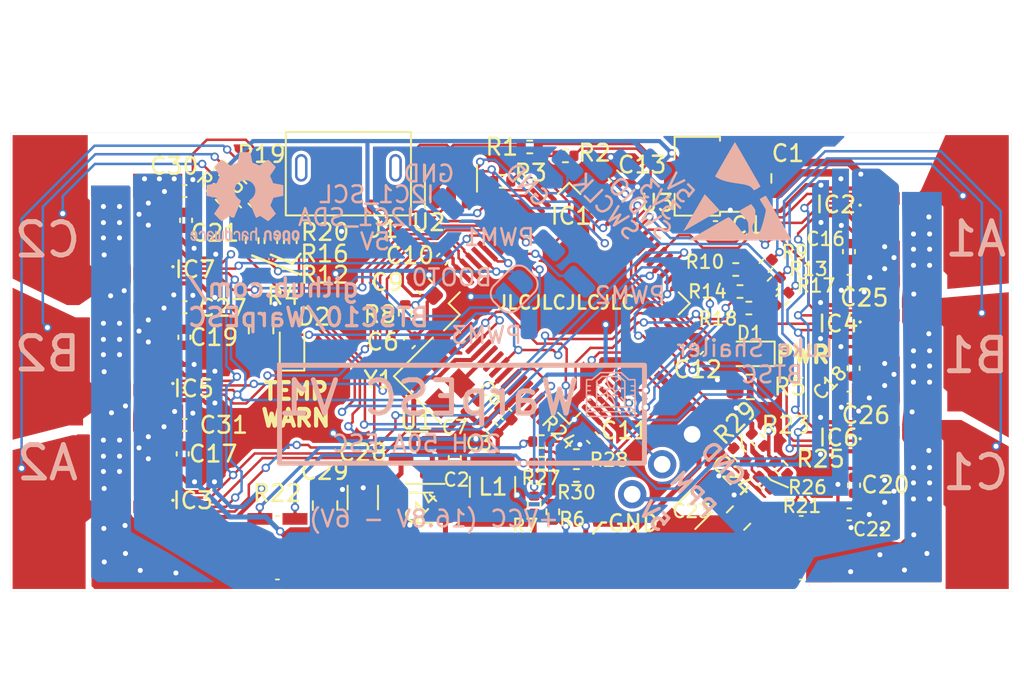
<source format=kicad_pcb>
(kicad_pcb (version 20211014) (generator pcbnew)
  (layers (0 "F.Cu" signal) (31 "B.Cu" signal) (34 "B.Paste" user) (35 "F.Paste" user) (36 "B.SilkS" user "B.Silkscreen") (37 "F.SilkS" user "F.Silkscreen") (38 "B.Mask" user) (39 "F.Mask" user) (44 "Edge.Cuts" user))
  (net 0 "")
  (net 1 "+BATT")
  (net 2 "GND")
  (net 3 "+3V3")
  (net 4 "+3.3VA")
  (net 5 "+5V")
  (net 6 "Net-(D1-Pad1)")
  (net 7 "Net-(D2-Pad1)")
  (net 8 "TEMP_ind")
  (net 11 "2C_Vsense")
  (net 12 "VDC_sense")
  (net 15 "1A_Vsense")
  (net 16 "OPAMP1_VOUT")
  (net 17 "OPAMP1_VIN+")
  (net 19 "OPAMP3_VIN-")
  (net 21 "1B_Vsense")
  (net 23 "OPAMP1_VIN-")
  (net 24 "2B_Vsense")
  (net 25 "OPAMP3_VOUT")
  (net 26 "1C_Vsense")
  (net 27 "2A_Vsense")
  (net 28 "PPM_IN")
  (net 29 "VBUS_sense")
  (net 30 "USB_D-")
  (net 31 "USB_D+")
  (net 32 "SWDIO")
  (net 33 "SWCLK")
  (net 34 "1A_Gate")
  (net 35 "ZCD_EN#")
  (net 37 "Net-(C16-Pad2)")
  (net 38 "1A")
  (net 40 "1A_THWn")
  (net 41 "EN")
  (net 42 "2A_Gate")
  (net 44 "Net-(C17-Pad2)")
  (net 45 "2A")
  (net 47 "2A_THWn")
  (net 48 "1B_Gate")
  (net 50 "Net-(C18-Pad2)")
  (net 51 "1B")
  (net 53 "1B_THWn")
  (net 54 "2B_Gate")
  (net 56 "Net-(C19-Pad2)")
  (net 57 "2B")
  (net 59 "2B_THWn")
  (net 60 "1C_Gate")
  (net 62 "Net-(C20-Pad2)")
  (net 63 "1C")
  (net 65 "1C_THWn")
  (net 66 "2C_Gate")
  (net 68 "Net-(C21-Pad2)")
  (net 69 "2C")
  (net 71 "2C_THWn")
  (net 72 "/VBUS")
  (net 74 "I2C1_SDA")
  (net 75 "I2C1_SCL")
  (net 76 "PWM_1")
  (net 77 "PWM_2")
  (net 78 "PWM_3")
  (net 79 "USB_pullup")
  (net 80 "M1_COM")
  (net 81 "M2_COM")
  (net 82 "OPAMP3_VIN+")
  (net 85 "/BOOT0")
  (net 86 "/OSC_IN")
  (net 87 "/OSC_OUT")
  (net 88 "/M1_PGND_preshunt")
  (net 89 "/M2_PGND_preshunt")
  (net 90 "/M2_SHUNT+")
  (net 91 "/M1_SHUNT+")
  (net 92 "/M1_SHUNT-")
  (net 93 "/M2_SHUNT-")
  (net 94 "Net-(C16-Pad1)")
  (net 95 "Net-(C17-Pad1)")
  (net 96 "Net-(C18-Pad1)")
  (net 97 "Net-(C19-Pad1)")
  (net 98 "Net-(C20-Pad1)")
  (net 99 "Net-(C21-Pad1)")
  (footprint "Resistor_SMD:R_0402_1005Metric" (layer "F.Cu") (at 151.003 96.774 -45)
    (fp_text reference "R11")
    (fp_text value "82K" hide)
  )
  (footprint "Capacitor_SMD:C_0805_2012Metric" (layer "F.Cu") (at 181.192249 115.225751 -135)
    (fp_text reference "C24")
    (fp_text value "1uF")
  )
  (footprint "Resistor_SMD:R_0402_1005Metric" (layer "F.Cu") (at 168.942194 114.421468 -90)
    (fp_text reference "R7")
    (fp_text value "14K")
  )
  (footprint "Capacitor_SMD:C_1206_3216Metric" (layer "F.Cu") (at 178.458817 114.733383 -135)
    (fp_text reference "C23")
    (fp_text value "10uF")
  )
  (footprint "Resistor_SMD:R_0402_1005Metric" (layer "F.Cu") (at 169.418 111.9378)
    (fp_text reference "R27")
    (fp_text value "1K5")
  )
  (footprint "Capacitor_SMD:C_0402_1005Metric" (layer "F.Cu") (at 172.4406 110.4138 -45)
    (fp_text reference "C11")
    (fp_text value "100nF")
  )
  (footprint "Capacitor_SMD:C_0402_1005Metric" (layer "F.Cu") (at 148.0058 102.5906)
    (fp_text reference "C27")
    (fp_text value "100nF")
  )
  (footprint "Resistor_SMD:R_0402_1005Metric" (layer "F.Cu") (at 153.162 98.6028 -90)
    (fp_text reference "R16")
    (fp_text value "14K" hide)
  )
  (footprint "Capacitor_SMD:C_0402_1005Metric" (layer "F.Cu") (at 187.8214 115.0062 180)
    (fp_text reference "C22")
    (fp_text value "100nF")
  )
  (footprint "Capacitor_SMD:C_1206_3216Metric" (layer "F.Cu") (at 162.1518 114.6111)
    (fp_text reference "C14")
    (fp_text value "10uF")
  )
  (footprint "Resistor_SMD:R_0402_1005Metric" (layer "F.Cu") (at 181.2778 101.6508 180)
    (fp_text reference "R14")
    (fp_text value "14K" hide)
  )
  (footprint "Resistor_SMD:R_0402_1005Metric" (layer "F.Cu") (at 161.2138 102.9462 -90)
    (fp_text reference "R8")
    (fp_text value "82K")
  )
  (footprint "Capacitor_SMD:C_0805_2012Metric" (layer "F.Cu") (at 156.4132 114.4778 -90)
    (fp_text reference "C29")
    (fp_text value "1uF")
  )
  (footprint "Resistor_SMD:R_0402_1005Metric" (layer "F.Cu") (at 183.8198 102.0826 -135)
    (fp_text reference "R17")
    (fp_text value "82K" hide)
  )
  (footprint "Resistor_SMD:R_0402_1005Metric" (layer "F.Cu") (at 182.753 113.1062 135)
    (fp_text reference "R26")
    (fp_text value "1K5" hide)
  )
  (footprint "Capacitor_SMD:C_0402_1005Metric" (layer "F.Cu") (at 147.9804 104.394 90)
    (fp_text reference "C19")
    (fp_text value "4u7F")
  )
  (footprint "Resistor_SMD:R_0402_1005Metric" (layer "F.Cu") (at 181.8112 102.6414 180)
    (fp_text reference "R18")
    (fp_text value "14K" hide)
  )
  (footprint "Capacitor_SMD:C_0402_1005Metric" (layer "F.Cu") (at 173.733583 94.725257 -45)
    (fp_text reference "C13")
    (fp_text value "100nF")
  )
  (footprint "SIC634CD-T1-GE3:SIC634CDT1GE3" (layer "F.Cu") (at 144.3482 98.1306 180)
    (fp_text reference "IC7")
    (fp_text value "SIC634CD-T1-GE3" hide)
  )
  (footprint "SIC634CD-T1-GE3:SIC634CDT1GE3" (layer "F.Cu") (at 144.3482 105.1306 180)
    (fp_text reference "IC5")
    (fp_text value "SIC634CD-T1-GE3" hide)
  )
  (footprint "Resistor_SMD:R_0402_1005Metric" (layer "F.Cu") (at 169.3672 110.6424)
    (fp_text reference "R24")
    (fp_text value "1K5" hide)
  )
  (footprint "Capacitor_SMD:C_0402_1005Metric" (layer "F.Cu") (at 179.809202 97.79)
    (fp_text reference "C15")
    (fp_text value "10uF")
  )
  (footprint "Resistor_SMD:R_0805_2012Metric" (layer "F.Cu") (at 152.5778 103.9368 90)
    (fp_text reference "R4")
    (fp_text value "500R")
  )
  (footprint "KiCad:USB-MR-D-015" (layer "F.Cu") (at 157.8102 92.0896 -90)
    (fp_text reference "J1")
    (fp_text value "USB_B_Micro")
  )
  (footprint "Capacitor_SMD:C_0402_1005Metric" (layer "F.Cu") (at 187.8214 108.0062 180)
    (fp_text reference "C26")
    (fp_text value "100nF")
  )
  (footprint "Capacitor_SMD:C_0805_2012Metric" (layer "F.Cu") (at 182.422803 94.869 -90)
    (fp_text reference "C1")
    (fp_text value "1uF")
  )
  (footprint "Resistor_SMD:R_0402_1005Metric" (layer "F.Cu") (at 168.6794 92.9894)
    (fp_text reference "R1")
    (fp_text value "32K")
  )
  (footprint "Resistor_SMD:R_0402_1005Metric" (layer "F.Cu") (at 182.3466 110.5408 -45)
    (fp_text reference "R23")
    (fp_text value "180K")
  )
  (footprint "Capacitor_SMD:C_0402_1005Metric" (layer "F.Cu") (at 188.1124 113.2612 -90)
    (fp_text reference "C20")
    (fp_text value "4u7F")
  )
  (footprint "Capacitor_SMD:C_0402_1005Metric" (layer "F.Cu") (at 148.082 97.3836 90)
    (fp_text reference "C21")
    (fp_text value "4u7F")
  )
  (footprint "Package_TO_SOT_SMD:SOT-89-3" (layer "F.Cu") (at 179.019202 94.742004 180)
    (fp_text reference "U3")
    (fp_text value "PJ73AL50SQ")
  )
  (footprint "Resistor_SMD:R_0402_1005Metric" (layer "F.Cu") (at 167.0304 95.0468 180)
    (fp_text reference "R3")
    (fp_text value "1K5")
  )
  (footprint "LED_SMD:LED_0603_1608Metric" (layer "F.Cu") (at 181.8694 105.3846 180)
    (fp_text reference "D1")
    (fp_text value "Green LED")
  )
  (footprint "Capacitor_SMD:C_0402_1005Metric" (layer "F.Cu") (at 166.407951 109.831736 135)
    (fp_text reference "C3")
    (fp_text value "10uF")
  )
  (footprint "Capacitor_SMD:C_0402_1005Metric" (layer "F.Cu") (at 178.7398 105.079062 -135)
    (fp_text reference "C12")
    (fp_text value "100nF")
  )
  (footprint "Capacitor_SMD:C_0402_1005Metric" (layer "F.Cu") (at 147.8788 111.3816 90)
    (fp_text reference "C17")
    (fp_text value "4u7F")
  )
  (footprint "Resistor_SMD:R_0402_1005Metric" (layer "F.Cu") (at 181.2544 111.4044 -45)
    (fp_text reference "R29")
    (fp_text value "180K" hide)
  )
  (footprint "Capacitor_SMD:C_0402_1005Metric" (layer "F.Cu") (at 187.8076 99.2606 -90)
    (fp_text reference "C16")
    (fp_text value "4u7F")
  )
  (footprint "SIC634CD-T1-GE3:SIC634CDT1GE3" (layer "F.Cu") (at 191.4214 105.5062)
    (fp_text reference "IC4")
    (fp_text value "SIC634CD-T1-GE3" hide)
  )
  (footprint "Capacitor_SMD:C_0402_1005Metric" (layer "F.Cu") (at 187.8214 101.0062 180)
    (fp_text reference "C25")
    (fp_text value "100nF")
  )
  (footprint "Package_TO_SOT_SMD:SOT-23" (layer "F.Cu") (at 161.9019 111.6165 180)
    (fp_text reference "U1")
    (fp_text value "AP7375-33SA-7")
  )
  (footprint "Capacitor_SMD:C_0603_1608Metric" (layer "F.Cu") (at 162.374386 101.34926 -45)
    (fp_text reference "C9")
    (fp_text value "4u7F")
  )
  (footprint "Resistor_SMD:R_0402_1005Metric" (layer "F.Cu") (at 171.4754 112.6744 180)
    (fp_text reference "R30")
    (fp_text value "180K")
  )
  (footprint "Capacitor_SMD:C_0402_1005Metric" (layer "F.Cu") (at 164.1856 111.6165 -90)
    (fp_text reference "C2")
    (fp_text value "10uF")
  )
  (footprint "KiCad:WSK12161L000FEA" (layer "F.Cu") (at 184.949 117.002 90)
    (fp_text reference "R21")
    (fp_text value "500uR" hide)
  )
  (footprint "Resistor_SMD:R_0402_1005Metric" (layer "F.Cu") (at 182.8292 100.1014 -135)
    (fp_text reference "R9")
    (fp_text value "82K")
  )
  (footprint "Resistor_SMD:R_0402_1005Metric" (layer "F.Cu") (at 183.3118 101.1682 -135)
    (fp_text reference "R13")
    (fp_text value "82K" hide)
  )
  (footprint "Package_TO_SOT_SMD:SOT-23-6" (layer "F.Cu") (at 163.957 94.869 90)
    (fp_text reference "U2")
    (fp_text value "ESDALD05UD4X")
  )
  (footprint "Resistor_SMD:R_0402_1005Metric" (layer "F.Cu") (at 181.0238 100.33 180)
    (fp_text reference "R10")
    (fp_text value "14K")
  )
  (footprint "Capacitor_SMD:C_1206_3216Metric" (layer "F.Cu") (at 158.6738 113.9952 -90)
    (fp_text reference "C28")
    (fp_text value "10uF")
  )
  (footprint "Capacitor_SMD:C_0402_1005Metric" (layer "F.Cu") (at 161.465383 104.725879 45)
    (fp_text reference "C6")
    (fp_text value "20pF")
  )
  (footprint "SIC634CD-T1-GE3:SIC634CDT1GE3" (layer "F.Cu") (at 144.3482 112.1306 180)
    (fp_text reference "IC3")
    (fp_text value "SIC634CD-T1-GE3" hide)
  )
  (footprint "Capacitor_SMD:C_0402_1005Metric" (layer "F.Cu") (at 165.224583 108.535879 -135)
    (fp_text reference "C7")
    (fp_text value "20pF")
  )
  (footprint "Resistor_SMD:R_0805_2012Metric" (layer "F.Cu") (at 181.8894 107.3658 180)
    (fp_text reference "R5")
    (fp_text value "500R")
  )
  (footprint "Resistor_SMD:R_0402_1005Metric" (layer "F.Cu") (at 171.4754 111.4806 180)
    (fp_text reference "R28")
    (fp_text value "180K" hide)
  )
  (footprint "Resistor_SMD:R_0402_1005Metric" (layer "F.Cu") (at 170.815 93.5228)
    (fp_text reference "R2")
    (fp_text value "82K")
  )
  (footprint "SIC634CD-T1-GE3:SIC634CDT1GE3" (layer "F.Cu") (at 191.4214 98.5062)
    (fp_text reference "IC2")
    (fp_text value "SIC634CD-T1-GE3" hide)
  )
  (footprint "SIC634CD-T1-GE3:SIC634CDT1GE3" (layer "F.Cu") (at 191.4214 112.5062)
    (fp_text reference "IC6")
    (fp_text value "SIC634CD-T1-GE3" hide)
  )
  (footprint "Capacitor_SMD:C_0402_1005Metric" (layer "F.Cu") (at 148.0058 95.631)
    (fp_text reference "C30")
    (fp_text value "100nF")
  )
  (footprint "Crystal:Crystal_SMD_3225-4Pin_3.2x2.5mm" (layer "F.Cu") (at 163.118336 106.978291 -45)
    (fp_text reference "Y1")
    (fp_text value "Crystal")
  )
  (footprint "LED_SMD:LED_0603_1608Metric" (layer "F.Cu") (at 154.432 104.902 90)
    (fp_text reference "D2")
    (fp_text value "Red LED")
  )
  (footprint "Resistor_SMD:R_0402_1005Metric" (layer "F.Cu") (at 152.1968 96.2152 -45)
    (fp_text reference "R15")
    (fp_text value "82K" hide)
  )
  (footprint "Resistor_SMD:R_0402_1005Metric" (layer "F.Cu") (at 152.6032 94.7928 -45)
    (fp_text reference "R19")
    (fp_text value "82K")
  )
  (footprint "Capacitor_SMD:C_0402_1005Metric" (layer "F.Cu") (at 167.252095 108.987591 135)
    (fp_text reference "C8")
    (fp_text value "10nF")
  )
  (footprint "Connector_PinHeader_2.54mm:PinHeader_1x03_P2.54mm_Vertical" (layer "F.Cu") (at 178.4096 110.2106 -45)
    (fp_text reference "J3" hide)
    (fp_text value "Conn_01x03_Female")
  )
  (footprint "Package_QFP:LQFP-64_10x10mm_P0.5mm" (layer "F.Cu") (at 171.0436 102.362 45)
    (fp_text reference "IC1")
    (fp_text value "STM32F303RBT6XXXTR")
  )
  (footprint "Resistor_SMD:R_0402_1005Metric" (layer "F.Cu") (at 183.7436 112.2172 135)
    (fp_text reference "R25")
    (fp_text value "1K5")
  )
  (footprint "Resistor_SMD:R_0402_1005Metric" (layer "F.Cu") (at 170.059794 114.853268 90)
    (fp_text reference "R6")
    (fp_text value "82K")
  )
  (footprint "Inductor_SMD:L_1210_3225Metric" (layer "F.Cu") (at 166.4462 113.3602 90)
    (fp_text reference "L1")
    (fp_text value "1mH")
  )
  (footprint "Capacitor_SMD:C_0402_1005Metric" (layer "F.Cu") (at 188.087 106.2456 -90)
    (fp_text reference "C18")
    (fp_text value "4u7F")
  )
  (footprint "Resistor_SMD:R_0402_1005Metric" (layer "F.Cu") (at 152.0444 98.6028 -90)
    (fp_text reference "R12")
    (fp_text value "14K" hide)
  )
  (footprint "Resistor_SMD:R_0402_1005Metric" (layer "F.Cu") (at 154.3304 98.6028 -90)
    (fp_text reference "R20")
    (fp_text value "14K")
  )
  (footprint "Capacitor_SMD:C_0402_1005Metric" (layer "F.Cu") (at 163.446583 99.712868 45)
    (fp_text reference "C10")
    (fp_text value "100nF")
  )
  (footprint "Capacitor_SMD:C_0402_1005Metric" (layer "F.Cu") (at 148.0058 109.6518)
    (fp_text reference "C31")
    (fp_text value "100nF")
  )
  (footprint "KiCad:WSK12161L000FEA" (layer "F.Cu") (at 153.5568 117.002 90)
    (fp_text reference "R22")
    (fp_text value "500uR" hide)
  )
  (footprint "Connector_Wire:SolderWirePad_1x01_SMD_1x2mm" (layer "B.Cu") (at 172.6946 94.0562 -135)
    (fp_text reference "J11" hide)
    (fp_text value "VV")
  )
  (footprint "Connector_Wire:SolderWirePad_1x01_SMD_1x2mm" (layer "B.Cu") (at 170.0276 102.4382 180)
    (fp_text reference "J8" hide)
    (fp_text value "Conn_01x01_Female" hide)
  )
  (footprint "Connector_Wire:SolderWirePad_1x01_SMD_1x2mm" (layer "B.Cu") (at 170.942 97.8154 -135)
    (fp_text reference "J10" hide)
    (fp_text value "Conn_01x01_Female" hide)
  )
  (footprint "Connector_Wire:SolderWirePad_1x01_SMD_1x2mm" (layer "B.Cu") (at 169.8498 98.8822 -135)
    (fp_text reference "J5" hide)
    (fp_text value "Conn_01x01_Female" hide)
  )
  (footprint "Connector_Wire:SolderWirePad_1x01_SMD_1x2mm" (layer "B.Cu") (at 168.6306 103.505 180)
    (fp_text reference "J7" hide)
    (fp_text value "Conn_01x01_Female" hide)
  )
  (footprint "Connector_Wire:SolderWirePad_1x01_SMD_1x2mm" (layer "B.Cu") (at 163.7348 96.8184 -135)
    (fp_text reference "J15" hide)
    (fp_text value "Conn_01x01_Female")
  )
  (footprint "Connector_Wire:SolderWirePad_1x01_SMD_1x2mm" (layer "B.Cu") (at 174.4726 94.0562 -135)
    (fp_text reference "J2" hide)
    (fp_text value "Conn_01x01_Female")
  )
  (footprint "Symbol:ESD-Logo_6.6x6mm_SilkScreen" (layer "B.Cu") (at 181.1274 95.631 180)
    (fp_text reference "REF**" hide)
    (fp_text value "ESD-Logo_6.6x6mm_SilkScreen" hide)
  )
  (footprint "Connector_Wire:SolderWirePad_1x01_SMD_1x2mm" (layer "B.Cu") (at 162.814 97.6376 -135)
    (fp_text reference "J14" hide)
    (fp_text value "VV")
  )
  (footprint "Connector_Wire:SolderWirePad_1x01_SMD_1x2mm" (layer "B.Cu") (at 165.5064 95.3516 -135)
    (fp_text reference "J16" hide)
    (fp_text value "Conn_01x01_Female")
  )
  (footprint "Connector_Wire:SolderWirePad_1x01_SMD_1x2mm" (layer "B.Cu") (at 169.1386 94.0562 -135)
    (fp_text reference "J13" hide)
    (fp_text value "Conn_01x01_Female")
  )
  (footprint "Symbol:OSHW-Logo2_7.3x6mm_SilkScreen" (layer "B.Cu") (at 151.6126 96.0628 180)
    (fp_text reference "REF**" hide)
    (fp_text value "OSHW-Logo2_7.3x6mm_SilkScreen" hide)
  )
  (footprint "Connector_Wire:SolderWirePad_1x01_SMD_1x2mm" (layer "B.Cu") (at 172.7962 99.949 -135)
    (fp_text reference "J9" hide)
    (fp_text value "Conn_01x01_Female" hide)
  )
  (footprint "Connector_Wire:SolderWirePad_1x01_SMD_1x2mm" (layer "B.Cu") (at 176.2506 94.0308 -135)
    (fp_text reference "J17" hide)
    (fp_text value "Conn_01x01_Female")
  )
  (footprint "Connector_Wire:SolderWirePad_1x01_SMD_1x2mm" (layer "B.Cu") (at 161.4424 98.8822 -135)
    (fp_text reference "J4" hide)
    (fp_text value "Conn_01x01_Female")
  )
  (footprint "Connector_Wire:SolderWirePad_1x01_SMD_1x2mm" (layer "B.Cu") (at 170.942 94.0816 -135)
    (fp_text reference "J12" hide)
    (fp_text value "Conn_01x01_Female")
  )
  (footprint "Jumper:SolderJumper-2_P1.3mm_Open_RoundedPad1.0x1.5mm" (layer "B.Cu") (at 167.744019 101.495981 45)
    (fp_text reference "JP1" hide)
    (fp_text value "SolderJumper_2_Open" hide)
  )
  (footprint "Connector_Wire:SolderWirePad_1x01_SMD_1x2mm" (layer "B.Cu") (at 171.6532 101.0666 -135)
    (fp_text reference "J6" hide)
    (fp_text value "Conn_01x01_Female" hide)
  )
  (footprint "KiCad:portal_logo" (layer "B.Cu") (at 173.5328 107.681722 180)
    (fp_text reference "G***" hide)
    (fp_text value "LOGO" hide)
  )
  (gr_rect (start 153.6827 106.0704) (end 175.5521 111.9378) (layer "B.SilkS") (width 0.3) (fill none))
  (gr_line (start 154.94 100.6348) (end 152.0444 99.4918) (layer "F.SilkS") (width 0.15))
  (gr_line (start 184.15 113.3856) (end 183.130341 112.94614) (layer "F.SilkS") (width 0.12))
  (gr_line (start 172.9994 115.4938) (end 172.4914 116.1542) (layer "F.SilkS") (width 0.15))
  (gr_line (start 154.94 99.3902) (end 154.4574 99.9744) (layer "F.SilkS") (width 0.15))
  (gr_line (start 173.2407 115.4938) (end 173.0121 115.4938) (layer "F.SilkS") (width 0.15))
  (gr_line (start 181.41446 111.027059) (end 181.356 110.1598) (layer "F.SilkS") (width 0.12))
  (gr_line (start 154.4574 99.9744) (end 153.162 99.441) (layer "F.SilkS") (width 0.15))
  (gr_rect (start 137.5358 92.1258) (end 197.5358 119.6258) (layer "Edge.Cuts") (width 0.01) (fill none))
  (gr_text "A1" (at 195.4022 98.5012) (layer "B.SilkS") (effects (font (size 2 2) (thickness 0.3)) (justify mirror)))
  (gr_text "GND" (at 168.529 95.2754 315) (layer "B.SilkS") (effects (font (size 1 1)) (justify mirror)))
  (gr_text "PWM1" (at 166.8526 98.3996) (layer "B.SilkS") (effects (font (size 1 1)) (justify mirror)))
  (gr_text "I2C1_SDA" (at 158.2674 97.2058) (layer "B.SilkS") (effects (font (size 1 1)) (justify mirror)))
  (gr_text "BOOT0" (at 164.0078 100.8126) (layer "B.SilkS") (effects (font (size 1 1)) (justify mirror)))
  (gr_text "5V" (at 159.4104 98.6536) (layer "B.SilkS") (effects (font (size 1 1)) (justify mirror)))
  (gr_text "SWDIO" (at 175.2854 96.6724 315) (layer "B.SilkS") (effects (font (size 1 1)) (justify mirror)))
  (gr_text "B1" (at 195.4022 105.4862) (layer "B.SilkS") (effects (font (size 2 2) (thickness 0.3)) (justify mirror)))
  (gr_text "WarpESC V1" (at 162.6108 108.0262) (layer "B.SilkS") (effects (font (size 2 2) (thickness 0.3)) (justify mirror)))
  (gr_text "I2C1_SCL" (at 159.512 95.8342) (layer "B.SilkS") (effects (font (size 1 1)) (justify mirror)))
  (gr_text "SWCLK\n" (at 173.2534 96.5708 315) (layer "B.SilkS") (effects (font (size 1 1)) (justify mirror)))
  (gr_text "2CH 50A ESC" (at 161.8996 110.7694) (layer "B.SilkS") (effects (font (size 1 1)) (justify mirror)))
  (gr_text "5V" (at 176.149 115.1382 315) (layer "B.SilkS") (effects (font (size 1 1) (thickness 0.2)) (justify mirror)))
  (gr_text "+VCC (16.8V - 6V)" (at 162.941 115.2652) (layer "B.SilkS") (effects (font (size 1 1)) (justify mirror)))
  (gr_text "PWM2" (at 174.7012 101.8794) (layer "B.SilkS") (effects (font (size 1 1)) (justify mirror)))
  (gr_text "5V" (at 177.6476 95.4786 315) (layer "B.SilkS") (effects (font (size 1 1)) (justify mirror)))
  (gr_text "C2" (at 139.7762 98.552) (layer "B.SilkS") (effects (font (size 2 2) (thickness 0.3)) (justify mirror)))
  (gr_text "C1" (at 195.4022 112.4966) (layer "B.SilkS") (effects (font (size 2 2) (thickness 0.3)) (justify mirror)))
  (gr_text "A2" (at 139.7762 111.9124) (layer "B.SilkS") (effects (font (size 2 2) (thickness 0.3)) (justify mirror)))
  (gr_text "GND" (at 162.6362 94.5896) (layer "B.SilkS") (effects (font (size 1 1)) (justify mirror)))
  (gr_text "Luke Shailer" (at 182.1688 105.0544) (layer "B.SilkS") (effects (font (size 1 1)) (justify mirror)))
  (gr_text "3V3\n" (at 176.4284 96.139 315) (layer "B.SilkS") (effects (font (size 1 1)) (justify mirror)))
  (gr_text "BTSC" (at 183.1848 106.6292) (layer "B.SilkS") (effects (font (size 1 1)) (justify mirror)))
  (gr_text "PWM3" (at 166.0906 104.267) (layer "B.SilkS") (effects (font (size 1 1)) (justify mirror)))
  (gr_text "github.com/\nBTSC10/WarpESC" (at 148.082 102.3112) (layer "B.SilkS") (effects (font (size 1.1 1.1) (thickness 0.2)) (justify right mirror)))
  (gr_text "PPM" (at 178.4604 113.8174 315) (layer "B.SilkS") (effects (font (size 1 1) (thickness 0.2)) (justify mirror)))
  (gr_text "GND" (at 180.2638 111.9886 315) (layer "B.SilkS") (effects (font (size 1 1) (thickness 0.2)) (justify mirror)))
  (gr_text "B2" (at 139.7762 105.3846) (layer "B.SilkS") (effects (font (size 2 2) (thickness 0.3)) (justify mirror)))
  (gr_text "TEMP\nWARN" (at 154.6606 108.4326) (layer "F.SilkS") (effects (font (size 1 1) (thickness 0.25))))
  (gr_text "GND" (at 174.879 115.5446) (layer "F.SilkS") (effects (font (size 1 1))))
  (gr_text "PWR" (at 185.039 105.4354) (layer "F.SilkS") (effects (font (size 1 1) (thickness 0.25))))
  (gr_text "JLCJLCJLCJLC" (at 170.8404 102.3112) (layer "F.SilkS") (effects (font (size 0.8 0.8))))
  (segment (start 160.9644 111.6165) (end 160.9644 112.5428) (width 0.3) (layer "F.Cu") (net 1))
  (segment (start 170.8404 115.7224) (end 170.481268 115.363268) (width 0.3) (layer "F.Cu") (net 1))
  (segment (start 187.8228 93.919) (end 188.5188 94.615) (width 0.45) (layer "F.Cu") (net 1))
  (segment (start 158.6992 112.5456) (end 158.6738 112.5202) (width 0.3) (layer "F.Cu") (net 1))
  (segment (start 157.4394 113.5278) (end 156.4132 113.5278) (width 0.3) (layer "F.Cu") (net 1))
  (segment (start 160.6768 114.8298) (end 160.6768 114.6111) (width 0.3) (layer "F.Cu") (net 1))
  (segment (start 180.6692 93.242002) (end 181.745802 93.242001) (width 0.45) (layer "F.Cu") (net 1))
  (segment (start 161.4932 115.6462) (end 160.6768 114.8298) (width 0.3) (layer "F.Cu") (net 1))
  (segment (start 170.481268 115.363268) (end 170.059794 115.363268) (width 0.3) (layer "F.Cu") (net 1))
  (segment (start 157.4546 113.5126) (end 157.4394 113.5278) (width 0.3) (layer "F.Cu") (net 1))
  (segment (start 158.5976 113.5126) (end 157.4546 113.5126) (width 0.3) (layer "F.Cu") (net 1))
  (segment (start 181.745802 93.242001) (end 182.422803 93.919002) (width 0.45) (layer "F.Cu") (net 1))
  (segment (start 158.6992 113.411) (end 159.4767 113.411) (width 0.3) (layer "F.Cu") (net 1))
  (segment (start 158.6992 113.411) (end 158.6992 112.5456) (width 0.3) (layer "F.Cu") (net 1))
  (segment (start 160.6768 112.8304) (end 160.6768 114.6111) (width 0.3) (layer "F.Cu") (net 1))
  (segment (start 158.6992 113.411) (end 158.5976 113.5126) (width 0.3) (layer "F.Cu") (net 1))
  (segment (start 159.4767 113.411) (end 160.6768 114.6111) (width 0.3) (layer "F.Cu") (net 1))
  (segment (start 160.9644 112.5428) (end 160.6768 112.8304) (width 0.3) (layer "F.Cu") (net 1))
  (segment (start 182.422803 93.919) (end 187.8228 93.919) (width 0.45) (layer "F.Cu") (net 1))
  (via (at 180.0098 112.6998) (size 0.5) (drill 0.3) (layers "F.Cu" "B.Cu") (net 1))
  (via (at 157.4546 113.5126) (size 0.5) (drill 0.3) (layers "F.Cu" "B.Cu") (net 1))
  (via (at 146.4818 94.8944) (size 0.5) (drill 0.3) (layers "F.Cu" "B.Cu") (net 1))
  (via (at 147.3454 101.854) (size 0.5) (drill 0.3) (layers "F.Cu" "B.Cu") (net 1))
  (via (at 189.0268 115.0112) (size 0.5) (drill 0.3) (layers "F.Cu" "B.Cu") (net 1))
  (via (at 170.8404 115.7224) (size 0.5) (drill 0.3) (layers "F.Cu" "B.Cu") (net 1))
  (via (at 189.0522 100.8126) (size 0.5) (drill 0.3) (layers "F.Cu" "B.Cu") (net 1))
  (via (at 188.3918 108.8136) (size 0.5) (drill 0.3) (layers "F.Cu" "B.Cu") (net 1))
  (via (at 180.9242 113.8428) (size 0.5) (drill 0.3) (layers "F.Cu" "B.Cu") (net 1))
  (via (at 147.3708 94.8944) (size 0.5) (drill 0.3) (layers "F.Cu" "B.Cu") (net 1))
  (via (at 189.0268 108.0262) (size 0.5) (drill 0.3) (layers "F.Cu" "B.Cu") (net 1))
  (via (at 161.4932 115.6462) (size 0.5) (drill 0.3) (layers "F.Cu" "B.Cu") (net 1))
  (via (at 187.9346 115.7986) (size 0.5) (drill 0.3) (layers "F.Cu" "B.Cu") (net 1))
  (via (at 188.722 101.6762) (size 0.5) (drill 0.3) (layers "F.Cu" "B.Cu") (net 1))
  (via (at 145.5928 94.8944) (size 0.5) (drill 0.3) (layers "F.Cu" "B.Cu") (net 1))
  (via (at 146.7866 95.6564) (size 0.5) (drill 0.3) (layers "F.Cu" "B.Cu") (net 1))
  (via (at 158.6992 113.411) (size 0.5) (drill 0.3) (layers "F.Cu" "B.Cu") (net 1))
  (via (at 146.7612 109.7534) (size 0.5) (drill 0.3) (layers "F.Cu" "B.Cu") (net 1))
  (via (at 188.5188 94.615) (size 0.5) (drill 0.3) (layers "F.Cu" "B.Cu") (net 1))
  (via (at 147.3962 108.839) (size 0.5) (drill 0.3) (layers "F.Cu" "B.Cu") (net 1))
  (via (at 146.7612 102.6414) (size 0.5) (drill 0.3) (layers "F.Cu" "B.Cu") (net 1))
  (via (at 189.7888 115.8748) (size 0.5) (drill 0.3) (layers "F.Cu" "B.Cu") (net 1))
  (segment (start 170.8404 115.7224) (end 170.8404 116.4082) (width 0.3) (layer "B.Cu") (net 1))
  (segment (start 160.490249 106.791871) (end 160.490249 104.179751) (width 0.3) (layer "F.Cu") (net 2))
  (segment (start 147.6616 98.3856) (end 146.7732 98.3856) (width 0.3) (layer "F.Cu") (net 2))
  (segment (start 157.4038 98.044) (end 157.52792 98.16812) (width 0.15) (layer "F.Cu") (net 2))
  (segment (start 186.9694 94.5388) (end 187.325 94.8944) (width 0.45) (layer "F.Cu") (net 2))
  (segment (start 164.1856 112.0965) (end 163.3094 112.0965) (width 0.3) (layer "F.Cu") (net 2))
  (segment (start 180.347716 107.3658) (end 180.127958 107.146042) (width 0.3) (layer "F.Cu") (net 2))
  (segment (start 163.785994 99.373457) (end 163.785994 99.37262) (width 0.2) (layer "F.Cu") (net 2))
  (segment (start 161.652394 101.897268) (end 161.038982 101.283856) (width 0.2) (layer "F.Cu") (net 2))
  (segment (start 155.956 95.4532) (end 156.5102 96.0074) (width 0.15) (layer "F.Cu") (net 2))
  (segment (start 186.867511 115.900489) (end 185.140311 115.900489) (width 0.2) (layer "F.Cu") (net 2))
  (segment (start 148.4884 101.8794) (end 148.4858 101.882) (width 0.3) (layer "F.Cu") (net 2))
  (segment (start 162.8394 111.5314) (end 162.8394 112.5665) (width 0.3) (layer "F.Cu") (net 2))
  (segment (start 156.5102 96.0074) (end 156.5102 96.7396) (width 0.15) (layer "F.Cu") (net 2))
  (segment (start 175.64388 93.637338) (end 175.094662 93.08812) (width 0.15) (layer "F.Cu") (net 2))
  (segment (start 167.232293 108.648179) (end 166.91268 108.648179) (width 0.3) (layer "F.Cu") (net 2))
  (segment (start 148.4884 94.9452) (end 148.4884 93.3958) (width 0.15) (layer "F.Cu") (net 2))
  (segment (start 178.4096 110.2106) (end 178.816 110.617) (width 0.3) (layer "F.Cu") (net 2))
  (segment (start 183.896 117.1448) (end 183.896 117.602) (width 0.2) (layer "F.Cu") (net 2))
  (segment (start 163.3094 112.0965) (end 162.8394 112.5665) (width 0.3) (layer "F.Cu") (net 2))
  (segment (start 187.5704 112.2512) (end 188.9964 112.2512) (width 0.2) (layer "F.Cu") (net 2))
  (segment (start 162.8394 112.8522) (end 163.6268 113.6396) (width 0.3) (layer "F.Cu") (net 2))
  (segment (start 187.3504 101.5746) (end 187.3414 101.5656) (width 0.2) (layer "F.Cu") (net 2))
  (segment (start 157.0646 98.044) (end 156.5102 97.4896) (width 0.15) (layer "F.Cu") (net 2))
  (segment (start 174.820668 95.064668) (end 174.072994 95.064668) (width 0.3) (layer "F.Cu") (net 2))
  (segment (start 156.5102 97.4896) (end 156.5102 96.7396) (width 0.15) (layer "F.Cu") (net 2))
  (segment (start 164.084 99.6696) (end 164.084 99.9998) (width 0.2) (layer "F.Cu") (net 2))
  (segment (start 188.218 98.2512) (end 188.9964 98.2512) (width 0.2) (layer "F.Cu") (net 2))
  (segment (start 148.4858 94.9478) (end 148.4858 95.631) (width 0.3) (layer "F.Cu") (net 2))
  (segment (start 183.6572 95.819) (end 184.9374 94.5388) (width 0.45) (layer "F.Cu") (net 2))
  (segment (start 161.036 103.4562) (end 161.036 103.617674) (width 0.15) (layer "F.Cu") (net 2))
  (segment (start 165.502207 109.492325) (end 164.885172 108.87529) (width 0.3) (layer "F.Cu") (net 2))
  (segment (start 187.1472 113.2078) (end 187.1472 114.812) (width 0.2) (layer "F.Cu") (net 2))
  (segment (start 161.038982 101.283856) (end 161.038982 100.504818) (width 0.2) (layer "F.Cu") (net 2))
  (segment (start 175.094662 93.08812) (end 171.75968 93.08812) (width 0.15) (layer "F.Cu") (net 2))
  (segment (start 151.6634 92.5576) (end 154.559 95.4532) (width 0.15) (layer "F.Cu") (net 2))
  (segment (start 163.8046 109.9566) (end 162.1028 109.9566) (width 0.3) (layer "F.Cu") (net 2))
  (segment (start 163.6268 114.6111) (end 163.6268 116.6622) (width 0.3) (layer "F.Cu") (net 2))
  (segment (start 187.3414 108.576) (end 187.3414 108.0062) (width 0.2) (layer "F.Cu") (net 2))
  (segment (start 163.957 96.2406) (end 163.957 96.0065) (width 0.15) (layer "F.Cu") (net 2))
  (segment (start 163.32708 96.87052) (end 163.957 96.2406) (width 0.15) (layer "F.Cu") (net 2))
  (segment (start 163.785994 99.373457) (end 163.787857 99.373457) (width 0.2) (layer "F.Cu") (net 2))
  (segment (start 161.72857 110.33083) (end 161.72857 108.030192) (width 0.3) (layer "F.Cu") (net 2))
  (segment (start 162.191556 99.352244) (end 163.764781 99.352244) (width 0.2) (layer "F.Cu") (net 2))
  (segment (start 148.4884 94.9452) (end 148.4858 94.9478) (width 0.3) (layer "F.Cu") (net 2))
  (segment (start 148.1328 113.0554) (end 147.463 112.3856) (width 0.3) (layer "F.Cu") (net 2))
  (segment (start 161.038982 100.504818) (end 162.191556 99.352244) (width 0.2) (layer "F.Cu") (net 2))
  (segment (start 180.6956 96.774) (end 181.227599 96.242001) (width 0.45) (layer "F.Cu") (net 2))
  (segment (start 181.0512 108.6358) (end 180.9769 108.5615) (width 0.3) (layer "F.Cu") (net 2))
  (segment (start 167.232293 108.648179) (end 168.268205 107.612269) (width 0.3) (layer "F.Cu") (net 2))
  (segment (start 154.6098 116.9162) (end 153.7208 116.0272) (width 0.3) (layer "F.Cu") (net 2))
  (segment (start 161.72857 110.95397) (end 162.052 111.2774) (width 0.3) (layer "F.Cu") (net 2))
  (segment (start 163.6268 113.6396) (end 163.6268 114.6111) (width 0.3) (layer "F.Cu") (net 2))
  (segment (start 180.127958 107.146042) (end 179.924758 106.942842) (width 0.3) (layer "F.Cu") (net 2))
  (segment (start 148.4858 101.882) (end 148.4858 102.5906) (width 0.3) (layer "F.Cu") (net 2))
  (segment (start 150.8506 102.5906) (end 148.4858 102.5906) (width 0.3) (layer "F.Cu") (net 2))
  (segment (start 175.133 95.377) (end 174.820668 95.064668) (width 0.3) (layer "F.Cu") (net 2))
  (segment (start 163.6268 116.6622) (end 163.4998 116.7892) (width 0.3) (layer "F.Cu") (net 2))
  (segment (start 161.72857 108.030192) (end 160.490249 106.791871) (width 0.3) (layer "F.Cu") (net 2))
  (segment (start 188.9964 105.2512) (end 188.36 105.2512) (width 0.2) (layer "F.Cu") (net 2))
  (segment (start 188.0616 104.9528) (end 187.325 104.9528) (width 0.2) (layer "F.Cu") (net 2))
  (segment (start 164.731466 100.647266) (end 164.732672 100.647266) (width 0.2) (layer "F.Cu") (net 2))
  (segment (start 182.422803 95.819) (end 183.6572 95.819) (width 0.45) (layer "F.Cu") (net 2))
  (segment (start 171.9854 111.127) (end 171.6786 110.8202) (width 0.3) (layer "F.Cu") (net 2))
  (segment (start 157.52792 98.16812) (end 159.89588 98.16812) (width 0.15) (layer "F.Cu") (net 2))
  (segment (start 177.354528 104.076734) (end 178.355361 105.077567) (width 0.2) (layer "F.Cu") (net 2))
  (segment (start 149.3266 92.5576) (end 151.6634 92.5576) (width 0.15) (layer "F.Cu") (net 2))
  (segment (start 154.559 95.4532) (end 155.956 95.4532) (width 0.15) (layer "F.Cu") (net 2))
  (segment (start 162.922394 101.897268) (end 161.652394 101.897268) (width 0.2) (layer "F.Cu") (net 2))
  (segment (start 181.985976 110.180176) (end 181.985976 109.570576) (width 0.3) (layer "F.Cu") (net 2))
  (segment (start 154.6098 117.602) (end 154.6098 116.9162) (width 0.3) (layer "F.Cu") (net 2))
  (segment (start 148.4884 93.3958) (end 149.3266 92.5576) (width 0.15) (layer "F.Cu") (net 2))
  (segment (start 152.7791 103.0243) (end 152.5778 103.0243) (width 0.3) (layer "F.Cu") (net 2))
  (segment (start 161.804794 104.386468) (end 162.5346 103.656662) (width 0.2) (layer "F.Cu") (net 2))
  (segment (start 181.985976 109.570576) (end 181.0512 108.6358) (width 0.3) (layer "F.Cu") (net 2))
  (segment (start 148.4884 109.6492) (end 148.4858 109.6518) (width 0.3) (layer "F.Cu") (net 2))
  (segment (start 187.3414 101.5656) (end 187.3414 101.0062) (width 0.2) (layer "F.Cu") (net 2))
  (segment (start 180.6956 96.774) (end 180.6956 97.383604) (width 0.45) (layer "F.Cu") (net 2))
  (segment (start 175.64388 94.07872) (end 175.64388 93.637338) (width 0.15) (layer "F.Cu") (net 2))
  (segment (start 174.072994 95.064668) (end 173.744738 95.064668) (width 0.2) (layer "F.Cu") (net 2))
  (segment (start 178.816 110.617) (end 178.816 112.141) (width 0.3) (layer "F.Cu") (net 2))
  (segment (start 187.3414 115.0062) (end 187.3414 115.4266) (width 0.2) (layer "F.Cu") (net 2))
  (segment (start 151.2843 103.0243) (end 150.8506 102.5906) (width 0.3) (layer "F.Cu") (net 2))
  (segment (start 181.227599 96.242001) (end 181.999801 96.242001) (width 0.45) (layer "F.Cu") (net 2))
  (segment (start 168.942194 114.931468) (end 168.942194 116.426806) (width 0.3) (layer "F.Cu") (net 2))
  (segment (start 187.1472 114.812) (end 187.3414 115.0062) (width 0.2) (layer "F.Cu") (net 2))
  (segment (start 148.336 99.06) (end 147.6616 98.3856) (width 0.3) (layer "F.Cu") (net 2))
  (segment (start 188.36 105.2512) (end 188.0616 104.9528) (width 0.2) (layer "F.Cu") (net 2))
  (segment (start 162.5346 103.656662) (end 162.5346 102.285062) (width 0.2) (layer "F.Cu") (net 2))
  (segment (start 147.913236 106.0196) (end 148.5646 106.0196) (width 0.3) (layer "F.Cu") (net 2))
  (segment (start 172.0342 115.697) (end 172.0342 116.4336) (width 0.3) (layer "F.Cu") (net 2))
  (segment (start 184.9374 94.5388) (end 186.9694 94.5388) (width 0.45) (layer "F.Cu") (net 2))
  (segment (start 180.6956 97.383604) (end 180.289202 97.790002) (width 0.45) (layer "F.Cu") (net 2))
  (segment (start 162.5346 102.285062) (end 162.922394 101.897268) (width 0.2) (layer "F.Cu") (net 2))
  (segment (start 162.052 111.2774) (end 162.5854 111.2774) (width 0.3) (layer "F.Cu") (net 2))
  (segment (start 171.9854 111.4806) (end 171.9854 111.127) (width 0.3) (layer "F.Cu") (net 2))
  (segment (start 172.052622 111.4806) (end 172.780011 110.753211) (width 0.3) (layer "F.Cu") (net 2))
  (segment (start 173.744738 95.064668) (end 172.758334 96.051072) (width 0.2) (layer "F.Cu") (net 2))
  (segment (start 187.3504 108.585) (end 187.3414 108.576) (width 0.2) (layer "F.Cu") (net 2))
  (segment (start 162.5854 111.2774) (end 162.8394 111.5314) (width 0.3) (layer "F.Cu") (net 2))
  (segment (start 160.490249 104.179751) (end 161.2138 103.4562) (width 0.3) (layer "F.Cu") (net 2))
  (segment (start 161.036 103.617674) (end 161.804794 104.386468) (width 0.15) (layer "F.Cu") (net 2))
  (segment (start 153.416 102.3874) (end 152.7791 103.0243) (width 0.3) (layer "F.Cu") (net 2))
  (segment (start 161.19348 96.87052) (end 163.32708 96.87052) (width 0.15) (layer "F.Cu") (net 2))
  (segment (start 164.885172 108.87529) (end 164.885172 108.876028) (width 0.3) (layer "F.Cu") (net 2))
  (segment (start 148.59 113.0554) (end 148.1328 113.0554) (width 0.3) (layer "F.Cu") (net 2))
  (segment (start 148.4884 108.9406) (end 148.4884 109.6492) (width 0.3) (layer "F.Cu") (net 2))
  (segment (start 187.3504 97.6884) (end 187.6552 97.6884) (width 0.2) (layer "F.Cu") (net 2))
  (segment (start 152.5778 103.0243) (end 151.2843 103.0243) (width 0.3) (layer "F.Cu") (net 2))
  (segment (start 148.5646 99.06) (end 148.336 99.06) (width 0.3) (layer "F.Cu") (net 2))
  (segment (start 174.072994 95.064668) (end 174.657932 95.064668) (width 0.15) (layer "F.Cu") (net 2))
  (segment (start 147.463 112.3856) (end 146.7732 112.3856) (width 0.3) (layer "F.Cu") (net 2))
  (segment (start 179.924758 106.942842) (end 178.400389 105.418473) (width 0.3) (layer "F.Cu") (net 2))
  (segment (start 147.279236 105.3856) (end 147.913236 106.0196) (width 0.3) (layer "F.Cu") (net 2))
  (segment (start 166.91268 108.648179) (end 166.068536 109.492323) (width 0.3) (layer "F.Cu") (net 2))
  (segment (start 171.9854 111.4806) (end 172.052622 111.4806) (width 0.3) (layer "F.Cu") (net 2))
  (segment (start 180.9769 107.3658) (end 180.347716 107.3658) (width 0.3) (layer "F.Cu") (net 2))
  (segment (start 181.999801 96.242001) (end 182.422803 95.819001) (width 0.45) (layer "F.Cu") (net 2))
  (segment (start 187.1472 112.6744) (end 187.5704 112.2512) (width 0.2) (layer "F.Cu") (net 2))
  (segment (start 187.1472 113.2078) (end 187.1472 112.6744) (width 0.2) (layer "F.Cu") (net 2))
  (segment (start 178.355361 105.077567) (end 178.355361 105.438101) (width 0.2) (layer "F.Cu") (net 2))
  (segment (start 174.498 116.459) (end 176.7332 116.459) (width 0.3) (layer "F.Cu") (net 2))
  (segment (start 174.657932 95.064668) (end 175.64388 94.07872) (width 0.15) (layer "F.Cu") (net 2))
  (segment (start 187.3414 115.4266) (end 186.867511 115.900489) (width 0.2) (layer "F.Cu") (net 2))
  (segment (start 166.06854 109.492325) (end 165.502207 109.492325) (width 0.3) (layer "F.Cu") (net 2))
  (segment (start 157.4038 98.044) (end 157.0646 98.044) (width 0.15) (layer "F.Cu") (net 2))
  (segment (start 161.72857 110.33083) (end 161.72857 110.95397) (width 0.3) (layer "F.Cu") (net 2))
  (segment (start 180.9769 108.5615) (end 180.9769 107.3658) (width 0.3) (layer "F.Cu") (net 2))
  (segment (start 164.084 99.9998) (end 164.731466 100.647266) (width 0.2) (layer "F.Cu") (net 2))
  (segment (start 176.7332 116.459) (end 177.415834 115.776366) (width 0.3) (layer "F.Cu") (net 2))
  (segment (start 163.787857 99.373457) (end 164.084 99.6696) (width 0.2) (layer "F.Cu") (net 2))
  (segment (start 171.75968 93.08812) (end 171.325 93.5228) (width 0.15) (layer "F.Cu") (net 2))
  (segment (start 146.7732 105.3856) (end 147.279236 105.3856) (width 0.3) (layer "F.Cu") (net 2))
  (segment (start 187.6552 97.6884) (end 188.218 98.2512) (width 0.2) (layer "F.Cu") (net 2))
  (segment (start 162.1028 109.9566) (end 161.72857 110.33083) (width 0.3) (layer "F.Cu") (net 2))
  (segment (start 162.8394 112.5665) (end 162.8394 112.8522) (width 0.3) (layer "F.Cu") (net 2))
  (segment (start 168.942194 116.426806) (end 168.9354 116.4336) (width 0.3) (layer "F.Cu") (net 2))
  (segment (start 163.764781 99.352244) (end 163.785994 99.373457) (width 0.2) (layer "F.Cu") (net 2))
  (segment (start 178.816 112.141) (end 174.498 116.459) (width 0.3) (layer "F.Cu") (net 2))
  (segment (start 159.89588 98.16812) (end 161.19348 96.87052) (width 0.15) (layer "F.Cu") (net 2))
  (segment (start 185.140311 115.900489) (end 183.896 117.1448) (width 0.2) (layer "F.Cu") (net 2))
  (segment (start 164.885172 108.876028) (end 163.8046 109.9566) (width 0.3) (layer "F.Cu") (net 2))
  (via (at 187.1472 113.2078) (size 0.5) (drill 0.3) (layers "F.Cu" "B.Cu") (net 2))
  (via (at 153.416 102.3874) (size 0.5) (drill 0.3) (layers "F.Cu" "B.Cu") (net 2))
  (via (at 148.4884 101.8794) (size 0.5) (drill 0.3) (layers "F.Cu" "B.Cu") (net 2))
  (via (at 148.5646 99.06) (size 0.5) (drill 0.3) (layers "F.Cu" "B.Cu") (net 2))
  (via (at 187.3504 97.6884) (size 0.5) (drill 0.3) (layers "F.Cu" "B.Cu") (net 2))
  (via (at 175.133 95.377) (size 0.5) (drill 0.3) (layers "F.Cu" "B.Cu") (net 2))
  (via (at 179.924758 106.942842) (size 0.5) (drill 0.3) (layers "F.Cu" "B.Cu") (net 2))
  (via (at 187.325 94.8944) (size 0.5) (drill 0.3) (layers "F.Cu" "B.Cu") (net 2))
  (via (at 187.3504 101.5746) (size 0.5) (drill 0.3) (layers "F.Cu" "B.Cu") (net 2))
  (via (at 172.0342 115.697) (size 0.5) (drill 0.3) (layers "F.Cu" "B.Cu") (net 2))
  (via (at 153.7208 116.0272) (size 0.5) (drill 0.3) (layers "F.Cu" "B.Cu") (net 2))
  (via (at 171.6786 110.8202) (size 0.5) (drill 0.3) (layers "F.Cu" "B.Cu") (net 2))
  (via (at 180.6956 96.774) (size 0.5) (drill 0.3) (layers "F.Cu" "B.Cu") (net 2))
  (via (at 148.59 113.0554) (size 0.5) (drill 0.3) (layers "F.Cu" "B.Cu") (net 2))
  (via (at 148.5646 106.0196) (size 0.5) (drill 0.3) (layers "F.Cu" "B.Cu") (net 2))
  (via (at 181.0512 108.6358) (size 0.5) (drill 0.3) (layers "F.Cu" "B.Cu") (net 2))
  (via (at 187.325 104.9528) (size 0.5) (drill 0.3) (layers "F.Cu" "B.Cu") (net 2))
  (via (at 148.4884 94.9452) (size 0.5) (drill 0.3) (layers "F.Cu" "B.Cu") (net 2))
  (via (at 148.4884 108.9406) (size 0.5) (drill 0.3) (layers "F.Cu" "B.Cu") (net 2))
  (via (at 187.3504 108.585) (size 0.5) (drill 0.3) (layers "F.Cu" "B.Cu") (net 2))
  (via (at 157.4038 98.044) (size 0.5) (drill 0.3) (layers "F.Cu" "B.Cu") (net 2))
  (segment (start 179.9844 108.6358) (end 178.4096 110.2106) (width 0.3) (layer "B.Cu") (net 2))
  (segment (start 153.7208 116.0272) (end 152.8572 115.1636) (width 0.3) (layer "B.Cu") (net 2))
  (segment (start 180.3136 97.156) (end 177.6486 97.156) (width 0.3) (layer "B.Cu") (net 2))
  (segment (start 177.6486 97.156) (end 175.8696 95.377) (width 0.3) (layer "B.Cu") (net 2))
  (segment (start 150.7236 115.1636) (end 148.6154 113.0554) (width 0.3) (layer "B.Cu") (net 2))
  (segment (start 181.0512 108.6358) (end 179.9844 108.6358) (width 0.3) (layer "B.Cu") (net 2))
  (segment (start 152.8572 115.1636) (end 150.7236 115.1636) (width 0.3) (layer "B.Cu") (net 2))
  (segment (start 148.6154 113.0554) (end 148.59 113.0554) (width 0.3) (layer "B.Cu") (net 2))
  (segment (start 171.6786 114.5794) (end 172.0342 114.935) (width 0.3) (layer "B.Cu") (net 2))
  (segment (start 175.8696 95.377) (end 175.133 95.377) (width 0.3) (layer "B.Cu") (net 2))
  (segment (start 180.6956 96.774) (end 180.3136 97.156) (width 0.3) (layer "B.Cu") (net 2))
  (segment (start 171.6786 110.8202) (end 171.6786 114.5794) (width 0.3) (layer "B.Cu") (net 2))
  (segment (start 172.0342 114.935) (end 172.0342 115.697) (width 0.3) (layer "B.Cu") (net 2))
  (segment (start 178.5366 108.6866) (end 177.9524 108.6866) (width 0.127) (layer "F.Cu") (net 3))
  (segment (start 163.107172 100.052279) (end 163.430579 100.052279) (width 0.25) (layer "F.Cu") (net 3))
  (segment (start 183.6674 109.7026) (end 183.6674 110.8964) (width 0.25) (layer "F.Cu") (net 3))
  (segment (start 173.394172 93.737628) (end 173.5328 93.599) (width 0.25) (layer "F.Cu") (net 3))
  (segment (start 183.3118 112.649) (end 183.2102 112.649) (width 0.127) (layer "F.Cu") (net 3))
  (segment (start 173.394172 94.385846) (end 173.394172 94.708128) (width 0.25) (layer "F.Cu") (net 3))
  (segment (start 163.7156 110.6665) (end 164.1856 111.1365) (width 0.25) (layer "F.Cu") (net 3))
  (segment (start 165.273894 110.6665) (end 162.8394 110.6665) (width 0.25) (layer "F.Cu") (net 3))
  (segment (start 166.757794 114.701868) (end 166.757794 114.318606) (width 0.25) (layer "F.Cu") (net 3))
  (segment (start 171.4246 97.917) (end 171.4246 96.6777) (width 0.25) (layer "F.Cu") (net 3))
  (segment (start 172.564712 107.7722) (end 173.111887 108.319375) (width 0.25) (layer "F.Cu") (net 3))
  (segment (start 182.4482 109.22) (end 183.1848 109.22) (width 0.25) (layer "F.Cu") (net 3))
  (segment (start 179.8828 111.0742) (end 179.8828 110.0328) (width 0.127) (layer "F.Cu") (net 3))
  (segment (start 166.757794 114.701868) (end 166.049594 114.701868) (width 0.25) (layer "F.Cu") (net 3))
  (segment (start 165.4556 110.484794) (end 165.273894 110.6665) (width 0.25) (layer "F.Cu") (net 3))
  (segment (start 178.743339 104.759279) (end 179.034183 104.759279) (width 0.25) (layer "F.Cu") (net 3))
  (segment (start 172.593 114.0714) (end 171.0182 114.0714) (width 0.127) (layer "F.Cu") (net 3))
  (segment (start 171.3484 108.331) (end 171.3484 109.3216) (width 0.25) (layer "F.Cu") (net 3))
  (segment (start 169.672 112.7252) (end 168.4274 112.7252) (width 0.127) (layer "F.Cu") (net 3))
  (segment (start 177.708081 103.723181) (end 177.708081 103.724021) (width 0.25) (layer "F.Cu") (net 3))
  (segment (start 184.1627 111.7981) (end 183.3118 112.649) (width 0.127) (layer "F.Cu") (net 3))
  (segment (start 166.1698 114.7602) (end 164.7952 113.3856) (width 0.15) (layer "F.Cu") (net 3))
  (segment (start 174.6504 101.1428) (end 171.4246 97.917) (width 0.25) (layer "F.Cu") (net 3))
  (segment (start 167.3636 113.8428) (end 166.4462 114.7602) (width 0.25) (layer "F.Cu") (net 3))
  (segment (start 164.379119 101.000819) (end 165.1508 101.7725) (width 0.25) (layer "F.Cu") (net 3))
  (segment (start 177.708081 103.717881) (end 177.0126 103.0224) (width 0.25) (layer "F.Cu") (net 3))
  (segment (start 162.6362 100.523251) (end 163.107172 100.052279) (width 0.25) (layer "F.Cu") (net 3))
  (segment (start 162.8394 110.6665) (end 163.7156 110.6665) (width 0.25) (layer "F.Cu") (net 3))
  (segment (start 168.4274 112.7252) (end 167.9194 113.2332) (width 0.127) (layer "F.Cu") (net 3))
  (segment (start 179.8828 110.0328) (end 178.5366 108.6866) (width 0.127) (layer "F.Cu") (net 3))
  (segment (start 182.4482 109.22) (end 181.8894 108.6612) (width 0.25) (layer "F.Cu") (net 3))
  (segment (start 171.3484 109.3216) (end 172.101189 110.074389) (width 0.25) (layer "F.Cu") (net 3))
  (segment (start 166.4462 114.6302) (end 166.4462 114.7602) (width 0.25) (layer "F.Cu") (net 3))
  (segment (start 171.9072 107.7722) (end 172.564712 107.7722) (width 0.25) (layer "F.Cu") (net 3))
  (segment (start 166.4462 114.7602) (end 166.1698 114.7602) (width 0.15) (layer "F.Cu") (net 3))
  (segment (start 164.7952 113.3856) (end 164.7952 111.7461) (width 0.15) (layer "F.Cu") (net 3))
  (segment (start 183.642 111.2774) (end 184.1627 111.7981) (width 0.25) (layer "F.Cu") (net 3))
  (segment (start 165.1508 101.7725) (end 165.1508 101.9556) (width 0.25) (layer "F.Cu") (net 3))
  (segment (start 181.8894 106.1921) (end 181.0819 105.3846) (width 0.25) (layer "F.Cu") (net 3))
  (segment (start 180.0098 105.3846) (end 181.0819 105.3846) (width 0.25) (layer "F.Cu") (net 3))
  (segment (start 182.2196 113.411) (end 179.8828 111.0742) (width 0.127) (layer "F.Cu") (net 3))
  (segment (start 182.4482 113.411) (end 182.2196 113.411) (width 0.127) (layer "F.Cu") (net 3))
  (segment (start 171.4246 98.933) (end 168.402 101.9556) (width 0.25) (layer "F.Cu") (net 3))
  (segment (start 179.7304 105.3846) (end 180.0098 105.3846) (width 0.25) (layer "F.Cu") (net 3))
  (segment (start 173.228 103.632) (end 174.6504 102.2096) (width 0.25) (layer "F.Cu") (net 3))
  (segment (start 162.6362 100.6602) (end 162.495148 100.801252) (width 0.25) (layer "F.Cu") (net 3))
  (segment (start 165.1508 101.9556) (end 165.1508 102.9515) (width 0.25) (layer "F.Cu") (net 3))
  (segment (start 177.0126 103.0224) (end 176.53 103.0224) (width 0.25) (layer "F.Cu") (net 3))
  (segment (start 168.402 101.9556) (end 165.1508 101.9556) (width 0.25) (layer "F.Cu") (net 3))
  (segment (start 177.708081 103.723181) (end 177.708081 103.717881) (width 0.25) (layer "F.Cu") (net 3))
  (segment (start 171.0182 114.0714) (end 169.672 112.7252) (width 0.127) (layer "F.Cu") (net 3))
  (segment (start 183.2102 112.649) (end 182.4482 113.411) (width 0.127) (layer "F.Cu") (net 3))
  (segment (start 183.6674 110.8964) (end 183.642 110.9218) (width 0.25) (layer "F.Cu") (net 3))
  (segment (start 179.079211 104.739651) (end 179.085451 104.739651) (width 0.25) (layer "F.Cu") (net 3))
  (segment (start 165.1508 102.9515) (end 164.379119 103.723181) (width 0.25) (layer "F.Cu") (net 3))
  (segment (start 167.9194 113.2332) (end 167.9194 113.8428) (width 0.127) (layer "F.Cu") (net 3))
  (segment (start 172.593 114.046) (end 172.593 114.0714) (width 0.127) (layer "F.Cu") (net 3))
  (segment (start 173.394172 94.708128) (end 172.404781 95.697519) (width 0.25) (layer "F.Cu") (net 3))
  (segment (start 177.708081 103.724021) (end 178.743339 104.759279) (width 0.25) (layer "F.Cu") (net 3))
  (segment (start 183.1848 109.22) (end 183.6674 109.7026) (width 0.25) (layer "F.Cu") (net 3))
  (segment (start 164.7952 111.7461) (end 164.1856 111.1365) (width 0.15) (layer "F.Cu") (net 3))
  (segment (start 183.642 110.9218) (end 183.642 111.2774) (width 0.25) (layer "F.Cu") (net 3))
  (segment (start 163.430579 100.052279) (end 164.379119 101.000819) (width 0.25) (layer "F.Cu") (net 3))
  (segment (start 162.495148 100.801252) (end 161.826378 100.801252) (width 0.25) (layer "F.Cu") (net 3))
  (segment (start 171.9072 107.7722) (end 171.3484 108.331) (width 0.25) (layer "F.Cu") (net 3))
  (segment (start 171.4246 96.6777) (end 172.404781 95.697519) (width 0.25) (layer "F.Cu") (net 3))
  (segment (start 174.6504 102.2096) (end 174.6504 101.1428) (width 0.25) (layer "F.Cu") (net 3))
  (segment (start 167.9194 113.8428) (end 167.3636 113.8428) (width 0.25) (layer "F.Cu") (net 3))
  (segment (start 162.6362 100.6602) (end 162.6362 100.523251) (width 0.25) (layer "F.Cu") (net 3))
  (segment (start 177.9524 108.6866) (end 172.593 114.046) (width 0.127) (layer "F.Cu") (net 3))
  (segment (start 171.4246 97.917) (end 171.4246 98.933) (width 0.25) (layer "F.Cu") (net 3))
  (segment (start 181.8894 108.6612) (end 181.8894 106.1921) (width 0.25) (layer "F.Cu") (net 3))
  (segment (start 173.394172 94.385846) (end 173.394172 93.737628) (width 0.25) (layer "F.Cu") (net 3))
  (segment (start 176.53 103.0224) (end 174.6504 101.1428) (width 0.25) (layer "F.Cu") (net 3))
  (segment (start 179.085451 104.739651) (end 179.7304 105.3846) (width 0.25) (layer "F.Cu") (net 3))
  (via (at 173.5328 93.599) (size 0.5) (drill 0.3) (layers "F.Cu" "B.Cu") (net 3))
  (via (at 167.9194 113.8428) (size 0.5) (drill 0.3) (layers "F.Cu" "B.Cu") (net 3))
  (via (at 162.6362 100.6602) (size 0.5) (drill 0.3) (layers "F.Cu" "B.Cu") (net 3))
  (via (at 157.0482 100.584) (size 0.5) (drill 0.3) (layers "F.Cu" "B.Cu") (net 3))
  (via (at 156.903875 110.140246) (size 0.5) (drill 0.3) (layers "F.Cu" "B.Cu") (net 3))
  (via (at 173.228 103.632) (size 0.5) (drill 0.3) (layers "F.Cu" "B.Cu") (net 3))
  (via (at 165.1508 101.9556) (size 0.5) (drill 0.3) (layers "F.Cu" "B.Cu") (net 3))
  (via (at 171.3484 109.3216) (size 0.5) (drill 0.3) (layers "F.Cu" "B.Cu") (net 3))
  (via (at 165.4556 110.484794) (size 0.5) (drill 0.3) (layers "F.Cu" "B.Cu") (net 3))
  (segment (start 169.9006 113.8428) (end 169.9006 110.7694) (width 0.25) (layer "B.Cu") (net 3))
  (segment (start 159.512 110.617) (end 157.380629 110.617) (width 0.25) (layer "B.Cu") (net 3))
  (segment (start 173.228 105.9434) (end 173.228 103.632) (width 0.25) (layer "B.Cu") (net 3))
  (segment (start 165.4556 110.484794) (end 159.644206 110.484794) (width 0.25) (layer "B.Cu") (net 3))
  (segment (start 167.9194 113.8428) (end 168.4782 114.4016) (width 0.25) (layer "B.Cu") (net 3))
  (segment (start 162.38588 100.40988) (end 157.22232 100.40988) (width 0.25) (layer "B.Cu") (net 3))
  (segment (start 173.5328 93.599) (end 174.0154 93.599) (width 0.25) (layer "B.Cu") (net 3))
  (segment (start 174.0154 93.599) (end 174.4726 94.0562) (width 0.25) (layer "B.Cu") (net 3))
  (segment (start 162.6362 100.6602) (end 162.38588 100.40988) (width 0.25) (layer "B.Cu") (net 3))
  (segment (start 165.4556 110.484794) (end 165.892606 110.484794) (width 0.25) (layer "B.Cu") (net 3))
  (segment (start 157.380629 110.617) (end 156.903875 110.140246) (width 0.25) (layer "B.Cu") (net 3))
  (segment (start 165.892606 110.484794) (end 169.7482 106.6292) (width 0.25) (layer "B.Cu") (net 3))
  (segment (start 165.1508 101.9556) (end 167.2844 101.9556) (width 0.25) (layer "B.Cu") (net 3))
  (segment (start 169.7482 106.6292) (end 172.5422 106.6292) (width 0.25) (layer "B.Cu") (net 3))
  (segment (start 172.5422 106.6292) (end 173.228 105.9434) (width 0.25) (layer "B.Cu") (net 3))
  (segment (start 169.9006 110.7694) (end 171.3484 109.3216) (width 0.25) (layer "B.Cu") (net 3))
  (segment (start 169.3418 114.4016) (end 169.9006 113.8428) (width 0.25) (layer "B.Cu") (net 3))
  (segment (start 157.22232 100.40988) (end 157.0482 100.584) (width 0.25) (layer "B.Cu") (net 3))
  (segment (start 159.644206 110.484794) (end 159.512 110.617) (width 0.25) (layer "B.Cu") (net 3))
  (segment (start 168.4782 114.4016) (end 169.3418 114.4016) (width 0.25) (layer "B.Cu") (net 3))
  (segment (start 168.62176 107.965821) (end 167.591504 108.996077) (width 0.25) (layer "F.Cu") (net 4))
  (segment (start 166.757794 111.901868) (end 166.757794 110.181579) (width 0.25) (layer "F.Cu") (net 4))
  (segment (start 167.591504 108.996077) (end 167.591504 109.327003) (width 0.25) (layer "F.Cu") (net 4))
  (segment (start 166.757794 110.181579) (end 166.747362 110.171147) (width 0.25) (layer "F.Cu") (net 4))
  (segment (start 167.591504 109.327003) (end 166.747357 110.171147) (width 0.25) (layer "F.Cu") (net 4))
  (segment (start 146.594272 101.46932) (end 145.56372 101.46932) (width 0.25) (layer "F.Cu") (net 5))
  (segment (start 187.7822 97.0788) (end 186.563 97.0788) (width 0.25) (layer "F.Cu") (net 5))
  (segment (start 190.6764 109.6504) (end 190.6764 110.0812) (width 0.25) (layer "F.Cu") (net 5))
  (segment (start 149.1742 113.665) (end 147.9804 113.665) (width 0.25) (layer "F.Cu") (net 5))
  (segment (start 186.33396 95.47816) (end 188.77324 95.47816) (width 0.25) (layer "F.Cu") (net 5))
  (segment (start 189.1538 95.0976) (end 190.119 95.0976) (width 0.25) (layer "F.Cu") (net 5))
  (segment (start 182.4228 96.8248) (end 183.6928 96.8248) (width 0.25) (layer "F.Cu") (net 5))
  (segment (start 145.5928 115.4684) (end 146.51177 115.4684) (width 0.25) (layer "F.Cu") (net 5))
  (segment (start 186.2074 104.3686) (end 188.0362 104.3686) (width 0.25) (layer "F.Cu") (net 5))
  (segment (start 145.0932 100.9988) (end 145.0932 100.5556) (width 0.25) (layer "F.Cu") (net 5))
  (segment (start 188.9964 97.7512) (end 188.4546 97.7512) (width 0.25) (layer "F.Cu") (net 5))
  (segment (start 147.201 112.8856) (end 146.7732 112.8856) (width 0.25) (layer "F.Cu") (net 5))
  (segment (start 180.89608 98.35152) (end 182.4228 96.8248) (width 0.25) (layer "F.Cu") (net 5))
  (segment (start 149.8092 106.426) (end 149.5806 106.6546) (width 0.25) (layer "F.Cu") (net 5))
  (segment (start 149.5806 106.6546) (end 147.9804 106.6546) (width 0.25) (layer "F.Cu") (net 5))
  (segment (start 148.24084 99.67604) (end 147.4504 98.8856) (width 0.25) (layer "F.Cu") (net 5))
  (segment (start 189.22223 109.17288) (end 190.19888 109.17288) (width 0.25) (layer "F.Cu") (net 5))
  (segment (start 149.7838 113.0554) (end 149.1742 113.665) (width 0.25) (layer "F.Cu") (net 5))
  (segment (start 179.329202 97.79) (end 179.890722 98.35152) (width 0.25) (layer "F.Cu") (net 5))
  (segment (start 185.2422 95.2754) (end 186.1312 95.2754) (width 0.25) (layer "F.Cu") (net 5))
  (segment (start 178.562004 94.742004) (end 180.581702 94.742004) (width 0.25) (layer "F.Cu") (net 5))
  (segment (start 188.704818 102.46728) (end 189.009618 102.16248) (width 0.25) (layer "F.Cu") (net 5))
  (segment (start 189.009618 102.16248) (end 190.38268 102.16248) (width 0.25) (layer "F.Cu") (net 5))
  (segment (start 146.8628 108.15864) (end 146.51264 108.5088) (width 0.25) (layer "F.Cu") (net 5))
  (segment (start 186.28728 111.22292) (end 188.05792 111.22292) (width 0.25) (layer "F.Cu") (net 5))
  (segment (start 186.33396 95.47816) (end 186.1312 95.2754) (width 0.25) (layer "F.Cu") (net 5))
  (segment (start 179.324003 97.784801) (end 179.329203 97.790001) (width 0.3) (layer "F.Cu") (net 5))
  (segment (start 147.4504 98.8856) (end 146.7732 98.8856) (width 0.25) (layer "F.Cu") (net 5))
  (segment (start 146.904952 101.15864) (end 146.594272 101.46932) (width 0.25) (layer "F.Cu") (net 5))
  (segment (start 147.9804 106.6546) (end 147.2114 105.8856) (width 0.25) (layer "F.Cu") (net 5))
  (segment (start 148.88524 101.15864) (end 146.904952 101.15864) (width 0.25) (layer "F.Cu") (net 5))
  (segment (start 186.26188 102.46728) (end 188.704818 102.46728) (width 0.25) (layer "F.Cu") (net 5))
  (segment (start 188.77324 95.47816) (end 189.1538 95.0976) (width 0.25) (layer "F.Cu") (net 5))
  (segment (start 149.8092 102.0064) (end 149.733 102.0064) (width 0.25) (layer "F.Cu") (net 5))
  (segment (start 190.19888 109.17288) (end 190.6764 109.6504) (width 0.25) (layer "F.Cu") (net 5))
  (segment (start 149.733 102.0064) (end 148.88524 101.15864) (width 0.25) (layer "F.Cu") (net 5))
  (segment (start 180.581702 94.742001) (end 180.0352 94.742) (width 0.3) (layer "F.Cu") (net 5))
  (segment (start 183.6928 96.8248) (end 185.2422 95.2754) (width 0.25) (layer "F.Cu") (net 5))
  (segment (start 186.563 97.0788) (end 186.1312 97.5106) (width 0.25) (layer "F.Cu") (net 5))
  (segment (start 148.91652 115.15992) (end 148.91524 115.15864) (width 0.25) (layer "F.Cu") (net 5))
  (segment (start 179.324 95.453198) (end 179.324003 97.784801) (width 0.3) (layer "F.Cu") (net 5))
  (segment (start 186.38936 109.47816) (end 188.916951 109.47816) (width 0.25) (layer "F.Cu") (net 5))
  (segment (start 148.91524 115.15864) (end 148.74736 115.15864) (width 0.25) (layer "F.Cu") (net 5))
  (segment (start 149.10344 108.15864) (end 146.8628 108.15864) (width 0.25) (layer "F.Cu") (net 5))
  (segment (start 149.8092 108.331) (end 149.2758 108.331) (width 0.25) (layer "F.Cu") (net 5))
  (segment (start 177.1904 93.3704) (end 178.562004 94.742004) (width 0.25) (layer "F.Cu") (net 5))
  (segment (start 179.890722 98.35152) (end 180.89608 98.35152) (width 0.25) (layer "F.Cu") (net 5))
  (segment (start 149.86 99.4156) (end 149.59956 99.67604) (width 0.25) (layer "F.Cu") (net 5))
  (segment (start 146.51264 108.5088) (end 145.493378 108.5088) (width 0.25) (layer "F.Cu") (net 5))
  (segment (start 148.74864 115.15992) (end 148.74736 115.15864) (width 0.25) (layer "F.Cu") (net 5))
  (segment (start 149.59956 99.67604) (end 148.24084 99.67604) (width 0.25) (layer "F.Cu") (net 5))
  (segment (start 186.1058 109.1946) (end 186.38936 109.47816) (width 0.25) (layer "F.Cu") (net 5))
  (segment (start 152.6032 113.69497) (end 151.13825 115.15992) (width 0.25) (layer "F.Cu") (net 5))
  (segment (start 145.56372 101.46932) (end 145.0932 100.9988) (width 0.25) (layer "F.Cu") (net 5))
  (segment (start 188.5862 111.7512) (end 188.9964 111.7512) (width 0.25) (layer "F.Cu") (net 5))
  (segment (start 147.2114 105.8856) (end 146.7732 105.8856) (width 0.25) (layer "F.Cu") (net 5))
  (segment (start 147.9804 113.665) (end 147.201 112.8856) (width 0.25) (layer "F.Cu") (net 5))
  (segment (start 188.0362 104.3686) (end 188.4188 104.7512) (width 0.25) (layer "F.Cu") (net 5))
  (segment (start 145.0932 114.5556) (end 145.0932 114.9688) (width 0.25) (layer "F.Cu") (net 5))
  (segment (start 188.4546 97.7512) (end 187.7822 97.0788) (width 0.25) (layer "F.Cu") (net 5))
  (segment (start 190.6764 102.4562) (end 190.6764 103.0812) (width 0.25) (layer "F.Cu") (net 5))
  (segment (start 152.6032 113.4618) (end 152.6032 113.69497) (width 0.25) (layer "F.Cu") (net 5))
  (segment (start 190.38268 102.16248) (end 190.6764 102.4562) (width 0.25) (layer "F.Cu") (net 5))
  (segment (start 188.05792 111.22292) (end 188.5862 111.7512) (width 0.25) (layer "F.Cu") (net 5))
  (segment (start 145.0932 114.9688) (end 145.5928 115.4684) (width 0.25) (layer "F.Cu") (net 5))
  (segment (start 190.119 95.0976) (end 190.6764 95.655) (width 0.25) (layer "F.Cu") (net 5))
  (segment (start 186.1058 111.4044) (end 186.28728 111.22292) (width 0.25) (layer "F.Cu") (net 5))
  (segment (start 186.1058 102.3112) (end 186.26188 102.46728) (width 0.25) (layer "F.Cu") (net 5))
  (segment (start 146.51177 115.4684) (end 146.82153 115.15864) (width 0.25) (layer "F.Cu") (net 5))
  (segment (start 186.1058 104.4702) (end 186.2074 104.3686) (width 0.25) (layer "F.Cu") (net 5))
  (segment (start 188.916951 109.47816) (end 189.22223 109.17288) (width 0.25) (layer "F.Cu") (net 5))
  (segment (start 145.493378 108.5088) (end 145.0932 108.108622) (width 0.25) (layer "F.Cu") (net 5))
  (segment (start 146.82153 115.15864) (end 148.74736 115.15864) (width 0.25) (layer "F.Cu") (net 5))
  (segment (start 180.0352 94.742) (end 179.324 95.453198) (width 0.3) (layer "F.Cu") (net 5))
  (segment (start 149.2758 108.331) (end 149.10344 108.15864) (width 0.25) (layer "F.Cu") (net 5))
  (segment (start 151.13825 115.15992) (end 148.91652 115.15992) (width 0.25) (layer "F.Cu") (net 5))
  (segment (start 145.0932 108.108622) (end 145.0932 107.5556) (width 0.25) (layer "F.Cu") (net 5))
  (segment (start 190.6764 95.655) (end 190.6764 96.0812) (width 0.25) (layer "F.Cu") (net 5))
  (segment (start 188.4188 104.7512) (end 188.9964 104.7512) (width 0.25) (layer "F.Cu") (net 5))
  (via (at 149.7838 113.0554) (size 0.5) (drill 0.3) (layers "F.Cu" "B.Cu") (net 5))
  (via (at 186.1058 109.1946) (size 0.5) (drill 0.3) (layers "F.Cu" "B.Cu") (net 5))
  (via (at 186.1312 97.5106) (size 0.5) (drill 0.3) (layers "F.Cu" "B.Cu") (net 5))
  (via (at 177.1904 93.3704) (size 0.5) (drill 0.3) (layers "F.Cu" "B.Cu") (net 5))
  (via (at 186.1058 102.3112) (size 0.5) (drill 0.3) (layers "F.Cu" "B.Cu") (net 5))
  (via (at 186.1312 95.2754) (size 0.5) (drill 0.3) (layers "F.Cu" "B.Cu") (net 5))
  (via (at 186.1058 111.4044) (size 0.5) (drill 0.3) (layers "F.Cu" "B.Cu") (net 5))
  (via (at 149.8092 106.426) (size 0.5) (drill 0.3) (layers "F.Cu" "B.Cu") (net 5))
  (via (at 149.86 99.4156) (size 0.5) (drill 0.3) (layers "F.Cu" "B.Cu") (net 5))
  (via (at 149.8092 108.331) (size 0.5) (drill 0.3) (layers "F.Cu" "B.Cu") (net 5))
  (via (at 186.1058 104.4702) (size 0.5) (drill 0.3) (layers "F.Cu" "B.Cu") (net 5))
  (via (at 152.6032 113.4618) (size 0.5) (drill 0.3) (layers "F.Cu" "B.Cu") (net 5))
  (via (at 149.8092 102.0064) (size 0.5) (drill 0.3) (layers "F.Cu" "B.Cu") (net 5))
  (segment (start 179.6034 112.014) (end 177.5206 114.0968) (width 0.25) (layer "B.Cu") (net 5))
  (segment (start 151.511 114.554) (end 150.7744 114.554) (width 0.25) (layer "B.Cu") (net 5))
  (segment (start 152.6032 113.4618) (end 151.511 114.554) (width 0.25) (layer "B.Cu") (net 5))
  (segment (start 149.8854 94.8436) (end 152.0952 92.6338) (width 0.25) (layer "B.Cu") (net 5))
  (segment (start 177.5206 114.0968) (end 175.111596 114.0968) (width 0.25) (layer "B.Cu") (net 5))
  (segment (start 186.1058 111.4044) (end 185.4962 112.014) (width 0.25) (layer "B.Cu") (net 5))
  (segment (start 185.4962 112.014) (end 179.6034 112.014) (width 0.25) (layer "B.Cu") (net 5))
  (segment (start 158.9532 96.3676) (end 158.9532 92.6338) (width 0.25) (layer "B.Cu") (net 5))
  (segment (start 176.53 94.0308) (end 177.1904 93.3704) (width 0.25) (layer "B.Cu") (net 5))
  (segment (start 149.7838 113.5634) (end 149.7838 113.0554) (width 0.25) (layer "B.Cu") (net 5))
  (segment (start 163.4236 92.6338) (end 174.2694 92.6338) (width 0.25) (layer "B.Cu") (net 5))
  (segment (start 161.3856 98.8) (end 158.9532 96.3676) (width 0.25) (layer "B.Cu") (net 5))
  (segment (start 150.7744 114.554) (end 149.7838 113.5634) (width 0.25) (layer "B.Cu") (net 5))
  (segment (start 158.9532 92.6338) (end 163.4236 92.6338) (width 0.25) (layer "B.Cu") (net 5))
  (segment (start 161.4 98.8) (end 161.3856 98.8) (width 0.25) (layer "B.Cu") (net 5))
  (segment (start 176.2506 94.0308) (end 176.53 94.0308) (width 0.25) (layer "B.Cu") (net 5))
  (segment (start 152.0952 92.6338) (end 158.9532 92.6338) (width 0.25) (layer "B.Cu") (net 5))
  (segment (start 176.4538 92.6338) (end 177.1904 93.3704) (width 0.25) (layer "B.Cu") (net 5))
  (segment (start 175.111596 114.0968) (end 174.817498 113.802702) (width 0.25) (layer "B.Cu") (net 5))
  (segment (start 174.8536 92.6338) (end 174.2694 92.6338) (width 0.25) (layer "B.Cu") (net 5))
  (segment (start 174.2694 92.6338) (end 176.4538 92.6338) (width 0.25) (layer "B.Cu") (net 5))
  (segment (start 176.2506 94.0308) (end 174.8536 92.6338) (width 0.25) (layer "B.Cu") (net 5))
  (segment (start 182.6569 105.3846) (end 182.6569 106.1013) (width 0.25) (layer "F.Cu") (net 6))
  (segment (start 182.8038 107.3639) (end 182.8019 107.3658) (width 0.25) (layer "F.Cu") (net 6))
  (segment (start 182.8038 106.2482) (end 182.8038 107.3639) (width 0.25) (layer "F.Cu") (net 6))
  (segment (start 182.6569 106.1013) (end 182.8038 106.2482) (width 0.25) (layer "F.Cu") (net 6))
  (segment (start 153.418 105.6895) (end 152.5778 104.8493) (width 0.25) (layer "F.Cu") (net 7))
  (segment (start 154.432 105.6895) (end 153.418 105.6895) (width 0.25) (layer "F.Cu") (net 7))
  (segment (start 165.472159 104.783841) (end 166.878 103.378) (width 0.15) (layer "F.Cu") (net 8))
  (segment (start 154.5591 104.2416) (end 154.432 104.1145) (width 0.15) (layer "F.Cu") (net 8))
  (segment (start 155.448 104.2416) (end 154.5591 104.2416) (width 0.15) (layer "F.Cu") (net 8))
  (segment (start 165.439779 104.783841) (end 165.472159 104.783841) (width 0.15) (layer "F.Cu") (net 8))
  (via (at 155.448 104.2416) (size 0.5) (drill 0.3) (layers "F.Cu" "B.Cu") (net 8))
  (via (at 166.878 103.378) (size 0.5) (drill 0.3) (layers "F.Cu" "B.Cu") (net 8))
  (segment (start 165.4556 102.9716) (end 164.6936 103.7336) (width 0.15) (layer "B.Cu") (net 8))
  (segment (start 166.4716 102.9716) (end 165.7604 102.9716) (width 0.15) (layer "B.Cu") (net 8))
  (segment (start 165.7604 102.9716) (end 165.4556 102.9716) (width 0.15) (layer "B.Cu") (net 8))
  (segment (start 164.1856 104.2416) (end 155.448 104.2416) (width 0.15) (layer "B.Cu") (net 8))
  (segment (start 164.6936 103.7336) (end 164.1856 104.2416) (width 0.15) (layer "B.Cu") (net 8))
  (segment (start 166.878 103.378) (end 166.4716 102.9716) (width 0.15) (layer "B.Cu") (net 8))
  (segment (start 151.389024 97.134624) (end 152.0444 97.79) (width 0.15) (layer "F.Cu") (net 11))
  (segment (start 158.1912 106.055511) (end 151.52288 99.387191) (width 0.15) (layer "F.Cu") (net 11))
  (segment (start 151.363624 97.134624) (end 151.389024 97.134624) (width 0.15) (layer "F.Cu") (net 11))
  (segment (start 157.4292 108.8644) (end 158.1912 108.1024) (width 0.15) (layer "F.Cu") (net 11))
  (segment (start 151.52288 98.61432) (end 152.0444 98.0928) (width 0.15) (layer "F.Cu") (net 11))
  (segment (start 152.0444 97.79) (end 152.0444 98.0928) (width 0.15) (layer "F.Cu") (net 11))
  (segment (start 166.494954 107.2642) (end 167.207546 106.551608) (width 0.15) (layer "F.Cu") (net 11))
  (segment (start 151.52288 99.387191) (end 151.52288 98.61432) (width 0.15) (layer "F.Cu") (net 11))
  (segment (start 158.1912 108.1024) (end 158.1912 106.055511) (width 0.15) (layer "F.Cu") (net 11))
  (segment (start 166.1414 107.2642) (end 166.494954 107.2642) (width 0.15) (layer "F.Cu") (net 11))
  (via (at 157.4292 108.8644) (size 0.5) (drill 0.3) (layers "F.Cu" "B.Cu") (net 11))
  (via (at 166.1414 107.2642) (size 0.5) (drill 0.3) (layers "F.Cu" "B.Cu") (net 11))
  (segment (start 157.7848 108.5088) (end 157.4292 108.8644) (width 0.15) (layer "B.Cu") (net 11))
  (segment (start 166.1414 107.2642) (end 164.8968 108.5088) (width 0.15) (layer "B.Cu") (net 11))
  (segment (start 164.8968 108.5088) (end 157.7848 108.5088) (width 0.15) (layer "B.Cu") (net 11))
  (segment (start 170.059794 114.343268) (end 169.729594 114.343268) (width 0.15) (layer "F.Cu") (net 12))
  (segment (start 169.9514 107.315) (end 168.9354 106.299) (width 0.15) (layer "F.Cu") (net 12))
  (segment (start 168.9354 106.299) (end 168.16726 106.299) (width 0.15) (layer "F.Cu") (net 12))
  (segment (start 168.16726 106.299) (end 167.561099 106.905161) (width 0.15) (layer "F.Cu") (net 12))
  (segment (start 169.297794 113.911468) (end 168.942194 113.911468) (width 0.15) (layer "F.Cu") (net 12))
  (segment (start 169.729594 114.343268) (end 169.297794 113.911468) (width 0.15) (layer "F.Cu") (net 12))
  (segment (start 168.942194 113.911468) (end 168.942194 113.362901) (width 0.15) (layer "F.Cu") (net 12))
  (via (at 168.942194 113.362901) (size 0.5) (drill 0.3) (layers "F.Cu" "B.Cu") (net 12))
  (via (at 169.9514 107.315) (size 0.5) (drill 0.3) (layers "F.Cu" "B.Cu") (net 12))
  (segment (start 169.9514 107.315) (end 168.942194 108.324206) (width 0.15) (layer "B.Cu") (net 12))
  (segment (start 168.942194 108.324206) (end 168.942194 113.362901) (width 0.15) (layer "B.Cu") (net 12))
  (segment (start 170.000994 108.0008) (end 169.328866 108.672928) (width 0.15) (layer "F.Cu") (net 15))
  (segment (start 172.3136 105.029) (end 171.4246 105.918) (width 0.15) (layer "F.Cu") (net 15))
  (segment (start 171.4246 105.918) (end 171.4246 107.4166) (width 0.15) (layer "F.Cu") (net 15))
  (segment (start 183.2864 102.616) (end 182.3466 102.616) (width 0.15) (layer "F.Cu") (net 15))
  (segment (start 181.86112 103.30468) (end 182.3212 102.8446) (width 0.15) (layer "F.Cu") (net 15))
  (segment (start 173.6344 105.029) (end 172.3136 105.029) (width 0.15) (layer "F.Cu") (net 15))
  (segment (start 182.3466 102.616) (end 182.3212 102.6414) (width 0.15) (layer "F.Cu") (net 15))
  (segment (start 170.8404 108.0008) (end 170.000994 108.0008) (width 0.15) (layer "F.Cu") (net 15))
  (segment (start 175.1584 103.505) (end 173.6344 105.029) (width 0.15) (layer "F.Cu") (net 15))
  (segment (start 182.3212 102.8446) (end 182.3212 102.6414) (width 0.15) (layer "F.Cu") (net 15))
  (segment (start 171.4246 107.4166) (end 170.8404 108.0008) (width 0.15) (layer "F.Cu") (net 15))
  (segment (start 178.94588 103.30468) (end 181.86112 103.30468) (width 0.15) (layer "F.Cu") (net 15))
  (segment (start 175.514 103.505) (end 175.1584 103.505) (width 0.15) (layer "F.Cu") (net 15))
  (segment (start 178.6382 102.997) (end 178.94588 103.30468) (width 0.15) (layer "F.Cu") (net 15))
  (segment (start 183.459176 102.443224) (end 183.2864 102.616) (width 0.15) (layer "F.Cu") (net 15))
  (via (at 178.6382 102.997) (size 0.5) (drill 0.3) (layers "F.Cu" "B.Cu") (net 15))
  (via (at 175.514 103.505) (size 0.5) (drill 0.3) (layers "F.Cu" "B.Cu") (net 15))
  (segment (start 178.1302 103.505) (end 178.6382 102.997) (width 0.15) (layer "B.Cu") (net 15))
  (segment (start 175.514 103.505) (end 178.1302 103.505) (width 0.15) (layer "B.Cu") (net 15))
  (segment (start 170.1292 111.252) (end 170.434 111.5568) (width 0.15) (layer "F.Cu") (net 16))
  (segment (start 170.434 111.5568) (end 170.434 111.8616) (width 0.15) (layer "F.Cu") (net 16))
  (segment (start 170.72528 112.15288) (end 171.30948 112.15288) (width 0.15) (layer "F.Cu") (net 16))
  (segment (start 169.682419 109.026481) (end 169.3926 109.3163) (width 0.15) (layer "F.Cu") (net 16))
  (segment (start 169.3926 111.0234) (end 169.6212 111.252) (width 0.15) (layer "F.Cu") (net 16))
  (segment (start 171.831 112.6744) (end 171.9854 112.6744) (width 0.15) (layer "F.Cu") (net 16))
  (segment (start 169.6212 111.252) (end 170.1292 111.252) (width 0.15) (layer "F.Cu") (net 16))
  (segment (start 171.30948 112.15288) (end 171.831 112.6744) (width 0.15) (layer "F.Cu") (net 16))
  (segment (start 170.434 111.8616) (end 170.72528 112.15288) (width 0.15) (layer "F.Cu") (net 16))
  (segment (start 169.3926 109.3163) (end 169.3926 111.0234) (width 0.15) (layer "F.Cu") (net 16))
  (segment (start 172.404781 109.026481) (end 172.404781 109.031781) (width 0.2) (layer "F.Cu") (net 17))
  (segment (start 170.5356 110.6424) (end 169.8772 110.6424) (width 0.15) (layer "F.Cu") (net 17))
  (segment (start 172.466 112.0902) (end 171.7294 112.0902) (width 0.2) (layer "F.Cu") (net 17))
  (segment (start 171.1198 111.4806) (end 170.9654 111.4806) (width 0.2) (layer "F.Cu") (net 17))
  (segment (start 170.9654 111.4806) (end 170.9654 111.0722) (width 0.15) (layer "F.Cu") (net 17))
  (segment (start 171.7294 112.0902) (end 171.1198 111.4806) (width 0.2) (layer "F.Cu") (net 17))
  (segment (start 170.9654 111.0722) (end 170.5356 110.6424) (width 0.15) (layer "F.Cu") (net 17))
  (segment (start 173.5582 110.998) (end 172.466 112.0902) (width 0.2) (layer "F.Cu") (net 17))
  (segment (start 173.5582 110.1852) (end 173.5582 110.998) (width 0.2) (layer "F.Cu") (net 17))
  (segment (start 172.404781 109.031781) (end 173.5582 110.1852) (width 0.2) (layer "F.Cu") (net 17))
  (segment (start 180.8988 110.1344) (end 180.8988 109.7026) (width 0.15) (layer "F.Cu") (net 19))
  (segment (start 177.419 105.55542) (end 176.647421 104.783841) (width 0.15) (layer "F.Cu") (net 19))
  (segment (start 181.991 112.141) (end 181.615024 111.765024) (width 0.15) (layer "F.Cu") (net 19))
  (segment (start 182.392376 112.745576) (end 181.991 112.3442) (width 0.15) (layer "F.Cu") (net 19))
  (segment (start 177.419 106.2228) (end 177.419 105.55542) (width 0.15) (layer "F.Cu") (net 19))
  (segment (start 181.991 112.3442) (end 181.991 112.141) (width 0.15) (layer "F.Cu") (net 19))
  (segment (start 180.8988 109.7026) (end 177.419 106.2228) (width 0.15) (layer "F.Cu") (net 19))
  (segment (start 181.615024 110.850624) (end 180.8988 110.1344) (width 0.15) (layer "F.Cu") (net 19))
  (segment (start 181.615024 111.765024) (end 181.615024 110.850624) (width 0.15) (layer "F.Cu") (net 19))
  (segment (start 180.7464 99.695) (end 181.0258 99.9744) (width 0.15) (layer "F.Cu") (net 21))
  (segment (start 175.641 107.569) (end 175.18994 107.569) (width 0.15) (layer "F.Cu") (net 21))
  (segment (start 182.951176 101.528824) (end 182.8292 101.6508) (width 0.25) (layer "F.Cu") (net 21))
  (segment (start 182.8292 101.6508) (end 181.7878 101.6508) (width 0.15) (layer "F.Cu") (net 21))
  (segment (start 181.0258 100.8888) (end 181.7878 101.6508) (width 0.15) (layer "F.Cu") (net 21))
  (segment (start 175.18994 107.569) (end 174.526101 106.905161) (width 0.15) (layer "F.Cu") (net 21))
  (segment (start 179.8066 99.695) (end 180.7464 99.695) (width 0.15) (layer "F.Cu") (net 21))
  (segment (start 179.4764 102.3874) (end 179.4764 100.0252) (width 0.15) (layer "F.Cu") (net 21))
  (segment (start 179.4764 100.0252) (end 179.8066 99.695) (width 0.15) (layer "F.Cu") (net 21))
  (segment (start 181.0258 99.9744) (end 181.0258 100.8888) (width 0.15) (layer "F.Cu") (net 21))
  (via (at 175.641 107.569) (size 0.5) (drill 0.3) (layers "F.Cu" "B.Cu") (net 21))
  (via (at 179.4764 102.3874) (size 0.5) (drill 0.3) (layers "F.Cu" "B.Cu") (net 21))
  (segment (start 175.641 107.3912) (end 179.4764 103.5558) (width 0.15) (layer "B.Cu") (net 21))
  (segment (start 175.641 107.569) (end 175.641 107.3912) (width 0.15) (layer "B.Cu") (net 21))
  (segment (start 179.4764 103.5558) (end 179.4764 102.3874) (width 0.15) (layer "B.Cu") (net 21))
  (segment (start 170.6646 112.6744) (end 169.928 111.9378) (width 0.15) (layer "F.Cu") (net 23))
  (segment (start 176.657 108.4326) (end 176.657 107.621846) (width 0.15) (layer "F.Cu") (net 23))
  (segment (start 172.339 113.2586) (end 172.9486 112.649) (width 0.15) (layer "F.Cu") (net 23))
  (segment (start 170.9654 112.8502) (end 171.3738 113.2586) (width 0.15) (layer "F.Cu") (net 23))
  (segment (start 172.9486 112.141) (end 176.657 108.4326) (width 0.15) (layer "F.Cu") (net 23))
  (segment (start 171.3738 113.2586) (end 172.339 113.2586) (width 0.15) (layer "F.Cu") (net 23))
  (segment (start 170.9654 112.6744) (end 170.6646 112.6744) (width 0.15) (layer "F.Cu") (net 23))
  (segment (start 176.657 107.621846) (end 175.233208 106.198054) (width 0.15) (layer "F.Cu") (net 23))
  (segment (start 170.9654 112.6744) (end 170.9654 112.8502) (width 0.15) (layer "F.Cu") (net 23))
  (segment (start 172.9486 112.649) (end 172.9486 112.141) (width 0.15) (layer "F.Cu") (net 23))
  (segment (start 175.0568 105.3084) (end 175.586761 105.838361) (width 0.15) (layer "F.Cu") (net 24))
  (segment (start 152.557424 96.575824) (end 153.162 97.1804) (width 0.15) (layer "F.Cu") (net 24))
  (segment (start 158.496 105.969253) (end 158.496 108.5596) (width 0.15) (layer "F.Cu") (net 24))
  (segment (start 153.672 98.6048) (end 153.70848 98.64128) (width 0.15) (layer "F.Cu") (net 24))
  (segment (start 172.3898 105.7656) (end 172.847 105.3084) (width 0.15) (layer "F.Cu") (net 24))
  (segment (start 153.70848 98.64128) (end 154.654791 98.64128) (width 0.15) (layer "F.Cu") (net 24))
  (segment (start 154.654791 98.64128) (end 154.85192 98.838409) (width 0.15) (layer "F.Cu") (net 24))
  (segment (start 158.0642 109.474) (end 157.8102 109.728) (width 0.15) (layer "F.Cu") (net 24))
  (segment (start 158.0642 108.9914) (end 158.0642 109.474) (width 0.15) (layer "F.Cu") (net 24))
  (segment (start 175.586761 105.838361) (end 175.586761 105.844501) (width 0.15) (layer "F.Cu") (net 24))
  (segment (start 154.85192 98.838409) (end 154.85192 102.325173) (width 0.15) (layer "F.Cu") (net 24))
  (segment (start 172.847 105.3084) (end 175.0568 105.3084) (width 0.15) (layer "F.Cu") (net 24))
  (segment (start 154.85192 102.325173) (end 158.496 105.969253) (width 0.15) (layer "F.Cu") (net 24))
  (segment (start 153.162 97.1804) (end 153.162 98.0928) (width 0.15) (layer "F.Cu") (net 24))
  (segment (start 153.162 98.0928) (end 153.672 98.6028) (width 0.15) (layer "F.Cu") (net 24))
  (segment (start 158.496 108.5596) (end 158.0642 108.9914) (width 0.15) (layer "F.Cu") (net 24))
  (segment (start 153.672 98.6028) (end 153.672 98.6048) (width 0.15) (layer "F.Cu") (net 24))
  (via (at 172.3898 105.7656) (size 0.5) (drill 0.3) (layers "F.Cu" "B.Cu") (net 24))
  (via (at 157.8102 109.728) (size 0.5) (drill 0.3) (layers "F.Cu" "B.Cu") (net 24))
  (segment (start 159.2072 110.1852) (end 159.4739 109.9185) (width 0.15) (layer "B.Cu") (net 24))
  (segment (start 172.0342 106.1212) (end 172.3898 105.7656) (width 0.15) (layer "B.Cu") (net 24))
  (segment (start 159.4739 109.9185) (end 165.6715 109.9185) (width 0.15) (layer "B.Cu") (net 24))
  (segment (start 169.4688 106.1212) (end 172.0342 106.1212) (width 0.15) (layer "B.Cu") (net 24))
  (segment (start 158.2674 110.1852) (end 159.2072 110.1852) (width 0.15) (layer "B.Cu") (net 24))
  (segment (start 157.8102 109.728) (end 158.2674 110.1852) (width 0.15) (layer "B.Cu") (net 24))
  (segment (start 165.6715 109.9185) (end 169.4688 106.1212) (width 0.15) (layer "B.Cu") (net 24))
  (segment (start 180.2384 109.8042) (end 175.940314 105.506114) (width 0.15) (layer "F.Cu") (net 25))
  (segment (start 180.2384 110.3884) (end 180.2384 109.8042) (width 0.15) (layer "F.Cu") (net 25))
  (segment (start 180.893776 111.043776) (end 180.2384 110.3884) (width 0.15) (layer "F.Cu") (net 25))
  (segment (start 175.940314 105.506114) (end 175.940314 105.490948) (width 0.15) (layer "F.Cu") (net 25))
  (segment (start 181.5338 100.0252) (end 180.848 99.3394) (width 0.15) (layer "F.Cu") (net 26))
  (segment (start 182.336552 100.33) (end 182.468576 100.462024) (width 0.15) (layer "F.Cu") (net 26))
  (segment (start 180.848 99.3394) (end 178.662394 99.3394) (width 0.15) (layer "F.Cu") (net 26))
  (segment (start 178.662394 99.3394) (end 177.354528 100.647266) (width 0.15) (layer "F.Cu") (net 26))
  (segment (start 181.5338 100.33) (end 181.5338 100.0252) (width 0.15) (layer "F.Cu") (net 26))
  (segment (start 181.5338 100.33) (end 182.336552 100.33) (width 0.15) (layer "F.Cu") (net 26))
  (segment (start 177.927 99.314) (end 177.000975 100.240025) (width 0.15) (layer "F.Cu") (net 27))
  (segment (start 158.8008 109.5756) (end 158.8008 105.882995) (width 0.15) (layer "F.Cu") (net 27))
  (segment (start 155.12844 102.210635) (end 155.12844 98.723871) (width 0.15) (layer "F.Cu") (net 27))
  (segment (start 154.497369 98.0928) (end 154.3304 98.0928) (width 0.15) (layer "F.Cu") (net 27))
  (segment (start 152.963824 95.153424) (end 154.3304 96.52) (width 0.15) (layer "F.Cu") (net 27))
  (segment (start 158.75 109.6264) (end 158.8008 109.5756) (width 0.15) (layer "F.Cu") (net 27))
  (segment (start 155.12844 98.723871) (end 154.497369 98.0928) (width 0.15) (layer "F.Cu") (net 27))
  (segment (start 177.000975 100.240025) (end 177.000975 100.293713) (width 0.15) (layer "F.Cu") (net 27))
  (segment (start 158.8008 105.882995) (end 155.12844 102.210635) (width 0.15) (layer "F.Cu") (net 27))
  (segment (start 154.3304 96.52) (end 154.3304 98.0928) (width 0.15) (layer "F.Cu") (net 27))
  (via (at 158.75 109.6264) (size 0.5) (drill 0.3) (layers "F.Cu" "B.Cu") (net 27))
  (via (at 177.927 99.314) (size 0.5) (drill 0.3) (layers "F.Cu" "B.Cu") (net 27))
  (segment (start 165.354 109.601) (end 175.641 99.314) (width 0.15) (layer "B.Cu") (net 27))
  (segment (start 175.641 99.314) (end 177.927 99.314) (width 0.15) (layer "B.Cu") (net 27))
  (segment (start 158.75 109.6264) (end 158.7754 109.601) (width 0.15) (layer "B.Cu") (net 27))
  (segment (start 158.7754 109.601) (end 165.354 109.601) (width 0.15) (layer "B.Cu") (net 27))
  (segment (start 175.8696 100.711) (end 176.640441 99.940159) (width 0.15) (layer "F.Cu") (net 28))
  (via (at 175.8696 100.711) (size 0.5) (drill 0.3) (layers "F.Cu" "B.Cu") (net 28))
  (segment (start 173.863 109.256102) (end 176.613549 112.006651) (width 0.15) (layer "B.Cu") (net 28))
  (segment (start 175.3616 100.711) (end 173.863 102.2096) (width 0.15) (layer "B.Cu") (net 28))
  (segment (start 175.8696 100.711) (end 175.3616 100.711) (width 0.15) (layer "B.Cu") (net 28))
  (segment (start 173.863 102.2096) (end 173.863 109.256102) (width 0.15) (layer "B.Cu") (net 28))
  (segment (start 174.526101 97.812699) (end 175.9204 96.4184) (width 0.15) (layer "F.Cu") (net 29))
  (segment (start 170.305 93.5228) (end 169.7228 93.5228) (width 0.15) (layer "F.Cu") (net 29))
  (segment (start 175.9204 96.4184) (end 175.9204 93.5228) (width 0.15) (layer "F.Cu") (net 29))
  (segment (start 169.7228 93.5228) (end 169.1894 92.9894) (width 0.15) (layer "F.Cu") (net 29))
  (segment (start 174.526101 97.818839) (end 174.526101 97.812699) (width 0.15) (layer "F.Cu") (net 29))
  (segment (start 175.2092 92.8116) (end 169.3672 92.8116) (width 0.15) (layer "F.Cu") (net 29))
  (segment (start 169.3672 92.8116) (end 169.1894 92.9894) (width 0.15) (layer "F.Cu") (net 29))
  (segment (start 175.9204 93.5228) (end 175.2092 92.8116) (width 0.15) (layer "F.Cu") (net 29))
  (segment (start 173.804668 97.111732) (end 173.0756 97.8408) (width 0.15) (layer "F.Cu") (net 30))
  (segment (start 163.007 94.051058) (end 163.007 93.7315) (width 0.15) (layer "F.Cu") (net 30))
  (segment (start 165.7096 94.088524) (end 165.202604 94.59552) (width 0.15) (layer "F.Cu") (net 30))
  (segment (start 158.4602 96.7396) (end 158.4602 97.3478) (width 0.15) (layer "F.Cu") (net 30))
  (segment (start 163.007 94.046) (end 163.007 93.7315) (width 0.15) (layer "F.Cu") (net 30))
  (segment (start 159.496658 97.5614) (end 163.007 94.051058) (width 0.15) (layer "F.Cu") (net 30))
  (segment (start 165.202604 94.59552) (end 163.55652 94.59552) (width 0.15) (layer "F.Cu") (net 30))
  (segment (start 165.7096 93.8784) (end 165.7096 94.088524) (width 0.15) (layer "F.Cu") (net 30))
  (segment (start 163.55652 94.59552) (end 163.007 94.046) (width 0.15) (layer "F.Cu") (net 30))
  (segment (start 158.6738 97.5614) (end 159.496658 97.5614) (width 0.15) (layer "F.Cu") (net 30))
  (segment (start 173.818994 97.111732) (end 173.804668 97.111732) (width 0.15) (layer "F.Cu") (net 30))
  (segment (start 158.4602 97.3478) (end 158.6738 97.5614) (width 0.15) (layer "F.Cu") (net 30))
  (via (at 173.0756 97.8408) (size 0.5) (drill 0.3) (layers "F.Cu" "B.Cu") (net 30))
  (via (at 165.7096 93.8784) (size 0.5) (drill 0.3) (layers "F.Cu" "B.Cu") (net 30))
  (segment (start 165.8366 93.7514) (end 165.7096 93.8784) (width 0.15) (layer "B.Cu") (net 30))
  (segment (start 171.253686 96.266) (end 169.119725 96.266) (width 0.15) (layer "B.Cu") (net 30))
  (segment (start 172.828486 97.8408) (end 171.253686 96.266) (width 0.15) (layer "B.Cu") (net 30))
  (segment (start 166.605125 93.7514) (end 165.8366 93.7514) (width 0.15) (layer "B.Cu") (net 30))
  (segment (start 173.0756 97.8408) (end 172.828486 97.8408) (width 0.15) (layer "B.Cu") (net 30))
  (segment (start 169.119725 96.266) (end 166.605125 93.7514) (width 0.15) (layer "B.Cu") (net 30))
  (segment (start 166.261289 94.444311) (end 165.919485 94.444311) (width 0.15) (layer "F.Cu") (net 31))
  (segment (start 163.007 95.5954) (end 163.007 96.0065) (width 0.15) (layer "F.Cu") (net 31))
  (segment (start 159.5628 97.8916) (end 162.2552 95.1992) (width 0.15) (layer "F.Cu") (net 31))
  (segment (start 166.497 95.0234) (end 166.5204 95.0468) (width 0.15) (layer "F.Cu") (net 31))
  (segment (start 166.286689 94.444311) (end 166.261289 94.444311) (width 0.15) (layer "F.Cu") (net 31))
  (segment (start 163.007 95.565) (end 163.007 96.0065) (width 0.15) (layer "F.Cu") (net 31))
  (segment (start 165.368285 94.995511) (end 163.576489 94.995511) (width 0.15) (layer "F.Cu") (net 31))
  (segment (start 166.3954 94.3356) (end 166.497 94.4372) (width 0.15) (layer "F.Cu") (net 31))
  (segment (start 166.497 94.4372) (end 166.497 95.0234) (width 0.15) (layer "F.Cu") (net 31))
  (segment (start 162.6108 95.1992) (end 163.007 95.5954) (width 0.15) (layer "F.Cu") (net 31))
  (segment (start 172.8216 97.3328) (end 172.89082 97.3328) (width 0.15) (layer "F.Cu") (net 31))
  (segment (start 163.576489 94.995511) (end 163.007 95.565) (width 0.15) (layer "F.Cu") (net 31))
  (segment (start 172.89082 97.3328) (end 173.465441 96.758179) (width 0.15) (layer "F.Cu") (net 31))
  (segment (start 172.5168 98.0948) (end 172.5168 97.6376) (width 0.15) (layer "F.Cu") (net 31))
  (segment (start 162.2552 95.1992) (end 162.6108 95.1992) (width 0.15) (layer "F.Cu") (net 31))
  (segment (start 173.1772 98.7552) (end 172.5168 98.0948) (width 0.15) (layer "F.Cu") (net 31))
  (segment (start 157.8102 97.292622) (end 158.409178 97.8916) (width 0.15) (layer "F.Cu") (net 31))
  (segment (start 157.8102 96.7396) (end 157.8102 97.292622) (width 0.15) (layer "F.Cu") (net 31))
  (segment (start 172.5168 97.6376) (end 172.8216 97.3328) (width 0.15) (layer "F.Cu") (net 31))
  (segment (start 158.409178 97.8916) (end 159.5628 97.8916) (width 0.15) (layer "F.Cu") (net 31))
  (segment (start 166.3954 94.3356) (end 166.286689 94.444311) (width 0.15) (layer "F.Cu") (net 31))
  (segment (start 165.919485 94.444311) (end 165.368285 94.995511) (width 0.15) (layer "F.Cu") (net 31))
  (via (at 166.3954 94.3356) (size 0.5) (drill 0.3) (layers "F.Cu" "B.Cu") (net 31))
  (via (at 173.1772 98.7552) (size 0.5) (drill 0.3) (layers "F.Cu" "B.Cu") (net 31))
  (segment (start 168.716573 96.656773) (end 166.3954 94.3356) (width 0.15) (layer "B.Cu") (net 31))
  (segment (start 173.1772 98.7552) (end 171.078773 96.656773) (width 0.15) (layer "B.Cu") (net 31))
  (segment (start 171.078773 96.656773) (end 168.716573 96.656773) (width 0.15) (layer "B.Cu") (net 31))
  (segment (start 173.111887 96.404625) (end 173.114775 96.404625) (width 0.15) (layer "F.Cu") (net 32))
  (segment (start 173.5328 95.9866) (end 173.7106 95.8088) (width 0.15) (layer "F.Cu") (net 32))
  (segment (start 173.7106 95.8088) (end 174.3964 95.8088) (width 0.15) (layer "F.Cu") (net 32))
  (segment (start 173.114775 96.404625) (end 173.5328 95.9866) (width 0.15) (layer "F.Cu") (net 32))
  (via (at 174.3964 95.8088) (size 0.5) (drill 0.3) (layers "F.Cu" "B.Cu") (net 32))
  (segment (start 174.3964 95.8088) (end 172.6946 94.107) (width 0.15) (layer "B.Cu") (net 32))
  (segment (start 172.6946 94.107) (end 172.6946 94.0562) (width 0.15) (layer "B.Cu") (net 32))
  (segment (start 169.682419 95.692219) (end 169.3418 95.3516) (width 0.15) (layer "F.Cu") (net 33))
  (segment (start 169.0116 95.0214) (end 168.7068 95.0214) (width 0.15) (layer "F.Cu") (net 33))
  (segment (start 169.682419 95.697519) (end 169.682419 95.692219) (width 0.15) (layer "F.Cu") (net 33))
  (segment (start 169.3418 95.3516) (end 169.0116 95.0214) (width 0.15) (layer "F.Cu") (net 33))
  (via (at 168.7068 95.0214) (size 0.5) (drill 0.3) (layers "F.Cu" "B.Cu") (net 33))
  (segment (start 170.942 95.4278) (end 170.942 94.0816) (width 0.15) (layer "B.Cu") (net 33))
  (segment (start 169.4434 95.758) (end 170.6118 95.758) (width 0.15) (layer "B.Cu") (net 33))
  (segment (start 170.6118 95.758) (end 170.942 95.4278) (width 0.15) (layer "B.Cu") (net 33))
  (segment (start 168.7068 95.0214) (end 169.4434 95.758) (width 0.15) (layer "B.Cu") (net 33))
  (segment (start 179.0446 99.0346) (end 178.2826 98.2726) (width 0.15) (layer "F.Cu") (net 34))
  (segment (start 186.16648 96.35772) (end 184.9882 97.536) (width 0.15) (layer "F.Cu") (net 34))
  (segment (start 184.9882 97.536) (end 182.6768 97.536) (width 0.15) (layer "F.Cu") (net 34))
  (segment (start 182.6768 97.536) (end 181.1782 99.0346) (width 0.15) (layer "F.Cu") (net 34))
  (segment (start 178.2826 98.2726) (end 177.607874 98.2726) (width 0.15) (layer "F.Cu") (net 34))
  (segment (start 177.607874 98.2726) (end 176.293868 99.586606) (width 0.15) (layer "F.Cu") (net 34))
  (segment (start 181.1782 99.0346) (end 179.0446 99.0346) (width 0.15) (layer "F.Cu") (net 34))
  (segment (start 188.5722 96.7512) (end 188.17872 96.35772) (width 0.15) (layer "F.Cu") (net 34))
  (segment (start 188.17872 96.35772) (end 186.16648 96.35772) (width 0.15) (layer "F.Cu") (net 34))
  (segment (start 188.9964 96.7512) (end 188.5722 96.7512) (width 0.15) (layer "F.Cu") (net 34))
  (segment (start 184.404 110.8964) (end 188.2394 110.8964) (width 0.15) (layer "F.Cu") (net 35))
  (segment (start 177.7746 105.6894) (end 177.7746 105.203912) (width 0.15) (layer "F.Cu") (net 35))
  (segment (start 147.75916 114.00256) (end 147.1422 113.3856) (width 0.15) (layer "F.Cu") (net 35))
  (segment (start 147.85616 100.00256) (end 150.18744 100.00256) (width 0.15) (layer "F.Cu") (net 35))
  (segment (start 146.7732 99.3856) (end 147.2392 99.3856) (width 0.15) (layer "F.Cu") (net 35))
  (segment (start 184.7596 98.171) (end 184.7596 98.5266) (width 0.15) (layer "F.Cu") (net 35))
  (segment (start 176.1744 103.3526) (end 176.1744 103.6066) (width 0.15) (layer "F.Cu") (net 35))
  (segment (start 147.1422 113.3856) (end 146.7732 113.3856) (width 0.15) (layer "F.Cu") (net 35))
  (segment (start 188.2394 110.8964) (end 188.5942 111.2512) (width 0.15) (layer "F.Cu") (net 35))
  (segment (start 152.19392 111.35648) (end 150.9014 112.649) (width 0.15) (layer "F.Cu") (net 35))
  (segment (start 146.7732 106.3856) (end 147.1526 106.3856) (width 0.15) (layer "F.Cu") (net 35))
  (segment (start 188.9964 97.2512) (end 188.4372 97.2512) (width 0.15) (layer "F.Cu") (net 35))
  (segment (start 150.88364 107.00256) (end 151.13 106.7562) (width 0.15) (layer "F.Cu") (net 35))
  (segment (start 188.5942 111.2512) (end 188.9964 111.2512) (width 0.15) (layer "F.Cu") (net 35))
  (segment (start 147.2392 99.3856) (end 147.85616 100.00256) (width 0.15) (layer "F.Cu") (net 35))
  (segment (start 169.5958 104.2924) (end 169.799 104.4956) (width 0.15) (layer "F.Cu") (net 35))
  (segment (start 184.912 103.9622) (end 184.7596 104.1146) (width 0.15) (layer "F.Cu") (net 35))
  (segment (start 188.4372 97.2512) (end 187.833 96.647) (width 0.15) (layer "F.Cu") (net 35))
  (segment (start 186.2836 96.647) (end 184.7596 98.171) (width 0.15) (layer "F.Cu") (net 35))
  (segment (start 177.7746 105.203912) (end 177.000975 104.430287) (width 0.15) (layer "F.Cu") (net 35))
  (segment (start 176.998087 104.430287) (end 177.000975 104.430287) (width 0.15) (layer "F.Cu") (net 35))
  (segment (start 150.9014 112.649) (end 149.54784 114.00256) (width 0.15) (layer "F.Cu") (net 35))
  (segment (start 188.5792 104.2512) (end 188.2902 103.9622) (width 0.15) (layer "F.Cu") (net 35))
  (segment (start 178.435 106.3498) (end 177.7746 105.6894) (width 0.15) (layer "F.Cu") (net 35))
  (segment (start 184.2516 111.0488) (end 184.404 110.8964) (width 0.15) (layer "F.Cu") (net 35))
  (segment (start 169.799 104.4956) (end 173.6344 104.4956) (width 0.15) (layer "F.Cu") (net 35))
  (segment (start 188.9964 104.2512) (end 188.5792 104.2512) (width 0.15) (layer "F.Cu") (net 35))
  (segment (start 159.10272 111.35648) (end 152.19392 111.35648) (width 0.15) (layer "F.Cu") (net 35))
  (segment (start 147.76956 107.00256) (end 150.88364 107.00256) (width 0.15) (layer "F.Cu") (net 35))
  (segment (start 149.54784 114.00256) (end 147.75916 114.00256) (width 0.15) (layer "F.Cu") (net 35))
  (segment (start 175.1838 102.9462) (end 175.768 102.9462) (width 0.15) (layer "F.Cu") (net 35))
  (segment (start 175.768 102.9462) (end 176.1744 103.3526) (width 0.15) (layer "F.Cu") (net 35))
  (segment (start 187.833 96.647) (end 186.2836 96.647) (width 0.15) (layer "F.Cu") (net 35))
  (segment (start 150.18744 100.00256) (end 150.7744 99.4156) (width 0.15) (layer "F.Cu") (net 35))
  (segment (start 176.1744 103.6066) (end 176.998087 104.430287) (width 0.15) (layer "F.Cu") (net 35))
  (segment (start 188.2902 103.9622) (end 184.912 103.9622) (width 0.15) (layer "F.Cu") (net 35))
  (segment (start 160.6296 109.0676) (end 160.6296 109.8296) (width 0.15) (layer "F.Cu") (net 35))
  (segment (start 160.6296 109.8296) (end 159.10272 111.35648) (width 0.15) (layer "F.Cu") (net 35))
  (segment (start 173.6344 104.4956) (end 175.1838 102.9462) (width 0.15) (layer "F.Cu") (net 35))
  (segment (start 147.1526 106.3856) (end 147.76956 107.00256) (width 0.15) (layer "F.Cu") (net 35))
  (via (at 160.6296 109.0676) (size 0.5) (drill 0.3) (layers "F.Cu" "B.Cu") (net 35))
  (via (at 150.9014 112.649) (size 0.5) (drill 0.3) (layers "F.Cu" "B.Cu") (net 35))
  (via (at 178.435 106.3498) (size 0.5) (drill 0.3) (layers "F.Cu" "B.Cu") (net 35))
  (via (at 184.7596 98.5266) (size 0.5) (drill 0.3) (layers "F.Cu" "B.Cu") (net 35))
  (via (at 184.2516 111.0488) (size 0.5) (drill 0.3) (layers "F.Cu" "B.Cu") (net 35))
  (via (at 184.7596 104.1146) (size 0.5) (drill 0.3) (layers "F.Cu" "B.Cu") (net 35))
  (via (at 150.7744 99.4156) (size 0.5) (drill 0.3) (layers "F.Cu" "B.Cu") (net 35))
  (via (at 151.13 106.7562) (size 0.5) (drill 0.3) (layers "F.Cu" "B.Cu") (net 35))
  (via (at 169.5958 104.2924) (size 0.5) (drill 0.3) (layers "F.Cu" "B.Cu") (net 35))
  (segment (start 150.495 106.1212) (end 151.13 106.7562) (width 0.15) (layer "B.Cu") (net 35))
  (segment (start 184.1246 103.4796) (end 184.7596 104.1146) (width 0.15) (layer "B.Cu") (net 35))
  (segment (start 184.2516 109.8804) (end 185.09268 109.03932) (width 0.15) (layer "B.Cu") (net 35))
  (segment (start 150.495 99.695) (end 150.495 106.1212) (width 0.15) (layer "B.Cu") (net 35))
  (segment (start 181.1528 106.1212) (end 184.2516 109.22) (width 0.15) (layer "B.Cu") (net 35))
  (segment (start 185.09268 104.44768) (end 184.7596 104.1146) (width 0.15) (layer "B.Cu") (net 35))
  (segment (start 185.09268 109.03932) (end 185.09268 104.44768) (width 0.15) (layer "B.Cu") (net 35))
  (segment (start 178.6636 106.1212) (end 181.1528 106.1212) (width 0.15) (layer "B.Cu") (net 35))
  (segment (start 169.5958 104.2924) (end 169.5958 104.8766) (width 0.15) (layer "B.Cu") (net 35))
  (segment (start 150.495 112.2426) (end 150.495 107.3912) (width 0.15) (layer "B.Cu") (net 35))
  (segment (start 150.9014 112.649) (end 150.495 112.2426) (width 0.15) (layer "B.Cu") (net 35))
  (segment (start 150.7744 99.4156) (end 150.495 99.695) (width 0.15) (layer "B.Cu") (net 35))
  (segment (start 184.2516 109.22) (end 184.2516 109.8804) (width 0.15) (layer "B.Cu") (net 35))
  (segment (start 184.2516 111.0488) (end 184.2516 109.8804) (width 0.15) (layer "B.Cu") (net 35))
  (segment (start 150.495 107.3912) (end 151.13 106.7562) (width 0.15) (layer "B.Cu") (net 35))
  (segment (start 169.5958 104.8766) (end 165.4048 109.0676) (width 0.15) (layer "B.Cu") (net 35))
  (segment (start 184.7596 98.5266) (end 185.09268 98.85968) (width 0.15) (layer "B.Cu") (net 35))
  (segment (start 184.1246 102.743) (end 184.1246 103.4796) (width 0.15) (layer "B.Cu") (net 35))
  (segment (start 185.09268 98.85968) (end 185.09268 101.77492) (width 0.15) (layer "B.Cu") (net 35))
  (segment (start 185.09268 101.77492) (end 184.1246 102.743) (width 0.15) (layer "B.Cu") (net 35))
  (segment (start 165.4048 109.0676) (end 160.6296 109.0676) (width 0.15) (layer "B.Cu") (net 35))
  (segment (start 178.435 106.3498) (end 178.6636 106.1212) (width 0.15) (layer "B.Cu") (net 35))
  (segment (start 187.8182 99.7512) (end 187.8076 99.7406) (width 0.3) (layer "F.Cu") (net 37))
  (segment (start 188.9964 99.7512) (end 187.8182 99.7512) (width 0.3) (layer "F.Cu") (net 37))
  (segment (start 184.6072 101.2952) (end 184.180424 101.721976) (width 0.15) (layer "F.Cu") (net 38))
  (via (at 184.6072 101.2952) (size 0.5) (drill 0.3) (layers "F.Cu" "B.Cu") (net 38))
  (via (at 194.6402 95.9104) (size 0.5) (drill 0.3) (layers "F.Cu" "B.Cu") (net 38))
  (segment (start 184.6072 99.0854) (end 184.2516 98.7298) (width 0.15) (layer "B.Cu") (net 38))
  (segment (start 184.2516 98.7298) (end 184.2516 96.393) (width 0.15) (layer "B.Cu") (net 38))
  (segment (start 192.7352 94.0054) (end 194.6402 95.9104) (width 0.15) (layer "B.Cu") (net 38))
  (segment (start 186.6392 94.0054) (end 192.7352 94.0054) (width 0.15) (layer "B.Cu") (net 38))
  (segment (start 184.2516 96.393) (end 186.6392 94.0054) (width 0.15) (layer "B.Cu") (net 38))
  (segment (start 184.6072 101.2952) (end 184.6072 99.0854) (width 0.15) (layer "B.Cu") (net 38))
  (segment (start 175.816754 97.9424) (end 175.233208 98.525946) (width 0.15) (layer "F.Cu") (net 40))
  (segment (start 185.29712 95.80468) (end 183.896 97.2058) (width 0.15) (layer "F.Cu") (net 40))
  (segment (start 188.999898 95.80468) (end 185.29712 95.80468) (width 0.15) (layer "F.Cu") (net 40))
  (segment (start 178.68862 97.9424) (end 175.816754 97.9424) (width 0.15) (layer "F.Cu") (net 40))
  (segment (start 189.9666 95.4786) (end 189.325978 95.4786) (width 0.15) (layer "F.Cu") (net 40))
  (segment (start 181.031329 98.67804) (end 179.42426 98.67804) (width 0.15) (layer "F.Cu") (net 40))
  (segment (start 182.50357 97.2058) (end 181.031329 98.67804) (width 0.15) (layer "F.Cu") (net 40))
  (segment (start 189.325978 95.4786) (end 188.999898 95.80468) (width 0.15) (layer "F.Cu") (net 40))
  (segment (start 179.42426 98.67804) (end 178.68862 97.9424) (width 0.15) (layer "F.Cu") (net 40))
  (segment (start 183.896 97.2058) (end 182.50357 97.2058) (width 0.15) (layer "F.Cu") (net 40))
  (segment (start 190.1764 96.0812) (end 190.1764 95.6884) (width 0.15) (layer "F.Cu") (net 40))
  (segment (start 190.1764 95.6884) (end 189.9666 95.4786) (width 0.15) (layer "F.Cu") (net 40))
  (segment (start 150.888 107.5556) (end 146.0932 107.5556) (width 0.15) (layer "F.Cu") (net 41))
  (segment (start 170.8912 105.9942) (end 170.8912 105.1052) (width 0.15) (layer "F.Cu") (net 41))
  (segment (start 170.8404 106.045) (end 170.8912 105.9942) (width 0.15) (layer "F.Cu") (net 41))
  (segment (start 169.1132 104.775) (end 167.2082 102.87) (width 0.15) (layer "F.Cu") (net 41))
  (segment (start 170.8912 105.1052) (end 170.561 104.775) (width 0.15) (layer "F.Cu") (net 41))
  (segment (start 185.1406 96.647) (end 185.7064 96.0812) (width 0.15) (layer "F.Cu") (net 41))
  (segment (start 170.8404 107.2896) (end 170.8404 106.045) (width 0.15) (layer "F.Cu") (net 41))
  (segment (start 166.0144 103.5304) (end 165.986112 103.5304) (width 0.15) (layer "F.Cu") (net 41))
  (segment (start 146.0932 100.5556) (end 150.619 100.5556) (width 0.15) (layer "F.Cu") (net 41))
  (segment (start 185.7064 96.0812) (end 189.6764 96.0812) (width 0.15) (layer "F.Cu") (net 41))
  (segment (start 166.6748 102.87) (end 166.0144 103.5304) (width 0.15) (layer "F.Cu") (net 41))
  (segment (start 150.468 114.5556) (end 146.0932 114.5556) (width 0.15) (layer "F.Cu") (net 41))
  (segment (start 165.986112 103.5304) (end 165.086225 104.430287) (width 0.15) (layer "F.Cu") (net 41))
  (segment (start 170.561 104.775) (end 169.1132 104.775) (width 0.15) (layer "F.Cu") (net 41))
  (segment (start 151.0284 113.9952) (end 150.468 114.5556) (width 0.15) (layer "F.Cu") (net 41))
  (segment (start 189.6764 110.0812) (end 184.762 110.0812) (width 0.15) (layer "F.Cu") (net 41))
  (segment (start 151.1554 107.823) (end 150.888 107.5556) (width 0.15) (layer "F.Cu") (net 41))
  (segment (start 184.7676 103.0812) (end 184.7596 103.0732) (width 0.15) (layer "F.Cu") (net 41))
  (segment (start 189.6764 103.0812) (end 184.7676 103.0812) (width 0.15) (layer "F.Cu") (net 41))
  (segment (start 167.2082 102.87) (end 166.6748 102.87) (width 0.15) (layer "F.Cu") (net 41))
  (segment (start 150.619 100.5556) (end 151.003 100.9396) (width 0.15) (layer "F.Cu") (net 41))
  (via (at 151.003 100.9396) (size 0.5) (drill 0.3) (layers "F.Cu" "B.Cu") (net 41))
  (via (at 151.0284 113.9952) (size 0.5) (drill 0.3) (layers "F.Cu" "B.Cu") (net 41))
  (via (at 170.8404 107.2896) (size 0.5) (drill 0.3) (layers "F.Cu" "B.Cu") (net 41))
  (via (at 166.0144 103.5304) (size 0.5) (drill 0.3) (layers "F.Cu" "B.Cu") (net 41))
  (via (at 184.7596 103.0732) (size 0.5) (drill 0.3) (layers "F.Cu" "B.Cu") (net 41))
  (via (at 185.1406 96.647) (size 0.5) (drill 0.3) (layers "F.Cu" "B.Cu") (net 41))
  (via (at 184.7596 110.0836) (size 0.5) (drill 0.3) (layers "F.Cu" "B.Cu") (net 41))
  (via (at 151.1554 107.823) (size 0.5) (drill 0.3) (layers "F.Cu" "B.Cu") (net 41))
  (segment (start 166.0144 103.5304) (end 165.986112 103.5304) (width 0.15) (layer "B.Cu") (net 41))
  (segment (start 185.3692 102.4636) (end 184.7596 103.0732) (width 0.15) (layer "B.Cu") (net 41))
  (segment (start 151.1554 107.823) (end 150.77152 108.20688) (width 0.15) (layer "B.Cu") (net 41))
  (segment (start 179.2986 111.6584) (end 177.4952 113.4618) (width 0.15) (layer "B.Cu") (net 41))
  (segment (start 170.8404 108.0262) (end 170.8404 107.2896) (width 0.15) (layer "B.Cu") (net 41))
  (segment (start 165.986112 103.5304) (end 161.363312 108.1532) (width 0.15) (layer "B.Cu") (net 41))
  (segment (start 150.7744 105.6894) (end 150.7744 101.1682) (width 0.15) (layer "B.Cu") (net 41))
  (segment (start 185.3692 96.8756) (end 185.3692 102.4636) (width 0.15) (layer "B.Cu") (net 41))
  (segment (start 151.4094 113.6142) (end 151.0284 113.9952) (width 0.15) (layer "B.Cu") (net 41))
  (segment (start 184.7596 110.0836) (end 184.7596 111.4552) (width 0.15) (layer "B.Cu") (net 41))
  (segment (start 161.363312 108.1532) (end 151.4856 108.1532) (width 0.15) (layer "B.Cu") (net 41))
  (segment (start 176.276 113.4618) (end 170.8404 108.0262) (width 0.15) (layer "B.Cu") (net 41))
  (segment (start 151.638 106.553) (end 150.7744 105.6894) (width 0.15) (layer "B.Cu") (net 41))
  (segment (start 151.4856 108.1532) (end 151.1554 107.823) (width 0.15) (layer "B.Cu") (net 41))
  (segment (start 184.7596 103.0732) (end 185.3692 103.6828) (width 0.15) (layer "B.Cu") (net 41))
  (segment (start 184.5564 111.6584) (end 179.2986 111.6584) (width 0.15) (layer "B.Cu") (net 41))
  (segment (start 150.7744 101.1682) (end 151.003 100.9396) (width 0.15) (layer "B.Cu") (net 41))
  (segment (start 185.3692 109.474) (end 184.7596 110.0836) (width 0.15) (layer "B.Cu") (net 41))
  (segment (start 151.4094 112.4458) (end 151.4094 113.6142) (width 0.15) (layer "B.Cu") (net 41))
  (segment (start 150.77152 108.20688) (end 150.77152 111.80792) (width 0.15) (layer "B.Cu") (net 41))
  (segment (start 151.638 107.3404) (end 151.638 106.553) (width 0.15) (layer "B.Cu") (net 41))
  (segment (start 177.4952 113.4618) (end 176.276 113.4618) (width 0.15) (layer "B.Cu") (net 41))
  (segment (start 184.7596 111.4552) (end 184.5564 111.6584) (width 0.15) (layer "B.Cu") (net 41))
  (segment (start 151.1554 107.823) (end 151.638 107.3404) (width 0.15) (layer "B.Cu") (net 41))
  (segment (start 150.77152 111.80792) (end 151.4094 112.4458) (width 0.15) (layer "B.Cu") (net 41))
  (segment (start 185.3692 103.6828) (end 185.3692 109.474) (width 0.15) (layer "B.Cu") (net 41))
  (segment (start 185.1406 96.647) (end 185.3692 96.8756) (width 0.15) (layer "B.Cu") (net 41))
  (segment (start 152.654 111.633) (end 159.6898 111.633) (width 0.15) (layer "F.Cu") (net 42))
  (segment (start 163.623319 98.812734) (end 164.014534 98.812734) (width 0.15) (layer "F.Cu") (net 42))
  (segment (start 161.29 110.0328) (end 161.29 108.088746) (width 0.15) (layer "F.Cu") (net 42))
  (segment (start 165.063713 100.293713) (end 165.086225 100.293713) (width 0.15) (layer "F.Cu") (net 42))
  (segment (start 159.6898 111.633) (end 161.29 110.0328) (width 0.15) (layer "F.Cu") (net 42))
  (segment (start 160.1216 100.8888) (end 161.959676 99.050724) (width 0.15) (layer "F.Cu") (net 42))
  (segment (start 164.4142 99.2124) (end 164.4142 99.6442) (width 0.15) (layer "F.Cu") (net 42))
  (segment (start 147.16668 114.27908) (end 150.00792 114.27908) (width 0.15) (layer "F.Cu") (net 42))
  (segment (start 146.7732 113.8856) (end 147.16668 114.27908) (width 0.15) (layer "F.Cu") (net 42))
  (segment (start 164.4142 99.6442) (end 165.063713 100.293713) (width 0.15) (layer "F.Cu") (net 42))
  (segment (start 161.29 108.088746) (end 160.1216 106.920346) (width 0.15) (layer "F.Cu") (net 42))
  (segment (start 163.385329 99.050724) (end 163.623319 98.812734) (width 0.15) (layer "F.Cu") (net 42))
  (segment (start 150.00792 114.27908) (end 152.654 111.633) (width 0.15) (layer "F.Cu") (net 42))
  (segment (start 161.959676 99.050724) (end 163.385329 99.050724) (width 0.15) (layer "F.Cu") (net 42))
  (segment (start 164.014534 98.812734) (end 164.4142 99.2124) (width 0.15) (layer "F.Cu") (net 42))
  (segment (start 160.1216 106.920346) (end 160.1216 100.8888) (width 0.15) (layer "F.Cu") (net 42))
  (segment (start 147.8788 110.9016) (end 146.7892 110.9016) (width 0.3) (layer "F.Cu") (net 44))
  (segment (start 146.7892 110.9016) (end 146.7732 110.8856) (width 0.3) (layer "F.Cu") (net 44))
  (segment (start 151.4348 93.6244) (end 152.242576 94.432176) (width 0.15) (layer "F.Cu") (net 45))
  (segment (start 150.5458 93.1418) (end 151.0284 93.6244) (width 0.15) (layer "F.Cu") (net 45))
  (segment (start 151.0284 93.6244) (end 151.4348 93.6244) (width 0.15) (layer "F.Cu") (net 45))
  (via (at 138.2268 112.2426) (size 0.5) (drill 0.3) (layers "F.Cu" "B.Cu") (net 45))
  (via (at 150.5458 93.1418) (size 0.5) (drill 0.3) (layers "F.Cu" "B.Cu") (net 45))
  (segment (start 138.2268 97.282) (end 142.5956 92.9132) (width 0.15) (layer "B.Cu") (net 45))
  (segment (start 142.5956 92.9132) (end 150.3172 92.9132) (width 0.15) (layer "B.Cu") (net 45))
  (segment (start 150.3172 92.9132) (end 150.5458 93.1418) (width 0.15) (layer "B.Cu") (net 45))
  (segment (start 138.2268 112.2426) (end 138.2268 97.282) (width 0.15) (layer "B.Cu") (net 45))
  (segment (start 159.3596 106.68) (end 159.43292 106.60668) (width 0.15) (layer "F.Cu") (net 47))
  (segment (start 155.5496 110.998) (end 158.8516 110.998) (width 0.15) (layer "F.Cu") (net 47))
  (segment (start 163.161168 98.492769) (end 163.670763 97.983174) (width 0.15) (layer "F.Cu") (net 47))
  (segment (start 145.7579 115.1382) (end 145.5932 114.9735) (width 0.15) (layer "F.Cu") (net 47))
  (segment (start 163.670763 97.983174) (end 166.015756 97.983174) (width 0.15) (layer "F.Cu") (net 47))
  (segment (start 159.43292 100.627622) (end 161.567773 98.492769) (width 0.15) (layer "F.Cu") (net 47))
  (segment (start 150.64612 114.83212) (end 146.68628 114.83212) (width 0.15) (layer "F.Cu") (net 47))
  (segment (start 161.567773 98.492769) (end 163.161168 98.492769) (width 0.15) (layer "F.Cu") (net 47))
  (segment (start 167.797232 96.640758) (end 168.268206 97.111732) (width 0.15) (layer "F.Cu") (net 47))
  (segment (start 146.68628 114.83212) (end 146.3802 115.1382) (width 0.15) (layer "F.Cu") (net 47))
  (segment (start 159.43292 106.60668) (end 159.43292 100.627622) (width 0.15) (layer "F.Cu") (net 47))
  (segment (start 151.8412 113.2332) (end 151.8412 113.9952) (width 0.15) (layer "F.Cu") (net 47))
  (segment (start 154.7114 110.8456) (end 155.3972 110.8456) (width 0.15) (layer "F.Cu") (net 47))
  (segment (start 155.3972 110.8456) (end 155.5496 110.998) (width 0.15) (layer "F.Cu") (net 47))
  (segment (start 150.6474 114.8334) (end 150.64612 114.83212) (width 0.15) (layer "F.Cu") (net 47))
  (segment (start 167.358172 96.640758) (end 167.797232 96.640758) (width 0.15) (layer "F.Cu") (net 47))
  (segment (start 158.8516 110.998) (end 159.3596 110.49) (width 0.15) (layer "F.Cu") (net 47))
  (segment (start 152.8572 112.2172) (end 151.8412 113.2332) (width 0.15) (layer "F.Cu") (net 47))
  (segment (start 145.5932 114.9735) (end 145.5932 114.5556) (width 0.15) (layer "F.Cu") (net 47))
  (segment (start 146.3802 115.1382) (end 145.7579 115.1382) (width 0.15) (layer "F.Cu") (net 47))
  (segment (start 151.003 114.8334) (end 150.6474 114.8334) (width 0.15) (layer "F.Cu") (net 47))
  (segment (start 151.8412 113.9952) (end 151.003 114.8334) (width 0.15) (layer "F.Cu") (net 47))
  (segment (start 166.015756 97.983174) (end 167.358172 96.640758) (width 0.15) (layer "F.Cu") (net 47))
  (segment (start 159.3596 110.49) (end 159.3596 106.68) (width 0.15) (layer "F.Cu") (net 47))
  (via (at 152.8572 112.2172) (size 0.5) (drill 0.3) (layers "F.Cu" "B.Cu") (net 47))
  (via (at 154.7114 110.8456) (size 0.5) (drill 0.3) (layers "F.Cu" "B.Cu") (net 47))
  (segment (start 152.8572 112.2172) (end 154.2288 110.8456) (width 0.15) (layer "B.Cu") (net 47))
  (segment (start 154.2288 110.8456) (end 154.7114 110.8456) (width 0.15) (layer "B.Cu") (net 47))
  (segment (start 183.388 103.5812) (end 188.8264 103.5812) (width 0.15) (layer "F.Cu") (net 48))
  (segment (start 188.8264 103.5812) (end 188.9964 103.7512) (width 0.15) (layer "F.Cu") (net 48))
  (segment (start 175.940314 99.233052) (end 175.0314 100.141966) (width 0.15) (layer "F.Cu") (net 48))
  (segment (start 176.771538 102.39028) (end 177.263362 102.39028) (width 0.15) (layer "F.Cu") (net 48))
  (segment (start 175.0314 100.650142) (end 176.771538 102.39028) (width 0.15) (layer "F.Cu") (net 48))
  (segment (start 178.454282 103.5812) (end 183.388 103.5812) (width 0.15) (layer "F.Cu") (net 48))
  (segment (start 177.263362 102.39028) (end 178.454282 103.5812) (width 0.15) (layer "F.Cu") (net 48))
  (segment (start 175.0314 100.141966) (end 175.0314 100.650142) (width 0.15) (layer "F.Cu") (net 48))
  (segment (start 188.1126 106.7512) (end 188.087 106.7256) (width 0.3) (layer "F.Cu") (net 50))
  (segment (start 188.9964 106.7512) (end 188.1126 106.7512) (width 0.3) (layer "F.Cu") (net 50))
  (segment (start 184.1246 100.3554) (end 183.672424 100.807576) (width 0.15) (layer "F.Cu") (net 51))
  (via (at 195.7705 102.9335) (size 0.5) (drill 0.3) (layers "F.Cu" "B.Cu") (net 51))
  (via (at 184.1246 100.3554) (size 0.5) (drill 0.3) (layers "F.Cu" "B.Cu") (net 51))
  (segment (start 186.4868 93.6752) (end 183.9214 96.2406) (width 0.15) (layer "B.Cu") (net 51))
  (segment (start 184.1246 99.06) (end 184.1246 100.3554) (width 0.15) (layer "B.Cu") (net 51))
  (segment (start 193.1162 93.6752) (end 186.4868 93.6752) (width 0.15) (layer "B.Cu") (net 51))
  (segment (start 183.9214 98.8568) (end 184.1246 99.06) (width 0.15) (layer "B.Cu") (net 51))
  (segment (start 195.7705 96.3295) (end 193.1162 93.6752) (width 0.15) (layer "B.Cu") (net 51))
  (segment (start 183.9214 96.2406) (end 183.9214 98.8568) (width 0.15) (layer "B.Cu") (net 51))
  (segment (start 195.7705 102.9335) (end 195.7705 96.3295) (width 0.15) (layer "B.Cu") (net 51))
  (segment (start 183.1848 98.4504) (end 182.7784 98.8568) (width 0.15) (layer "F.Cu") (net 53))
  (segment (start 175.8442 97.1804) (end 175.8442 97.207846) (width 0.15) (layer "F.Cu") (net 53))
  (segment (start 185.3946 102.4128) (end 185.3946 100.1776) (width 0.15) (layer "F.Cu") (net 53))
  (segment (start 185.7756 102.7938) (end 185.3946 102.4128) (width 0.15) (layer "F.Cu") (net 53))
  (segment (start 183.6674 98.4504) (end 183.1848 98.4504) (width 0.15) (layer "F.Cu") (net 53))
  (segment (start 189.315578 102.489) (end 189.010778 102.7938) (width 0.15) (layer "F.Cu") (net 53))
  (segment (start 189.992 102.489) (end 189.315578 102.489) (width 0.15) (layer "F.Cu") (net 53))
  (segment (start 189.010778 102.7938) (end 185.7756 102.7938) (width 0.15) (layer "F.Cu") (net 53))
  (segment (start 185.3946 100.1776) (end 183.6674 98.4504) (width 0.15) (layer "F.Cu") (net 53))
  (segment (start 190.1764 102.6734) (end 189.992 102.489) (width 0.15) (layer "F.Cu") (net 53))
  (segment (start 190.1764 103.0812) (end 190.1764 102.6734) (width 0.15) (layer "F.Cu") (net 53))
  (segment (start 175.8442 97.207846) (end 174.879654 98.172392) (width 0.15) (layer "F.Cu") (net 53))
  (via (at 182.7784 98.8568) (size 0.5) (drill 0.3) (layers "F.Cu" "B.Cu") (net 53))
  (via (at 175.8442 97.1804) (size 0.5) (drill 0.3) (layers "F.Cu" "B.Cu") (net 53))
  (segment (start 182.372 98.4504) (end 177.1142 98.4504) (width 0.15) (layer "B.Cu") (net 53))
  (segment (start 175.8442 97.1804) (end 177.1142 98.4504) (width 0.15) (layer "B.Cu") (net 53))
  (segment (start 182.7784 98.8568) (end 182.372 98.4504) (width 0.15) (layer "B.Cu") (net 53))
  (segment (start 147.16668 107.27908) (end 146.7732 106.8856) (width 0.15) (layer "F.Cu") (net 54))
  (segment (start 152.05492 107.27908) (end 147.16668 107.27908) (width 0.15) (layer "F.Cu") (net 54))
  (segment (start 163.508781 98.536214) (end 164.129072 98.536214) (width 0.15) (layer "F.Cu") (net 54))
  (segment (start 164.7444 99.151542) (end 164.7444 99.2378) (width 0.15) (layer "F.Cu") (net 54))
  (segment (start 159.8676 107.5944) (end 159.70944 107.43624) (width 0.15) (layer "F.Cu") (net 54))
  (segment (start 159.70944 107.43624) (end 159.70944 100.74216) (width 0.15) (layer "F.Cu") (net 54))
  (segment (start 159.70944 100.74216) (end 161.677396 98.774204) (width 0.15) (layer "F.Cu") (net 54))
  (segment (start 164.7444 99.2378) (end 165.439779 99.933179) (width 0.15) (layer "F.Cu") (net 54))
  (segment (start 165.439779 99.933179) (end 165.439779 99.940159) (width 0.15) (layer "F.Cu") (net 54))
  (segment (start 161.677396 98.774204) (end 163.270791 98.774204) (width 0.15) (layer "F.Cu") (net 54))
  (segment (start 163.270791 98.774204) (end 163.508781 98.536214) (width 0.15) (layer "F.Cu") (net 54))
  (segment (start 152.146 107.188) (end 152.05492 107.27908) (width 0.15) (layer "F.Cu") (net 54))
  (segment (start 164.129072 98.536214) (end 164.7444 99.151542) (width 0.15) (layer "F.Cu") (net 54))
  (via (at 152.146 107.188) (size 0.5) (drill 0.3) (layers "F.Cu" "B.Cu") (net 54))
  (via (at 159.8676 107.5944) (size 0.5) (drill 0.3) (layers "F.Cu" "B.Cu") (net 54))
  (segment (start 159.4612 107.188) (end 152.146 107.188) (width 0.15) (layer "B.Cu") (net 54))
  (segment (start 159.8676 107.5944) (end 159.4612 107.188) (width 0.15) (layer "B.Cu") (net 54))
  (segment (start 147.952 103.8856) (end 147.9804 103.914) (width 0.3) (layer "F.Cu") (net 56))
  (segment (start 146.7732 103.8856) (end 147.952 103.8856) (width 0.3) (layer "F.Cu") (net 56))
  (segment (start 149.7965 93.5736) (end 149.8092 93.5736) (width 0.15) (layer "F.Cu") (net 57))
  (segment (start 150.7744 94.5388) (end 150.7744 94.7928) (width 0.15) (layer "F.Cu") (net 57))
  (segment (start 150.7744 94.7928) (end 151.836176 95.854576) (width 0.15) (layer "F.Cu") (net 57))
  (segment (start 149.8092 93.5736) (end 150.7744 94.5388) (width 0.15) (layer "F.Cu") (net 57))
  (via (at 149.7965 93.5736) (size 0.5) (drill 0.3) (layers "F.Cu" "B.Cu") (net 57))
  (via (at 139.7762 103.8098) (size 0.5) (drill 0.3) (layers "F.Cu" "B.Cu") (net 57))
  (segment (start 139.4968 103.5304) (end 139.4968 96.5708) (width 0.15) (layer "B.Cu") (net 57))
  (segment (start 139.7762 103.8098) (end 139.4968 103.5304) (width 0.15) (layer "B.Cu") (net 57))
  (segment (start 149.6441 93.4212) (end 149.7965 93.5736) (width 0.15) (layer "B.Cu") (net 57))
  (segment (start 142.6464 93.4212) (end 149.6441 93.4212) (width 0.15) (layer "B.Cu") (net 57))
  (segment (start 139.4968 96.5708) (end 142.6464 93.4212) (width 0.15) (layer "B.Cu") (net 57))
  (segment (start 167.392672 96.2152) (end 168.07878 96.2152) (width 0.15) (layer "F.Cu") (net 59))
  (segment (start 163.374395 97.706654) (end 165.901218 97.706654) (width 0.15) (layer "F.Cu") (net 59))
  (segment (start 162.8648 98.216249) (end 163.374395 97.706654) (width 0.15) (layer "F.Cu") (net 59))
  (segment (start 159.1564 104.7496) (end 159.1564 100.513084) (width 0.15) (layer "F.Cu") (net 59))
  (segment (start 158.8008 105.1052) (end 159.1564 104.7496) (width 0.15) (layer "F.Cu") (net 59))
  (segment (start 145.8468 108.1786) (end 145.5932 107.925) (width 0.15) (layer "F.Cu") (net 59))
  (segment (start 168.07878 96.2152) (end 168.621759 96.758179) (width 0.15) (layer "F.Cu") (net 59))
  (segment (start 152.9588 107.0864) (end 151.6888 108.3564) (width 0.15) (layer "F.Cu") (net 59))
  (segment (start 146.6596 107.83212) (end 146.31312 108.1786) (width 0.15) (layer "F.Cu") (net 59))
  (segment (start 151.6888 108.3564) (end 150.9014 108.3564) (width 0.15) (layer "F.Cu") (net 59))
  (segment (start 161.453235 98.216249) (end 162.8648 98.216249) (width 0.15) (layer "F.Cu") (net 59))
  (segment (start 146.31312 108.1786) (end 145.8468 108.1786) (width 0.15) (layer "F.Cu") (net 59))
  (segment (start 152.9588 106.68) (end 152.9588 107.0864) (width 0.15) (layer "F.Cu") (net 59))
  (segment (start 159.1564 100.513084) (end 161.453235 98.216249) (width 0.15) (layer "F.Cu") (net 59))
  (segment (start 145.5932 107.925) (end 145.5932 107.5556) (width 0.15) (layer "F.Cu") (net 59))
  (segment (start 165.901218 97.706654) (end 167.392672 96.2152) (width 0.15) (layer "F.Cu") (net 59))
  (segment (start 150.9014 108.3564) (end 150.37712 107.83212) (width 0.15) (layer "F.Cu") (net 59))
  (segment (start 150.37712 107.83212) (end 146.6596 107.83212) (width 0.15) (layer "F.Cu") (net 59))
  (via (at 158.8008 105.1052) (size 0.5) (drill 0.3) (layers "F.Cu" "B.Cu") (net 59))
  (via (at 152.9588 106.68) (size 0.5) (drill 0.3) (layers "F.Cu" "B.Cu") (net 59))
  (segment (start 157.226 106.68) (end 152.9588 106.68) (width 0.15) (layer "B.Cu") (net 59))
  (segment (start 158.8008 105.1052) (end 157.226 106.68) (width 0.15) (layer "B.Cu") (net 59))
  (segment (start 188.9964 110.7512) (end 188.9832 110.7512) (width 0.15) (layer "F.Cu") (net 60))
  (segment (start 178.96552 103.85772) (end 178.339744 103.85772) (width 0.15) (layer "F.Cu") (net 60))
  (segment (start 179.7812 104.6734) (end 178.96552 103.85772) (width 0.15) (layer "F.Cu") (net 60))
  (segment (start 183.388 104.6734) (end 179.7812 104.6734) (width 0.15) (layer "F.Cu") (net 60))
  (segment (start 188.8236 110.5916) (end 184.4802 110.5916) (width 0.15) (layer "F.Cu") (net 60))
  (segment (start 184.0738 105.3592) (end 183.388 104.6734) (width 0.15) (layer "F.Cu") (net 60))
  (segment (start 184.4802 110.5916) (end 184.0738 110.1852) (width 0.15) (layer "F.Cu") (net 60))
  (segment (start 177.148824 102.6668) (end 176.657 102.6668) (width 0.15) (layer "F.Cu") (net 60))
  (segment (start 176.657 102.6668) (end 174.75488 100.76468) (width 0.15) (layer "F.Cu") (net 60))
  (segment (start 184.0738 110.1852) (end 184.0738 105.3592) (width 0.15) (layer "F.Cu") (net 60))
  (segment (start 178.339744 103.85772) (end 177.148824 102.6668) (width 0.15) (layer "F.Cu") (net 60))
  (segment (start 174.75488 100.76468) (end 174.75488 99.71138) (width 0.15) (layer "F.Cu") (net 60))
  (segment (start 174.75488 99.71138) (end 175.586761 98.879499) (width 0.15) (layer "F.Cu") (net 60))
  (segment (start 188.9832 110.7512) (end 188.8236 110.5916) (width 0.15) (layer "F.Cu") (net 60))
  (segment (start 188.1224 113.7512) (end 188.1124 113.7412) (width 0.3) (layer "F.Cu") (net 62))
  (segment (start 188.9964 113.7512) (end 188.1224 113.7512) (width 0.3) (layer "F.Cu") (net 62))
  (segment (start 183.642 99.2886) (end 183.189824 99.740776) (width 0.15) (layer "F.Cu") (net 63))
  (via (at 196.6214 110.9218) (size 0.5) (drill 0.3) (layers "F.Cu" "B.Cu") (net 63))
  (via (at 183.642 99.2886) (size 0.5) (drill 0.3) (layers "F.Cu" "B.Cu") (net 63))
  (segment (start 183.515 96.1136) (end 183.515 99.1616) (width 0.15) (layer "B.Cu") (net 63))
  (segment (start 196.9008 110.6424) (end 196.9008 96.8248) (width 0.15) (layer "B.Cu") (net 63))
  (segment (start 196.6214 110.9218) (end 196.9008 110.6424) (width 0.15) (layer "B.Cu") (net 63))
  (segment (start 183.515 99.1616) (end 183.642 99.2886) (width 0.15) (layer "B.Cu") (net 63))
  (segment (start 196.9008 96.8248) (end 193.3194 93.2434) (width 0.15) (layer "B.Cu") (net 63))
  (segment (start 186.3852 93.2434) (end 183.515 96.1136) (width 0.15) (layer "B.Cu") (net 63))
  (segment (start 193.3194 93.2434) (end 186.3852 93.2434) (width 0.15) (layer "B.Cu") (net 63))
  (segment (start 185.64908 109.80468) (end 184.5818 108.7374) (width 0.15) (layer "F.Cu") (net 65))
  (segment (start 175.133 96.4946) (end 175.133 96.504834) (width 0.15) (layer "F.Cu") (net 65))
  (segment (start 190.1764 109.7092) (end 189.9666 109.4994) (width 0.15) (layer "F.Cu") (net 65))
  (segment (start 190.1764 110.0812) (end 190.1764 109.7092) (width 0.15) (layer "F.Cu") (net 65))
  (segment (start 175.133 96.504834) (end 174.172548 97.465286) (width 0.15) (layer "F.Cu") (net 65))
  (segment (start 189.0522 109.80468) (end 185.64908 109.80468) (width 0.15) (layer "F.Cu") (net 65))
  (segment (start 189.35748 109.4994) (end 189.0522 109.80468) (width 0.15) (layer "F.Cu") (net 65))
  (segment (start 189.9666 109.4994) (end 189.35748 109.4994) (width 0.15) (layer "F.Cu") (net 65))
  (via (at 175.133 96.4946) (size 0.5) (drill 0.3) (layers "F.Cu" "B.Cu") (net 65))
  (via (at 184.5818 108.7374) (size 0.5) (drill 0.3) (layers "F.Cu" "B.Cu") (net 65))
  (segment (start 181.737 98.806) (end 183.8198 100.8888) (width 0.15) (layer "B.Cu") (net 65))
  (segment (start 175.133 96.4946) (end 175.133 97.409) (width 0.15) (layer "B.Cu") (net 65))
  (segment (start 183.8198 104.1654) (end 184.785 105.1306) (width 0.15) (layer "B.Cu") (net 65))
  (segment (start 175.133 97.409) (end 176.53 98.806) (width 0.15) (layer "B.Cu") (net 65))
  (segment (start 184.785 108.5342) (end 184.5818 108.7374) (width 0.15) (layer "B.Cu") (net 65))
  (segment (start 176.53 98.806) (end 181.737 98.806) (width 0.15) (layer "B.Cu") (net 65))
  (segment (start 183.8198 100.8888) (end 183.8198 104.1654) (width 0.15) (layer "B.Cu") (net 65))
  (segment (start 184.785 105.1306) (end 184.785 108.5342) (width 0.15) (layer "B.Cu") (net 65))
  (segment (start 151.2316 100.1014) (end 151.05392 100.27908) (width 0.15) (layer "F.Cu") (net 66))
  (segment (start 165.91894 98.298) (end 166.30491 98.68397) (width 0.15) (layer "F.Cu") (net 66))
  (segment (start 151.05392 100.27908) (end 147.16668 100.27908) (width 0.15) (layer "F.Cu") (net 66))
  (segment (start 164.8968 98.5012) (end 165.1 98.298) (width 0.15) (layer "F.Cu") (net 66))
  (segment (start 165.1 98.298) (end 165.91894 98.298) (width 0.15) (layer "F.Cu") (net 66))
  (segment (start 147.16668 100.27908) (end 146.7732 99.8856) (width 0.15) (layer "F.Cu") (net 66))
  (via (at 151.2316 100.1014) (size 0.5) (drill 0.3) (layers "F.Cu" "B.Cu") (net 66))
  (via (at 164.8968 98.5012) (size 0.5) (drill 0.3) (layers "F.Cu" "B.Cu") (net 66))
  (segment (start 161.566527 99.958627) (end 161.5569 99.949) (width 0.15) (layer "B.Cu") (net 66))
  (segment (start 151.384 99.949) (end 151.2316 100.1014) (width 0.15) (layer "B.Cu") (net 66))
  (segment (start 163.439373 99.958627) (end 161.566527 99.958627) (width 0.15) (layer "B.Cu") (net 66))
  (segment (start 161.5569 99.949) (end 151.384 99.949) (width 0.15) (layer "B.Cu") (net 66))
  (segment (start 164.8968 98.5012) (end 163.439373 99.958627) (width 0.15) (layer "B.Cu") (net 66))
  (segment (start 148.064 96.8856) (end 148.082 96.9036) (width 0.3) (layer "F.Cu") (net 68))
  (segment (start 146.7732 96.8856) (end 148.064 96.8856) (width 0.3) (layer "F.Cu") (net 68))
  (segment (start 149.9108 95.6818) (end 150.642376 96.413376) (width 0.15) (layer "F.Cu") (net 69))
  (segment (start 149.0472 94.0054) (end 149.9108 94.869) (width 0.15) (layer "F.Cu") (net 69))
  (segment (start 149.9108 94.869) (end 149.9108 95.6818) (width 0.15) (layer "F.Cu") (net 69))
  (via (at 149.0472 94.0054) (size 0.5) (drill 0.3) (layers "F.Cu" "B.Cu") (net 69))
  (via (at 140.6906 96.9772) (size 0.5) (drill 0.3) (layers "F.Cu" "B.Cu") (net 69))
  (segment (start 140.6906 95.9358) (end 142.621 94.0054) (width 0.15) (layer "B.Cu") (net 69))
  (segment (start 140.6906 96.9772) (end 140.6906 95.9358) (width 0.15) (layer "B.Cu") (net 69))
  (segment (start 142.621 94.0054) (end 149.0472 94.0054) (width 0.15) (layer "B.Cu") (net 69))
  (segment (start 165.78668 97.430134) (end 167.306414 95.9104) (width 0.15) (layer "F.Cu") (net 71))
  (segment (start 158.6484 101.3968) (end 158.6484 100.5332) (width 0.15) (layer "F.Cu") (net 71))
  (segment (start 162.750262 97.939729) (end 163.259857 97.430134) (width 0.15) (layer "F.Cu") (net 71))
  (segment (start 150.15892 100.83212) (end 146.769702 100.83212) (width 0.15) (layer "F.Cu") (net 71))
  (segment (start 168.4528 95.9104) (end 168.947025 96.404625) (width 0.15) (layer "F.Cu") (net 71))
  (segment (start 167.306414 95.9104) (end 168.4528 95.9104) (width 0.15) (layer "F.Cu") (net 71))
  (segment (start 146.459022 101.1428) (end 145.8214 101.1428) (width 0.15) (layer "F.Cu") (net 71))
  (segment (start 145.8214 101.1428) (end 145.5932 100.9146) (width 0.15) (layer "F.Cu") (net 71))
  (segment (start 168.947025 96.404625) (end 168.975313 96.404625) (width 0.15) (layer "F.Cu") (net 71))
  (segment (start 163.259857 97.430134) (end 165.78668 97.430134) (width 0.15) (layer "F.Cu") (net 71))
  (segment (start 145.5932 100.9146) (end 145.5932 100.5556) (width 0.15) (layer "F.Cu") (net 71))
  (segment (start 158.6484 100.5332) (end 161.241871 97.939729) (width 0.15) (layer "F.Cu") (net 71))
  (segment (start 146.769702 100.83212) (end 146.459022 101.1428) (width 0.15) (layer "F.Cu") (net 71))
  (segment (start 150.876 101.5492) (end 150.15892 100.83212) (width 0.15) (layer "F.Cu") (net 71))
  (segment (start 152.1968 101.5492) (end 150.876 101.5492) (width 0.15) (layer "F.Cu") (net 71))
  (segment (start 161.241871 97.939729) (end 162.750262 97.939729) (width 0.15) (layer "F.Cu") (net 71))
  (via (at 158.6484 101.3968) (size 0.5) (drill 0.3) (layers "F.Cu" "B.Cu") (net 71))
  (via (at 152.1968 101.5492) (size 0.5) (drill 0.3) (layers "F.Cu" "B.Cu") (net 71))
  (segment (start 158.5976 101.4476) (end 158.6484 101.3968) (width 0.15) (layer "B.Cu") (net 71))
  (segment (start 152.2984 101.4476) (end 158.5976 101.4476) (width 0.15) (layer "B.Cu") (net 71))
  (segment (start 152.1968 101.5492) (end 152.2984 101.4476) (width 0.15) (layer "B.Cu") (net 71))
  (segment (start 168.04748 92.86748) (end 164.10432 92.86748) (width 0.15) (layer "F.Cu") (net 72))
  (segment (start 161.7472 94.9198) (end 161.7472 93.218) (width 0.15) (layer "F.Cu") (net 72))
  (segment (start 162.09772 92.86748) (end 163.70808 92.86748) (width 0.15) (layer "F.Cu") (net 72))
  (segment (start 159.9274 96.7396) (end 161.7472 94.9198) (width 0.15) (layer "F.Cu") (net 72))
  (segment (start 168.1694 92.9894) (end 168.04748 92.86748) (width 0.15) (layer "F.Cu") (net 72))
  (segment (start 164.10432 92.86748) (end 163.957 93.0148) (width 0.15) (layer "F.Cu") (net 72))
  (segment (start 163.70808 92.86748) (end 163.957 93.1164) (width 0.15) (layer "F.Cu") (net 72))
  (segment (start 161.7472 93.218) (end 162.09772 92.86748) (width 0.15) (layer "F.Cu") (net 72))
  (segment (start 163.957 93.1164) (end 163.957 93.7315) (width 0.15) (layer "F.Cu") (net 72))
  (segment (start 159.1102 96.7396) (end 159.9274 96.7396) (width 0.15) (layer "F.Cu") (net 72))
  (segment (start 163.957 93.0148) (end 163.957 93.7315) (width 0.15) (layer "F.Cu") (net 72))
  (segment (start 167.2844 99.8474) (end 166.761234 99.8474) (width 0.15) (layer "F.Cu") (net 74))
  (segment (start 167.386 99.949) (end 167.2844 99.8474) (width 0.15) (layer "F.Cu") (net 74))
  (segment (start 166.761234 99.8474) (end 166.146886 99.233052) (width 0.15) (layer "F.Cu") (net 74))
  (via (at 167.386 99.949) (size 0.5) (drill 0.3) (layers "F.Cu" "B.Cu") (net 74))
  (segment (start 167.386 99.949) (end 165.2524 97.8154) (width 0.15) (layer "B.Cu") (net 74))
  (segment (start 162.8154 97.8154) (end 162.6 97.6) (width 0.15) (layer "B.Cu") (net 74))
  (segment (start 165.2524 97.8154) (end 162.8154 97.8154) (width 0.15) (layer "B.Cu") (net 74))
  (segment (start 169.328866 96.049866) (end 169.328866 96.051072) (width 0.15) (layer "F.Cu") (net 75))
  (segment (start 168.859097 95.580097) (end 169.328866 96.049866) (width 0.15) (layer "F.Cu") (net 75))
  (segment (start 167.245659 95.580097) (end 166.903503 95.580097) (width 0.15) (layer "F.Cu") (net 75))
  (segment (start 167.245659 95.580097) (end 168.859097 95.580097) (width 0.15) (layer "F.Cu") (net 75))
  (segment (start 166.903503 95.580097) (end 165.5318 96.9518) (width 0.15) (layer "F.Cu") (net 75))
  (via (at 165.5318 96.9518) (size 0.5) (drill 0.3) (layers "F.Cu" "B.Cu") (net 75))
  (segment (start 164.4534 97.0534) (end 163.8 96.4) (width 0.15) (layer "B.Cu") (net 75))
  (segment (start 165.5318 96.9518) (end 165.4302 97.0534) (width 0.15) (layer "B.Cu") (net 75))
  (segment (start 165.4302 97.0534) (end 164.4534 97.0534) (width 0.15) (layer "B.Cu") (net 75))
  (segment (start 167.561099 97.818839) (end 167.567239 97.818839) (width 0.15) (layer "F.Cu") (net 76))
  (segment (start 167.567239 97.818839) (end 168.4528 98.7044) (width 0.15) (layer "F.Cu") (net 76))
  (via (at 168.4528 98.7044) (size 0.5) (drill 0.3) (layers "F.Cu" "B.Cu") (net 76))
  (segment (start 169.672 98.7044) (end 169.8498 98.8822) (width 0.15) (layer "B.Cu") (net 76))
  (segment (start 168.4528 98.7044) (end 169.672 98.7044) (width 0.15) (layer "B.Cu") (net 76))
  (segment (start 169.0116 99.3902) (end 168.425354 99.3902) (width 0.15) (layer "F.Cu") (net 77))
  (segment (start 168.425354 99.3902) (end 167.207546 98.172392) (width 0.15) (layer "F.Cu") (net 77))
  (via (at 169.0116 99.3902) (size 0.5) (drill 0.3) (layers "F.Cu" "B.Cu") (net 77))
  (segment (start 171.6532 100.711) (end 171.8564 100.9142) (width 0.15) (layer "B.Cu") (net 77))
  (segment (start 170.4594 100.711) (end 171.6532 100.711) (width 0.15) (layer "B.Cu") (net 77))
  (segment (start 169.0116 99.3902) (end 169.1386 99.3902) (width 0.15) (layer "B.Cu") (net 77))
  (segment (start 169.1386 99.3902) (end 170.4594 100.711) (width 0.15) (layer "B.Cu") (net 77))
  (segment (start 166.853992 98.527992) (end 166.853992 98.525946) (width 0.15) (layer "F.Cu") (net 78))
  (segment (start 167.386 99.06) (end 166.853992 98.527992) (width 0.15) (layer "F.Cu") (net 78))
  (segment (start 169.2656 100.33) (end 168.974096 100.33) (width 0.15) (layer "F.Cu") (net 78))
  (segment (start 168.974096 100.33) (end 167.704096 99.06) (width 0.15) (layer "F.Cu") (net 78))
  (segment (start 167.704096 99.06) (end 167.386 99.06) (width 0.15) (layer "F.Cu") (net 78))
  (via (at 169.2656 100.33) (size 0.5) (drill 0.3) (layers "F.Cu" "B.Cu") (net 78))
  (segment (start 169.2656 100.33) (end 169.2656 101.727) (width 0.15) (layer "B.Cu") (net 78))
  (segment (start 168.6306 102.362) (end 168.6306 103.505) (width 0.15) (layer "B.Cu") (net 78))
  (segment (start 169.2656 101.727) (end 168.6306 102.362) (width 0.15) (layer "B.Cu") (net 78))
  (segment (start 171.0436 97.83623) (end 171.0436 96.3168) (width 0.15) (layer "F.Cu") (net 79))
  (segment (start 169.2148 94.488) (end 168.0992 94.488) (width 0.15) (layer "F.Cu") (net 79))
  (segment (start 169.3164 98.8568) (end 170.02303 98.8568) (width 0.15) (layer "F.Cu") (net 79))
  (segment (start 168.0992 94.488) (end 167.5404 95.0468) (width 0.15) (layer "F.Cu") (net 79))
  (segment (start 167.924886 97.465286) (end 169.3164 98.8568) (width 0.15) (layer "F.Cu") (net 79))
  (segment (start 171.0436 96.3168) (end 169.2148 94.488) (width 0.15) (layer "F.Cu") (net 79))
  (segment (start 167.914652 97.465286) (end 167.924886 97.465286) (width 0.15) (layer "F.Cu") (net 79))
  (segment (start 170.02303 98.8568) (end 171.0436 97.83623) (width 0.15) (layer "F.Cu") (net 79))
  (segment (start 180.5138 100.33) (end 180.5138 101.3968) (width 0.15) (layer "F.Cu") (net 80))
  (segment (start 175.133 109.093) (end 174.59262 109.093) (width 0.15) (layer "F.Cu") (net 80))
  (segment (start 180.7678 102.108) (end 181.3012 102.6414) (width 0.15) (layer "F.Cu") (net 80))
  (segment (start 180.7678 101.6508) (end 180.7678 102.2898) (width 0.15) (layer "F.Cu") (net 80))
  (segment (start 180.5138 101.3968) (end 180.7678 101.6508) (width 0.15) (layer "F.Cu") (net 80))
  (segment (start 174.59262 109.093) (end 173.465441 107.965821) (width 0.15) (layer "F.Cu") (net 80))
  (segment (start 175.641 108.585) (end 175.133 109.093) (width 0.15) (layer "F.Cu") (net 80))
  (segment (start 180.7678 101.6508) (end 180.7678 102.108) (width 0.15) (layer "F.Cu") (net 80))
  (segment (start 180.7678 102.2898) (end 180.4162 102.6414) (width 0.15) (layer "F.Cu") (net 80))
  (via (at 180.4162 102.6414) (size 0.5) (drill 0.3) (layers "F.Cu" "B.Cu") (net 80))
  (via (at 175.641 108.585) (size 0.5) (drill 0.3) (layers "F.Cu" "B.Cu") (net 80))
  (segment (start 175.641 108.585) (end 176.149 108.077) (width 0.15) (layer "B.Cu") (net 80))
  (segment (start 176.149 107.3912) (end 180.4162 103.124) (width 0.15) (layer "B.Cu") (net 80))
  (segment (start 180.4162 103.124) (end 180.4162 102.6414) (width 0.15) (layer "B.Cu") (net 80))
  (segment (start 176.149 108.077) (end 176.149 107.3912) (width 0.15) (layer "B.Cu") (net 80))
  (segment (start 153.162 99.1128) (end 153.162 99.9744) (width 0.15) (layer "F.Cu") (net 81))
  (segment (start 152.3004 99.1128) (end 153.162 99.9744) (width 0.15) (layer "F.Cu") (net 81))
  (segment (start 154.0236 99.1128) (end 153.162 99.9744) (width 0.15) (layer "F.Cu") (net 81))
  (segment (start 167.463223 105.588823) (end 166.853992 106.198054) (width 0.15) (layer "F.Cu") (net 81))
  (segment (start 167.894 105.156) (end 167.463223 105.586777) (width 0.15) (layer "F.Cu") (net 81))
  (segment (start 177.708081 101.000819) (end 177.708081 101.006119) (width 0.15) (layer "F.Cu") (net 81))
  (segment (start 167.896046 105.156) (end 167.463223 105.588823) (width 0.15) (layer "F.Cu") (net 81))
  (segment (start 152.0444 99.1128) (end 152.3004 99.1128) (width 0.15) (layer "F.Cu") (net 81))
  (segment (start 167.9956 105.156) (end 167.894 105.156) (width 0.15) (layer "F.Cu") (net 81))
  (segment (start 177.708081 101.006119) (end 176.911 101.8032) (width 0.15) (layer "F.Cu") (net 81))
  (segment (start 167.463223 105.586777) (end 167.463223 105.588823) (width 0.15) (layer "F.Cu") (net 81))
  (segment (start 175.448874 104.2924) (end 176.293868 105.137394) (width 0.15) (layer "F.Cu") (net 81))
  (segment (start 153.5938 100.4062) (end 153.162 99.9744) (width 0.15) (layer "F.Cu") (net 81))
  (segment (start 170.0784 105.156) (end 167.896046 105.156) (width 0.15) (layer "F.Cu") (net 81))
  (segment (start 175.1838 104.2924) (end 175.448874 104.2924) (width 0.15) (layer "F.Cu") (net 81))
  (segment (start 153.5938 100.4316) (end 153.5938 100.4062) (width 0.15) (layer "F.Cu") (net 81))
  (segment (start 154.3304 99.1128) (end 154.0236 99.1128) (width 0.15) (layer "F.Cu") (net 81))
  (segment (start 170.3832 105.4608) (end 170.0784 105.156) (width 0.15) (layer "F.Cu") (net 81))
  (via (at 175.1838 104.2924) (size 0.5) (drill 0.3) (layers "F.Cu" "B.Cu") (net 81))
  (via (at 167.9956 105.156) (size 0.5) (drill 0.3) (layers "F.Cu" "B.Cu") (net 81))
  (via (at 170.3832 105.4608) (size 0.5) (drill 0.3) (layers "F.Cu" "B.Cu") (net 81))
  (via (at 153.5938 100.4316) (size 0.5) (drill 0.3) (layers "F.Cu" "B.Cu") (net 81))
  (via (at 176.911 101.8032) (size 0.5) (drill 0.3) (layers "F.Cu" "B.Cu") (net 81))
  (segment (start 170.434 105.41) (end 170.434 105.156) (width 0.15) (layer "B.Cu") (net 81))
  (segment (start 158.2928 100.7872) (end 159.2072 100.7872) (width 0.15) (layer "B.Cu") (net 81))
  (segment (start 161.544 103.124) (end 164.592 103.124) (width 0.15) (layer "B.Cu") (net 81))
  (segment (start 175.1838 104.2924) (end 174.9806 104.0892) (width 0.15) (layer "B.Cu") (net 81))
  (segment (start 170.434 105.156) (end 175.387 100.203) (width 0.15) (layer "B.Cu") (net 81))
  (segment (start 175.387 100.203) (end 176.403 100.203) (width 0.15) (layer "B.Cu") (net 81))
  (segment (start 159.2072 100.7872) (end 161.544 103.124) (width 0.15) (layer "B.Cu") (net 81))
  (segment (start 166.8272 102.616) (end 167.7416 103.5304) (width 0.15) (layer "B.Cu") (net 81))
  (segment (start 175.6918 102.2858) (end 176.4284 102.2858) (width 0.15) (layer "B.Cu") (net 81))
  (segment (start 174.9806 102.997) (end 175.6918 102.2858) (width 0.15) (layer "B.Cu") (net 81))
  (segment (start 170.3832 105.4608) (end 170.434 105.41) (width 0.15) (layer "B.Cu") (net 81))
  (segment (start 156.2862 101.1174) (end 157.9626 101.1174) (width 0.15) (layer "B.Cu") (net 81))
  (segment (start 165.1 102.616) (end 166.8272 102.616) (width 0.15) (layer "B.Cu") (net 81))
  (segment (start 167.7416 103.5304) (end 167.7416 104.902) (width 0.15) (layer "B.Cu") (net 81))
  (segment (start 176.403 100.203) (end 176.911 100.711) (width 0.15) (layer "B.Cu") (net 81))
  (segment (start 157.9626 101.1174) (end 158.2928 100.7872) (width 0.15) (layer "B.Cu") (net 81))
  (segment (start 176.4284 102.2858) (end 176.911 101.8032) (width 0.15) (layer "B.Cu") (net 81))
  (segment (start 176.911 100.711) (end 176.911 101.8032) (width 0.15) (layer "B.Cu") (net 81))
  (segment (start 155.6004 100.4316) (end 156.2862 101.1174) (width 0.15) (layer "B.Cu") (net 81))
  (segment (start 164.592 103.124) (end 165.1 102.616) (width 0.15) (layer "B.Cu") (net 81))
  (segment (start 174.9806 104.0892) (end 174.9806 102.997) (width 0.15) (layer "B.Cu") (net 81))
  (segment (start 153.5938 100.4316) (end 155.6004 100.4316) (width 0.15) (layer "B.Cu") (net 81))
  (segment (start 167.7416 104.902) (end 167.9956 105.156) (width 0.15) (layer "B.Cu") (net 81))
  (segment (start 183.007 110.617) (end 183.007 109.982) (width 0.2) (layer "F.Cu") (net 82))
  (segment (start 173.818994 107.612268) (end 173.906268 107.612268) (width 0.15) (layer "F.Cu") (net 82))
  (segment (start 183.007 111.4806) (end 183.007 111.2012) (width 0.2) (layer "F.Cu") (net 82))
  (segment (start 173.906268 107.612268) (end 174.625 108.331) (width 0.15) (layer "F.Cu") (net 82))
  (segment (start 182.722576 110.901424) (end 183.007 110.617) (width 0.2) (layer "F.Cu") (net 82))
  (segment (start 183.007 110.617) (end 183.007 111.4806) (width 0.2) (layer "F.Cu") (net 82))
  (segment (start 182.707224 110.901424) (end 182.722576 110.901424) (width 0.2) (layer "F.Cu") (net 82))
  (segment (start 183.007 111.2012) (end 182.707224 110.901424) (width 0.2) (layer "F.Cu") (net 82))
  (segment (start 183.007 111.4806) (end 183.382976 111.856576) (width 0.2) (layer "F.Cu") (net 82))
  (via (at 183.007 109.982) (size 0.5) (drill 0.3) (layers "F.Cu" "B.Cu") (net 82))
  (via (at 174.625 108.331) (size 0.5) (drill 0.3) (layers "F.Cu" "B.Cu") (net 82))
  (segment (start 183.261 109.22) (end 183.261 109.728) (width 0.15) (layer "B.Cu") (net 82))
  (segment (start 175.133 109.347) (end 177.546 109.347) (width 0.15) (layer "B.Cu") (net 82))
  (segment (start 181.864 107.823) (end 183.261 109.22) (width 0.15) (layer "B.Cu") (net 82))
  (segment (start 174.625 108.839) (end 175.133 109.347) (width 0.15) (layer "B.Cu") (net 82))
  (segment (start 177.546 109.347) (end 179.07 107.823) (width 0.15) (layer "B.Cu") (net 82))
  (segment (start 183.261 109.728) (end 183.007 109.982) (width 0.15) (layer "B.Cu") (net 82))
  (segment (start 179.07 107.823) (end 181.864 107.823) (width 0.15) (layer "B.Cu") (net 82))
  (segment (start 174.625 108.331) (end 174.625 108.839) (width 0.15) (layer "B.Cu") (net 82))
  (segment (start 166.663726 100.457) (end 165.793332 99.586606) (width 0.15) (layer "F.Cu") (net 85))
  (segment (start 166.6748 100.457) (end 166.663726 100.457) (width 0.15) (layer "F.Cu") (net 85))
  (segment (start 161.8234 102.4636) (end 161.0634 102.4636) (width 0.15) (layer "F.Cu") (net 85))
  (via (at 166.6748 100.457) (size 0.5) (drill 0.3) (layers "F.Cu" "B.Cu") (net 85))
  (via (at 161.8234 102.4636) (size 0.5) (drill 0.3) (layers "F.Cu" "B.Cu") (net 85))
  (segment (start 166.6748 100.457) (end 167.624276 100.457) (width 0.15) (layer "B.Cu") (net 85))
  (segment (start 161.8234 102.4636) (end 163.83 100.457) (width 0.15) (layer "B.Cu") (net 85))
  (segment (start 163.83 100.457) (end 166.6748 100.457) (width 0.15) (layer "B.Cu") (net 85))
  (segment (start 167.624276 100.457) (end 168.203638 101.036362) (width 0.15) (layer "B.Cu") (net 85))
  (segment (start 161.739478 106.801514) (end 163.174348 106.801514) (width 0.25) (layer "F.Cu") (net 86))
  (segment (start 163.174348 106.801514) (end 164.217794 105.758068) (width 0.25) (layer "F.Cu") (net 86))
  (segment (start 165.172658 105.758068) (end 165.793332 105.137394) (width 0.25) (layer "F.Cu") (net 86))
  (segment (start 161.125972 106.188008) (end 161.739478 106.801514) (width 0.25) (layer "F.Cu") (net 86))
  (segment (start 161.125972 105.06529) (end 161.125972 106.188008) (width 0.25) (layer "F.Cu") (net 86))
  (segment (start 164.217794 105.758068) (end 165.172658 105.758068) (width 0.25) (layer "F.Cu") (net 86))
  (segment (start 165.563994 108.196468) (end 165.538594 108.196468) (width 0.25) (layer "F.Cu") (net 87))
  (segment (start 164.497194 107.155068) (end 164.497194 107.14064) (width 0.25) (layer "F.Cu") (net 87))
  (segment (start 164.497194 107.14064) (end 166.146886 105.490948) (width 0.25) (layer "F.Cu") (net 87))
  (segment (start 165.538594 108.196468) (end 164.497194 107.155068) (width 0.25) (layer "F.Cu") (net 87))
  (via (at 191.135 118.3386) (size 0.5) (drill 0.3) (layers "F.Cu" "B.Cu") (net 88))
  (via (at 192.4812 117.348) (size 0.5) (drill 0.3) (layers "F.Cu" "B.Cu") (net 88))
  (via (at 189.6618 117.4242) (size 0.5) (drill 0.3) (layers "F.Cu" "B.Cu") (net 88))
  (via (at 191.6938 101.8032) (size 0.5) (drill 0.3) (layers "F.Cu" "B.Cu") (net 88))
  (via (at 191.6938 116.2304) (size 0.5) (drill 0.3) (layers "F.Cu" "B.Cu") (net 88))
  (via (at 191.5922 108.8644) (size 0.5) (drill 0.3) (layers "F.Cu" "B.Cu") (net 88))
  (via (at 187.9092 118.4402) (size 0.5) (drill 0.3) (layers "F.Cu" "B.Cu") (net 88))
  (via (at 145.3388 118.364) (size 0.5) (drill 0.3) (layers "F.Cu" "B.Cu") (net 89))
  (via (at 147.4724 118.5164) (size 0.5) (drill 0.3) (layers "F.Cu" "B.Cu") (net 89))
  (via (at 143.5608 101.9048) (size 0.5) (drill 0.3) (layers "F.Cu" "B.Cu") (net 89))
  (via (at 144.4244 115.6716) (size 0.5) (drill 0.3) (layers "F.Cu" "B.Cu") (net 89))
  (via (at 144.3736 101.6) (size 0.5) (drill 0.3) (layers "F.Cu" "B.Cu") (net 89))
  (via (at 143.1544 115.8494) (size 0.5) (drill 0.3) (layers "F.Cu" "B.Cu") (net 89))
  (via (at 144.4498 108.5088) (size 0.5) (drill 0.3) (layers "F.Cu" "B.Cu") (net 89))
  (via (at 144.4498 117.348) (size 0.5) (drill 0.3) (layers "F.Cu" "B.Cu") (net 89))
  (via (at 143.6116 108.9152) (size 0.5) (drill 0.3) (layers "F.Cu" "B.Cu") (net 89))
  (via (at 143.1798 117.856) (size 0.5) (drill 0.3) (layers "F.Cu" "B.Cu") (net 89))
  (segment (start 168.4274 110.6424) (end 168.3004 110.7694) (width 0.2) (layer "F.Cu") (net 90))
  (segment (start 152.5016 115.2748) (end 152.5038 115.277) (width 0.2) (layer "F.Cu") (net 90))
  (segment (start 168.8572 110.6424) (end 168.4274 110.6424) (width 0.2) (layer "F.Cu") (net 90))
  (segment (start 152.5016 114.5794) (end 152.5016 115.2748) (width 0.2) (layer "F.Cu") (net 90))
  (via (at 168.3004 110.7694) (size 0.5) (drill 0.3) (layers "F.Cu" "B.Cu") (net 90))
  (via (at 152.5016 114.5794) (size 0.5) (drill 0.3) (layers "F.Cu" "B.Cu") (net 90))
  (segment (start 168.3004 110.7694) (end 168.055501 111.014299) (width 0.2) (layer "B.Cu") (net 90))
  (segment (start 156.066701 111.014299) (end 152.5016 114.5794) (width 0.2) (layer "B.Cu") (net 90))
  (segment (start 168.055501 111.014299) (end 156.066701 111.014299) (width 0.2) (layer "B.Cu") (net 90))
  (segment (start 185.174 114.0515) (end 185.174 113.6476) (width 0.2) (layer "F.Cu") (net 91))
  (segment (start 186.002 114.8795) (end 185.174 114.0515) (width 0.2) (layer "F.Cu") (net 91))
  (segment (start 186.002 115.277) (end 186.002 114.8795) (width 0.2) (layer "F.Cu") (net 91))
  (segment (start 185.174 113.6476) (end 184.104224 112.577824) (width 0.2) (layer "F.Cu") (net 91))
  (segment (start 183.896 115.277) (end 183.896 114.8795) (width 0.2) (layer "F.Cu") (net 92))
  (segment (start 184.724 114.0515) (end 184.724 113.833997) (width 0.2) (layer "F.Cu") (net 92))
  (segment (start 184.356827 113.466824) (end 183.113624 113.466824) (width 0.2) (layer "F.Cu") (net 92))
  (segment (start 183.896 114.8795) (end 184.724 114.0515) (width 0.2) (layer "F.Cu") (net 92))
  (segment (start 184.724 113.833997) (end 184.356827 113.466824) (width 0.2) (layer "F.Cu") (net 92))
  (segment (start 154.6098 114.5794) (end 154.6098 115.277) (width 0.2) (layer "F.Cu") (net 93))
  (segment (start 168.908 111.9378) (end 168.3004 111.9378) (width 0.2) (layer "F.Cu") (net 93))
  (via (at 154.6098 114.5794) (size 0.5) (drill 0.3) (layers "F.Cu" "B.Cu") (net 93))
  (via (at 168.3004 111.9378) (size 0.5) (drill 0.3) (layers "F.Cu" "B.Cu") (net 93))
  (segment (start 156.253096 111.464301) (end 154.6098 113.107597) (width 0.2) (layer "B.Cu") (net 93))
  (segment (start 154.6098 113.107597) (end 154.6098 114.5794) (width 0.2) (layer "B.Cu") (net 93))
  (segment (start 167.826901 111.464301) (end 156.253096 111.464301) (width 0.2) (layer "B.Cu") (net 93))
  (segment (start 168.3004 111.9378) (end 167.826901 111.464301) (width 0.2) (layer "B.Cu") (net 93))
  (segment (start 187.837 98.7512) (end 187.8076 98.7806) (width 0.3) (layer "F.Cu") (net 94))
  (segment (start 188.9964 98.7512) (end 187.837 98.7512) (width 0.3) (layer "F.Cu") (net 94))
  (segment (start 147.8788 111.8616) (end 146.7972 111.8616) (width 0.3) (layer "F.Cu") (net 95))
  (segment (start 146.7972 111.8616) (end 146.7732 111.8856) (width 0.3) (layer "F.Cu") (net 95))
  (segment (start 188.9964 105.7512) (end 188.1014 105.7512) (width 0.3) (layer "F.Cu") (net 96))
  (segment (start 188.1014 105.7512) (end 188.087 105.7656) (width 0.3) (layer "F.Cu") (net 96))
  (segment (start 146.7732 104.8856) (end 147.9688 104.8856) (width 0.3) (layer "F.Cu") (net 97))
  (segment (start 147.9688 104.8856) (end 147.9804 104.874) (width 0.3) (layer "F.Cu") (net 97))
  (segment (start 188.9964 112.7512) (end 188.1424 112.7512) (width 0.3) (layer "F.Cu") (net 98))
  (segment (start 188.1424 112.7512) (end 188.1124 112.7812) (width 0.3) (layer "F.Cu") (net 98))
  (segment (start 148.06 97.8856) (end 148.082 97.8636) (width 0.3) (layer "F.Cu") (net 99))
  (segment (start 146.7732 97.8856) (end 148.06 97.8856) (width 0.3) (layer "F.Cu") (net 99))
  (zone (net 88) (net_name "/M1_PGND_preshunt") (layer "F.Cu") (name "M2_PGND") (priority 1) (connect_pads yes (clearance 0.15)) (min_thickness 0.0254) (fill yes (thermal_gap 0.508) (thermal_bridge_width 0.508) (island_removal_mode 1) (island_area_min 0))
    (polygon (pts (xy 191.3636 96.4692) (xy 191.9986 96.7486) (xy 193.167 96.7486) (xy 193.167 100.5332) (xy 193.3448 100.6602) (xy 193.3448 101.5746) (xy 192.1764 102.108) (xy 191.3636 102.6922) (xy 191.3636 103.4796) (xy 192.024 103.759) (xy 193.167 103.759) (xy 193.167 107.5182) (xy 193.3448 107.6706) (xy 193.3448 108.839) (xy 192.3288 108.839) (xy 191.3636 109.7026) (xy 191.3636 110.4646) (xy 192.024 110.7694) (xy 193.167 110.7694) (xy 193.167 114.6556) (xy 193.3448 114.6556) (xy 193.3702 117.5004) (xy 193.3702 119.0244) (xy 193.3194 119.0752) (xy 185.2422 119.0752) (xy 185.2422 116.1288) (xy 186.7408 116.1288) (xy 190.881 116.6876) (xy 191.135 116.459) (xy 191.135 114.6556) (xy 191.135 110.7186) (xy 190.9826 110.4646) (xy 190.9826 109.7026) (xy 191.135 108.2802) (xy 191.135 103.7336) (xy 190.9826 103.4796) (xy 190.9826 102.0572) (xy 191.135 100.6602) (xy 191.135 96.7232) (xy 190.9826 96.4692) (xy 190.9826 95.6818) (xy 191.3636 95.6818)))
  )
  (zone (net 2) (net_name "GND") (layer "F.Cu") (name "M2_PGND") (priority 1) (connect_pads yes (clearance 0.15)) (min_thickness 0.0256) (fill yes (thermal_gap 0.508) (thermal_bridge_width 3) (island_removal_mode 1) (island_area_min 0))
    (polygon (pts (xy 147.1676 98.5774) (xy 146.3802 98.5774) (xy 146.1008 99.8982) (xy 144.9578 99.8982) (xy 144.9578 98.4504) (xy 146.3802 98.1964) (xy 147.1676 98.1964)))
  )
  (zone (net 2) (net_name "GND") (layer "F.Cu") (name "M2_PGND") (priority 1) (connect_pads yes (clearance 0.15)) (min_thickness 0.0256) (fill yes (thermal_gap 0.508) (thermal_bridge_width 3))
    (polygon (pts (xy 147.1676 112.5728) (xy 146.3802 112.5728) (xy 146.1008 113.8936) (xy 144.9578 113.8936) (xy 144.9578 112.4458) (xy 146.1008 112.4458) (xy 146.3802 112.1918) (xy 147.1676 112.1918)))
  )
  (zone (net 2) (net_name "GND") (layer "F.Cu") (name "M2_PGND") (priority 1) (connect_pads yes (clearance 0.15)) (min_thickness 0.0256) (fill yes (thermal_gap 0.508) (thermal_bridge_width 3))
    (polygon (pts (xy 147.1676 105.5878) (xy 146.3802 105.5878) (xy 146.1008 106.9086) (xy 144.9324 106.9086) (xy 144.9324 105.4354) (xy 146.3802 105.1814) (xy 147.1676 105.1814)))
  )
  (zone (net 45) (net_name "2A") (layer "F.Cu") (name "M2_PGND") (priority 1) (connect_pads yes (clearance 0.15)) (min_thickness 0.0256) (fill yes (thermal_gap 0.508) (thermal_bridge_width 3) (island_removal_mode 1) (island_area_min 0))
    (polygon (pts (xy 142.3162 114.1222) (xy 142.4178 114.2238) (xy 143.7894 114.2238) (xy 143.7894 114.9858) (xy 143.4338 115.2144) (xy 142.3924 115.2144) (xy 142.0622 115.4684) (xy 142.0622 119.6594) (xy 136.9568 119.6848) (xy 136.9822 111.3282) (xy 141.2748 110.2614) (xy 142.3162 110.2614)))
  )
  (zone (net 2) (net_name "GND") (layer "F.Cu") (name "M2_PGND") (priority 1) (connect_pads yes (clearance 0.15)) (min_thickness 0.0254) (fill yes (thermal_gap 0.508) (thermal_bridge_width 3))
    (polygon (pts (xy 190.8048 112.1918) (xy 189.6618 112.1918) (xy 189.3824 112.4458) (xy 188.595 112.4458) (xy 188.595 112.0648) (xy 189.3824 112.0648) (xy 189.6872 110.7694) (xy 190.8048 110.7694)))
  )
  (zone (net 1) (net_name "+BATT") (layer "F.Cu") (name "M2_PGND") (priority 1) (connect_pads yes (clearance 0.15)) (min_thickness 0.0254) (fill yes (thermal_gap 0.508) (thermal_bridge_width 0.508))
    (polygon (pts (xy 190.8556 98.6282) (xy 190.8556 101.3206) (xy 190.754 102.2858) (xy 190.5254 102.489) (xy 187.9854 102.4636) (xy 187.9854 100.0252) (xy 189.4078 100.0252) (xy 189.6618 99.7712) (xy 189.6618 98.5774) (xy 190.8048 98.5774)))
  )
  (zone (net 89) (net_name "/M2_PGND_preshunt") (layer "F.Cu") (name "M2_PGND") (priority 1) (connect_pads yes (clearance 0.15)) (min_thickness 0.0256) (fill yes (thermal_gap 0.508) (thermal_bridge_width 3))
    (polygon (pts (xy 144.6276 99.0346) (xy 144.78 100.1776) (xy 144.78 100.9396) (xy 144.6276 102.9716) (xy 144.6276 106.045) (xy 144.78 107.1626) (xy 144.78 107.95) (xy 144.6276 109.9566) (xy 144.6276 113.0554) (xy 144.78 114.173) (xy 144.78 114.935) (xy 153.2636 116.1288) (xy 153.2636 119.0752) (xy 153.1874 119.6848) (xy 142.7988 119.6848) (xy 142.4178 119.3038) (xy 142.3924 115.4938) (xy 143.6116 115.4938) (xy 144.399 114.935) (xy 144.399 114.173) (xy 143.764 113.8936) (xy 142.5702 113.8936) (xy 142.5702 110.1598) (xy 142.4178 109.982) (xy 142.4178 109.3216) (xy 144.399 107.95) (xy 144.399 107.1626) (xy 143.7386 106.8832) (xy 142.5956 106.8832) (xy 142.5956 103.1748) (xy 142.4178 102.997) (xy 142.4178 102.3112) (xy 144.399 100.9396) (xy 144.399 100.1776) (xy 143.764 99.8982) (xy 142.5956 99.8982) (xy 142.5956 96.1644) (xy 142.3924 95.9612) (xy 142.3924 95.3008) (xy 144.653 95.3008)))
  )
  (zone (net 1) (net_name "+BATT") (layer "F.Cu") (name "M2_PGND") (priority 1) (connect_pads yes (clearance 0.15)) (min_thickness 0.5) (fill yes (thermal_gap 0.508) (thermal_bridge_width 3))
    (polygon (pts (xy 182.8292 114.5286) (xy 182.8292 114.6556) (xy 182.0672 115.4176) (xy 181.9148 115.4176) (xy 181.2036 114.808) (xy 179.7812 114.808) (xy 178.4096 113.4364) (xy 179.4764 112.3442) (xy 180.6194 112.3442)))
  )
  (zone (net 1) (net_name "+BATT") (layer "F.Cu") (name "M2_PGND") (priority 1) (connect_pads yes (clearance 0.15)) (min_thickness 0.0256) (fill yes (thermal_gap 0.508) (thermal_bridge_width 3) (island_removal_mode 1) (island_area_min 0))
    (polygon (pts (xy 147.9042 110.617) (xy 146.4056 110.617) (xy 146.1262 112.0902) (xy 144.9832 112.0902) (xy 144.9832 110.0836) (xy 144.907 110.0328) (xy 144.907 109.0168) (xy 144.9578 108.2548) (xy 147.9042 108.2548)))
  )
  (zone (net 69) (net_name "2C") (layer "F.Cu") (name "M2_PGND") (priority 1) (connect_pads yes (clearance 0.15)) (min_thickness 0.0256) (fill yes (thermal_gap 0.508) (thermal_bridge_width 3))
    (polygon (pts (xy 142.3162 100.0506) (xy 142.4432 100.1776) (xy 143.764 100.1776) (xy 143.764 101.0412) (xy 141.6812 102.4636) (xy 140.9446 102.4636) (xy 136.9822 100.5332) (xy 136.9314 92.1766) (xy 142.1892 92.1766) (xy 142.1892 96.0628) (xy 142.3162 96.1898)))
  )
  (zone (net 1) (net_name "+BATT") (layer "F.Cu") (name "M2_PGND") (priority 1) (connect_pads yes (clearance 0.15)) (min_thickness 0.0254) (fill yes (thermal_gap 0.508) (thermal_bridge_width 0.508))
    (polygon (pts (xy 190.8556 105.5624) (xy 190.8556 108.3056) (xy 190.8048 108.9406) (xy 190.0682 109.474) (xy 187.9854 109.4994) (xy 187.9854 107.0356) (xy 189.484 107.0356) (xy 189.5856 106.934) (xy 189.5856 105.5624) (xy 189.6364 105.5116) (xy 190.8048 105.5116)))
  )
  (zone (net 1) (net_name "+BATT") (layer "F.Cu") (name "M2_PGND") (priority 1) (connect_pads yes (clearance 0.15)) (min_thickness 0.0256) (fill yes (thermal_gap 0.508) (thermal_bridge_width 3) (island_removal_mode 1) (island_area_min 0))
    (polygon (pts (xy 147.8534 96.5962) (xy 146.3802 96.5962) (xy 146.1008 98.0694) (xy 144.9578 98.0694) (xy 144.9578 96.0628) (xy 144.907 96.012) (xy 144.907 94.5896) (xy 147.8534 94.5896)))
  )
  (zone (net 1) (net_name "+BATT") (layer "F.Cu") (name "M2_PGND") (priority 1) (connect_pads yes (clearance 0.15)) (min_thickness 0.0254) (fill yes (thermal_gap 0.508) (thermal_bridge_width 0.508))
    (polygon (pts (xy 190.8556 112.5982) (xy 190.8556 115.2906) (xy 190.8556 116.459) (xy 187.198 116.0018) (xy 187.7568 115.443) (xy 187.9854 115.443) (xy 187.9854 114.046) (xy 189.5348 114.046) (xy 189.5856 113.9952) (xy 189.5856 112.5982) (xy 189.6872 112.4966) (xy 190.754 112.4966)))
  )
  (zone (net 2) (net_name "GND") (layer "F.Cu") (name "M2_PGND") (priority 1) (connect_pads yes (clearance 0.15)) (min_thickness 0.0254) (fill yes (thermal_gap 0.508) (thermal_bridge_width 0.508))
    (polygon (pts (xy 190.8048 98.1964) (xy 189.6618 98.1964) (xy 189.3824 98.425) (xy 188.6204 98.425) (xy 188.6204 98.0694) (xy 189.3824 98.0694) (xy 189.6618 96.7486) (xy 190.8048 96.7486)))
  )
  (zone (net 63) (net_name "1C") (layer "F.Cu") (name "M2_PGND") (priority 1) (connect_pads yes (clearance 0.15)) (min_thickness 0.0254) (fill yes (thermal_gap 0.508) (thermal_bridge_width 0.508))
    (polygon (pts (xy 198.1708 119.6594) (xy 193.5988 119.6594) (xy 193.5988 114.554) (xy 193.4718 114.427) (xy 193.4718 110.5916) (xy 193.3194 110.4392) (xy 191.9986 110.4392) (xy 191.9986 109.7026) (xy 192.3542 109.347) (xy 194.5386 109.347) (xy 198.1454 111.3536)))
  )
  (zone (net 1) (net_name "+BATT") (layer "F.Cu") (name "M2_PGND") (priority 1) (connect_pads yes (clearance 0.15)) (min_thickness 0.0256) (fill yes (thermal_gap 0.508) (thermal_bridge_width 3))
    (polygon (pts (xy 147.828 103.6066) (xy 146.3802 103.6066) (xy 146.05 105.0544) (xy 144.9578 105.0544) (xy 144.9578 103.0986) (xy 144.9324 103.0478) (xy 144.9324 101.4222) (xy 147.828 101.3968)))
  )
  (zone (net 57) (net_name "2B") (layer "F.Cu") (name "M2_PGND") (priority 1) (connect_pads yes (clearance 0.15)) (min_thickness 0.0256) (fill yes (thermal_gap 0.508) (thermal_bridge_width 3) (island_removal_mode 1) (island_area_min 0))
    (polygon (pts (xy 142.3162 107.061) (xy 142.4178 107.1626) (xy 143.7894 107.1626) (xy 143.7894 107.95) (xy 141.9098 109.2708) (xy 141.9098 109.6772) (xy 141.0462 109.6772) (xy 136.9568 110.7186) (xy 136.9822 101.092) (xy 141.4526 103.2002) (xy 142.2908 103.2002) (xy 142.3162 103.2002)))
  )
  (zone (net 51) (net_name "1B") (layer "F.Cu") (name "M2_PGND") (priority 1) (connect_pads yes (clearance 0.15)) (min_thickness 0.0254) (fill yes (thermal_gap 0.508) (thermal_bridge_width 0.508))
    (polygon (pts (xy 198.1708 110.8456) (xy 194.5894 108.839) (xy 193.7004 108.839) (xy 193.7004 107.6452) (xy 193.4718 107.442) (xy 193.4718 103.759) (xy 193.1162 103.4542) (xy 191.9986 103.4542) (xy 191.9986 102.6922) (xy 192.3542 102.4382) (xy 193.3448 102.0318) (xy 198.1708 101.6254)))
  )
  (zone (net 2) (net_name "GND") (layer "F.Cu") (name "M2_PGND") (priority 1) (connect_pads yes (clearance 0.15)) (min_thickness 0.0256) (fill yes (thermal_gap 0.508) (thermal_bridge_width 3))
    (polygon (pts (xy 155.6004 114.808) (xy 159.6644 114.808) (xy 160.0708 116.1288) (xy 175.641 116.1288) (xy 177.1904 114.6048) (xy 177.7492 115.062) (xy 180.4416 115.062) (xy 181.5338 116.1288) (xy 184.658 116.1288) (xy 184.658 119.0752) (xy 184.531 119.634) (xy 153.924 119.6848) (xy 153.8478 119.0752) (xy 153.8478 116.1288)))
  )
  (zone (net 38) (net_name "1A") (layer "F.Cu") (name "M2_PGND") (priority 1) (connect_pads yes (clearance 0.15)) (min_thickness 0.0254) (fill yes (thermal_gap 0.508) (thermal_bridge_width 0.508))
    (polygon (pts (xy 198.1708 101.092) (xy 193.7004 101.4984) (xy 193.7004 100.6602) (xy 193.4718 100.4316) (xy 193.4718 96.5708) (xy 193.3702 96.4692) (xy 191.9986 96.4692) (xy 191.9986 95.7072) (xy 192.1256 95.5802) (xy 193.6242 92.202) (xy 198.1708 92.1766)))
  )
  (zone (net 2) (net_name "GND") (layer "F.Cu") (name "M2_PGND") (priority 1) (connect_pads yes (clearance 0.15)) (min_thickness 0.0254) (fill yes (thermal_gap 0.508) (thermal_bridge_width 0.508))
    (polygon (pts (xy 190.8048 105.1814) (xy 189.6872 105.1814) (xy 189.3824 105.4354) (xy 188.6204 105.4354) (xy 188.6204 105.0544) (xy 189.3824 105.0544) (xy 189.6872 103.759) (xy 190.8048 103.759)))
  )
  (zone (net 3) (net_name "+3V3") (layer "F.Cu") (name "M2_PGND") (priority 1) (connect_pads yes (clearance 0.2)) (min_thickness 0.1) (fill yes (thermal_gap 0.508) (thermal_bridge_width 3))
    (polygon (pts (xy 187.5536 114.0206) (xy 182.7276 114.0206) (xy 180.7464 112.141) (xy 178.8414 112.141) (xy 175.2092 115.7478) (xy 160.5026 115.7478) (xy 160.1216 114.5794) (xy 148.2852 114.5794) (xy 148.463 91.8972) (xy 187.706 91.948)))
  )
  (zone (net 5) (net_name "+5V") (layer "B.Cu") (name "M2_PGND") (priority 1) (connect_pads yes (clearance 0.15)) (min_thickness 0.0256) (fill yes (thermal_gap 0.508) (thermal_bridge_width 3) (island_removal_mode 1) (island_area_min 0))
    (polygon (pts (xy 150.2918 113.4364) (xy 149.3012 113.4364) (xy 149.2758 94.4372) (xy 150.2918 94.4372)))
  )
  (zone (net 2) (net_name "GND") (layer "B.Cu") (name "M2_PGND") (priority 1) (connect_pads yes (clearance 0.15)) (min_thickness 0.0256) (fill yes (thermal_gap 0.508) (thermal_bridge_width 3) (island_removal_mode 1) (island_area_min 0))
    (polygon (pts (xy 149.0472 113.4364) (xy 148.0566 113.4364) (xy 148.0312 94.4372) (xy 149.0472 94.4372)))
  )
  (zone (net 88) (net_name "/M1_PGND_preshunt") (layer "B.Cu") (name "M2_PGND") (priority 1) (connect_pads yes (clearance 0.15)) (min_thickness 0.0254) (fill yes (thermal_gap 0.508) (thermal_bridge_width 0.508))
    (polygon (pts (xy 193.3702 118.999) (xy 193.3194 119.0752) (xy 185.166 119.0752) (xy 185.928 117.7798) (xy 191.135 116.6876) (xy 191.135 114.6556) (xy 190.9826 95.6818) (xy 193.3702 95.6818)))
  )
  (zone (net 2) (net_name "GND") (layer "B.Cu") (name "M2_PGND") (priority 1) (connect_pads yes (clearance 0.2)) (min_thickness 0.1) (fill yes (thermal_gap 0.508) (thermal_bridge_width 3))
    (polygon (pts (xy 185.166 94.7674) (xy 185.166 106.2736) (xy 175.9204 115.5192) (xy 162.4076 115.443) (xy 162.2552 115.0874) (xy 162.2552 112.6236) (xy 159.9184 110.6424) (xy 158.5468 110.6424) (xy 153.924 113.3856) (xy 150.6728 113.4364) (xy 150.6728 92.1004) (xy 187.8838 92.0496)))
  )
  (zone (net 89) (net_name "/M2_PGND_preshunt") (layer "B.Cu") (name "M2_PGND") (priority 1) (connect_pads yes (clearance 0.15)) (min_thickness 0.0256) (fill yes (thermal_gap 0.508) (thermal_bridge_width 3))
    (polygon (pts (xy 144.7546 95.4024) (xy 144.78 116.0526) (xy 147.1168 117.3734) (xy 149.8092 119.0752) (xy 142.7988 119.0752) (xy 142.3924 118.7704) (xy 142.3924 115.4938) (xy 142.3924 95.3008) (xy 144.6784 95.3008)))
  )
  (zone (net 2) (net_name "GND") (layer "B.Cu") (name "M2_PGND") (priority 1) (connect_pads yes (clearance 0.15)) (min_thickness 0.0254) (fill yes (thermal_gap 0.508) (thermal_bridge_width 0.508))
    (polygon (pts (xy 187.7822 113.8936) (xy 183.3372 113.8936) (xy 182.118 112.7252) (xy 186.7916 112.7252) (xy 186.7916 94.2848) (xy 187.8076 94.2848)))
  )
  (zone (net 5) (net_name "+5V") (layer "B.Cu") (name "M2_PGND") (priority 1) (connect_pads yes (clearance 0.15)) (min_thickness 0.0254) (fill yes (thermal_gap 0.508) (thermal_bridge_width 0.508))
    (polygon (pts (xy 186.6138 112.268) (xy 185.5978 112.268) (xy 185.5978 94.9706) (xy 186.6138 94.9706)))
  )
  (zone (net 1) (net_name "+BATT") (layer "B.Cu") (name "M2_PGND") (connect_pads yes (clearance 0.15)) (min_thickness 0.5) (fill yes (thermal_gap 0.508) (thermal_bridge_width 3))
    (polygon (pts (xy 190.8556 116.5098) (xy 185.7248 117.5766) (xy 184.4802 119.761) (xy 151.2316 119.6594) (xy 144.9578 115.8748) (xy 144.907 94.5896) (xy 147.8534 94.5896) (xy 147.8788 113.5888) (xy 153.2128 116.078) (xy 155.498798 116.080089) (xy 155.4988 112.9284) (xy 157.5308 111.7092) (xy 159.8168 111.7092) (xy 161.3916 113.4872) (xy 161.3916 115.2906) (xy 161.7218 115.2906) (xy 162.102792 116.086573) (xy 181.0004 116.1034) (xy 178.435 113.4618) (xy 179.9844 111.8616) (xy 182.6006 114.2492) (xy 188.0108 114.2238) (xy 187.9854 94.2848) (xy 189.6364 94.2848) (xy 190.8048 95.25)))
  )
)
</source>
